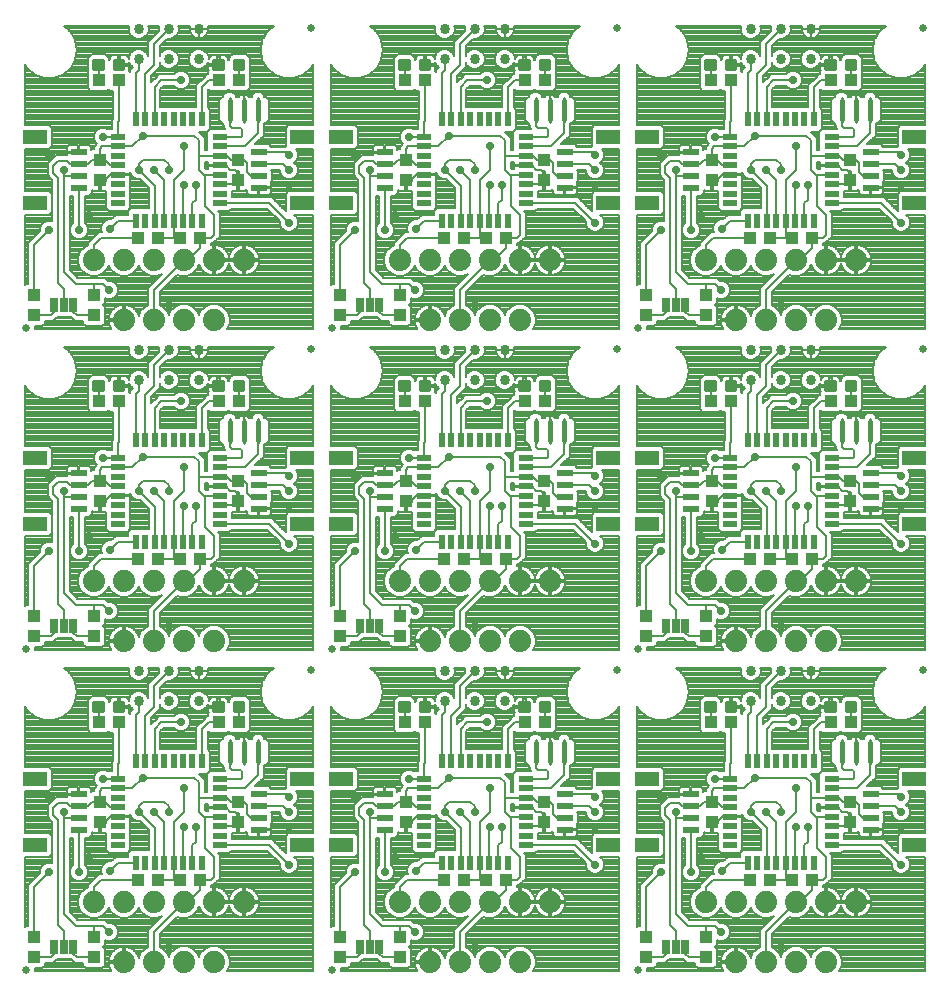
<source format=gtl>
G75*
%MOIN*%
%OFA0B0*%
%FSLAX25Y25*%
%IPPOS*%
%LPD*%
%AMOC8*
5,1,8,0,0,1.08239X$1,22.5*
%
%ADD10R,0.04331X0.03937*%
%ADD11R,0.03937X0.04331*%
%ADD12C,0.01181*%
%ADD13C,0.01772*%
%ADD14C,0.01000*%
%ADD15C,0.02500*%
%ADD16C,0.07400*%
%ADD17R,0.07874X0.04724*%
%ADD18R,0.05315X0.02362*%
%ADD19R,0.02500X0.05000*%
%ADD20C,0.03400*%
%ADD21R,0.05000X0.02200*%
%ADD22R,0.02200X0.05000*%
%ADD23C,0.00800*%
%ADD24C,0.02900*%
%ADD25C,0.00600*%
D10*
X0066154Y0059000D03*
X0072846Y0059000D03*
X0080154Y0059000D03*
X0086846Y0059000D03*
X0093154Y0111500D03*
X0099846Y0111500D03*
X0059846Y0111500D03*
X0053154Y0111500D03*
X0066154Y0166000D03*
X0072846Y0166000D03*
X0080154Y0166000D03*
X0086846Y0166000D03*
X0093154Y0218500D03*
X0099846Y0218500D03*
X0059846Y0218500D03*
X0053154Y0218500D03*
X0066154Y0273000D03*
X0072846Y0273000D03*
X0080154Y0273000D03*
X0086846Y0273000D03*
X0093154Y0325500D03*
X0099846Y0325500D03*
X0059846Y0325500D03*
X0053154Y0325500D03*
X0155154Y0325500D03*
X0161846Y0325500D03*
X0195154Y0325500D03*
X0201846Y0325500D03*
X0257154Y0325500D03*
X0263846Y0325500D03*
X0297154Y0325500D03*
X0303846Y0325500D03*
X0290846Y0273000D03*
X0284154Y0273000D03*
X0276846Y0273000D03*
X0270154Y0273000D03*
X0263846Y0218500D03*
X0257154Y0218500D03*
X0297154Y0218500D03*
X0303846Y0218500D03*
X0290846Y0166000D03*
X0284154Y0166000D03*
X0276846Y0166000D03*
X0270154Y0166000D03*
X0263846Y0111500D03*
X0257154Y0111500D03*
X0297154Y0111500D03*
X0303846Y0111500D03*
X0290846Y0059000D03*
X0284154Y0059000D03*
X0276846Y0059000D03*
X0270154Y0059000D03*
X0201846Y0111500D03*
X0195154Y0111500D03*
X0161846Y0111500D03*
X0155154Y0111500D03*
X0168154Y0059000D03*
X0174846Y0059000D03*
X0182154Y0059000D03*
X0188846Y0059000D03*
X0188846Y0166000D03*
X0182154Y0166000D03*
X0174846Y0166000D03*
X0168154Y0166000D03*
X0161846Y0218500D03*
X0155154Y0218500D03*
X0195154Y0218500D03*
X0201846Y0218500D03*
X0188846Y0273000D03*
X0182154Y0273000D03*
X0174846Y0273000D03*
X0168154Y0273000D03*
D11*
X0155500Y0292154D03*
X0155500Y0298846D03*
X0201500Y0298846D03*
X0201500Y0292154D03*
X0235500Y0253846D03*
X0235500Y0247154D03*
X0255500Y0247154D03*
X0255500Y0253846D03*
X0257500Y0292154D03*
X0257500Y0298846D03*
X0303500Y0298846D03*
X0303500Y0292154D03*
X0303500Y0191846D03*
X0303500Y0185154D03*
X0257500Y0185154D03*
X0257500Y0191846D03*
X0255500Y0146846D03*
X0255500Y0140154D03*
X0235500Y0140154D03*
X0235500Y0146846D03*
X0201500Y0185154D03*
X0201500Y0191846D03*
X0155500Y0191846D03*
X0155500Y0185154D03*
X0153500Y0146846D03*
X0153500Y0140154D03*
X0133500Y0140154D03*
X0133500Y0146846D03*
X0099500Y0185154D03*
X0099500Y0191846D03*
X0053500Y0191846D03*
X0053500Y0185154D03*
X0051500Y0146846D03*
X0051500Y0140154D03*
X0031500Y0140154D03*
X0031500Y0146846D03*
X0053500Y0084846D03*
X0053500Y0078154D03*
X0051500Y0039846D03*
X0051500Y0033154D03*
X0031500Y0033154D03*
X0031500Y0039846D03*
X0099500Y0078154D03*
X0099500Y0084846D03*
X0133500Y0039846D03*
X0133500Y0033154D03*
X0153500Y0033154D03*
X0153500Y0039846D03*
X0155500Y0078154D03*
X0155500Y0084846D03*
X0201500Y0084846D03*
X0201500Y0078154D03*
X0235500Y0039846D03*
X0235500Y0033154D03*
X0255500Y0033154D03*
X0255500Y0039846D03*
X0257500Y0078154D03*
X0257500Y0084846D03*
X0303500Y0084846D03*
X0303500Y0078154D03*
X0153500Y0247154D03*
X0153500Y0253846D03*
X0133500Y0253846D03*
X0133500Y0247154D03*
X0099500Y0292154D03*
X0099500Y0298846D03*
X0053500Y0298846D03*
X0053500Y0292154D03*
X0051500Y0253846D03*
X0051500Y0247154D03*
X0031500Y0247154D03*
X0031500Y0253846D03*
D12*
X0051669Y0224878D02*
X0051669Y0222122D01*
X0051669Y0224878D02*
X0054425Y0224878D01*
X0054425Y0222122D01*
X0051669Y0222122D01*
X0051669Y0223302D02*
X0054425Y0223302D01*
X0054425Y0224482D02*
X0051669Y0224482D01*
X0058575Y0224878D02*
X0058575Y0222122D01*
X0058575Y0224878D02*
X0061331Y0224878D01*
X0061331Y0222122D01*
X0058575Y0222122D01*
X0058575Y0223302D02*
X0061331Y0223302D01*
X0061331Y0224482D02*
X0058575Y0224482D01*
X0094425Y0224878D02*
X0094425Y0222122D01*
X0091669Y0222122D01*
X0091669Y0224878D01*
X0094425Y0224878D01*
X0094425Y0223302D02*
X0091669Y0223302D01*
X0091669Y0224482D02*
X0094425Y0224482D01*
X0101331Y0224878D02*
X0101331Y0222122D01*
X0098575Y0222122D01*
X0098575Y0224878D01*
X0101331Y0224878D01*
X0101331Y0223302D02*
X0098575Y0223302D01*
X0098575Y0224482D02*
X0101331Y0224482D01*
X0153669Y0224878D02*
X0153669Y0222122D01*
X0153669Y0224878D02*
X0156425Y0224878D01*
X0156425Y0222122D01*
X0153669Y0222122D01*
X0153669Y0223302D02*
X0156425Y0223302D01*
X0156425Y0224482D02*
X0153669Y0224482D01*
X0160575Y0224878D02*
X0160575Y0222122D01*
X0160575Y0224878D02*
X0163331Y0224878D01*
X0163331Y0222122D01*
X0160575Y0222122D01*
X0160575Y0223302D02*
X0163331Y0223302D01*
X0163331Y0224482D02*
X0160575Y0224482D01*
X0196425Y0224878D02*
X0196425Y0222122D01*
X0193669Y0222122D01*
X0193669Y0224878D01*
X0196425Y0224878D01*
X0196425Y0223302D02*
X0193669Y0223302D01*
X0193669Y0224482D02*
X0196425Y0224482D01*
X0203331Y0224878D02*
X0203331Y0222122D01*
X0200575Y0222122D01*
X0200575Y0224878D01*
X0203331Y0224878D01*
X0203331Y0223302D02*
X0200575Y0223302D01*
X0200575Y0224482D02*
X0203331Y0224482D01*
X0255669Y0224878D02*
X0255669Y0222122D01*
X0255669Y0224878D02*
X0258425Y0224878D01*
X0258425Y0222122D01*
X0255669Y0222122D01*
X0255669Y0223302D02*
X0258425Y0223302D01*
X0258425Y0224482D02*
X0255669Y0224482D01*
X0262575Y0224878D02*
X0262575Y0222122D01*
X0262575Y0224878D02*
X0265331Y0224878D01*
X0265331Y0222122D01*
X0262575Y0222122D01*
X0262575Y0223302D02*
X0265331Y0223302D01*
X0265331Y0224482D02*
X0262575Y0224482D01*
X0298425Y0224878D02*
X0298425Y0222122D01*
X0295669Y0222122D01*
X0295669Y0224878D01*
X0298425Y0224878D01*
X0298425Y0223302D02*
X0295669Y0223302D01*
X0295669Y0224482D02*
X0298425Y0224482D01*
X0305331Y0224878D02*
X0305331Y0222122D01*
X0302575Y0222122D01*
X0302575Y0224878D01*
X0305331Y0224878D01*
X0305331Y0223302D02*
X0302575Y0223302D01*
X0302575Y0224482D02*
X0305331Y0224482D01*
X0305331Y0329122D02*
X0305331Y0331878D01*
X0305331Y0329122D02*
X0302575Y0329122D01*
X0302575Y0331878D01*
X0305331Y0331878D01*
X0305331Y0330302D02*
X0302575Y0330302D01*
X0302575Y0331482D02*
X0305331Y0331482D01*
X0298425Y0331878D02*
X0298425Y0329122D01*
X0295669Y0329122D01*
X0295669Y0331878D01*
X0298425Y0331878D01*
X0298425Y0330302D02*
X0295669Y0330302D01*
X0295669Y0331482D02*
X0298425Y0331482D01*
X0262575Y0331878D02*
X0262575Y0329122D01*
X0262575Y0331878D02*
X0265331Y0331878D01*
X0265331Y0329122D01*
X0262575Y0329122D01*
X0262575Y0330302D02*
X0265331Y0330302D01*
X0265331Y0331482D02*
X0262575Y0331482D01*
X0255669Y0331878D02*
X0255669Y0329122D01*
X0255669Y0331878D02*
X0258425Y0331878D01*
X0258425Y0329122D01*
X0255669Y0329122D01*
X0255669Y0330302D02*
X0258425Y0330302D01*
X0258425Y0331482D02*
X0255669Y0331482D01*
X0203331Y0331878D02*
X0203331Y0329122D01*
X0200575Y0329122D01*
X0200575Y0331878D01*
X0203331Y0331878D01*
X0203331Y0330302D02*
X0200575Y0330302D01*
X0200575Y0331482D02*
X0203331Y0331482D01*
X0196425Y0331878D02*
X0196425Y0329122D01*
X0193669Y0329122D01*
X0193669Y0331878D01*
X0196425Y0331878D01*
X0196425Y0330302D02*
X0193669Y0330302D01*
X0193669Y0331482D02*
X0196425Y0331482D01*
X0160575Y0331878D02*
X0160575Y0329122D01*
X0160575Y0331878D02*
X0163331Y0331878D01*
X0163331Y0329122D01*
X0160575Y0329122D01*
X0160575Y0330302D02*
X0163331Y0330302D01*
X0163331Y0331482D02*
X0160575Y0331482D01*
X0153669Y0331878D02*
X0153669Y0329122D01*
X0153669Y0331878D02*
X0156425Y0331878D01*
X0156425Y0329122D01*
X0153669Y0329122D01*
X0153669Y0330302D02*
X0156425Y0330302D01*
X0156425Y0331482D02*
X0153669Y0331482D01*
X0101331Y0331878D02*
X0101331Y0329122D01*
X0098575Y0329122D01*
X0098575Y0331878D01*
X0101331Y0331878D01*
X0101331Y0330302D02*
X0098575Y0330302D01*
X0098575Y0331482D02*
X0101331Y0331482D01*
X0094425Y0331878D02*
X0094425Y0329122D01*
X0091669Y0329122D01*
X0091669Y0331878D01*
X0094425Y0331878D01*
X0094425Y0330302D02*
X0091669Y0330302D01*
X0091669Y0331482D02*
X0094425Y0331482D01*
X0058575Y0331878D02*
X0058575Y0329122D01*
X0058575Y0331878D02*
X0061331Y0331878D01*
X0061331Y0329122D01*
X0058575Y0329122D01*
X0058575Y0330302D02*
X0061331Y0330302D01*
X0061331Y0331482D02*
X0058575Y0331482D01*
X0051669Y0331878D02*
X0051669Y0329122D01*
X0051669Y0331878D02*
X0054425Y0331878D01*
X0054425Y0329122D01*
X0051669Y0329122D01*
X0051669Y0330302D02*
X0054425Y0330302D01*
X0054425Y0331482D02*
X0051669Y0331482D01*
X0051669Y0117878D02*
X0051669Y0115122D01*
X0051669Y0117878D02*
X0054425Y0117878D01*
X0054425Y0115122D01*
X0051669Y0115122D01*
X0051669Y0116302D02*
X0054425Y0116302D01*
X0054425Y0117482D02*
X0051669Y0117482D01*
X0058575Y0117878D02*
X0058575Y0115122D01*
X0058575Y0117878D02*
X0061331Y0117878D01*
X0061331Y0115122D01*
X0058575Y0115122D01*
X0058575Y0116302D02*
X0061331Y0116302D01*
X0061331Y0117482D02*
X0058575Y0117482D01*
X0094425Y0117878D02*
X0094425Y0115122D01*
X0091669Y0115122D01*
X0091669Y0117878D01*
X0094425Y0117878D01*
X0094425Y0116302D02*
X0091669Y0116302D01*
X0091669Y0117482D02*
X0094425Y0117482D01*
X0101331Y0117878D02*
X0101331Y0115122D01*
X0098575Y0115122D01*
X0098575Y0117878D01*
X0101331Y0117878D01*
X0101331Y0116302D02*
X0098575Y0116302D01*
X0098575Y0117482D02*
X0101331Y0117482D01*
X0153669Y0117878D02*
X0153669Y0115122D01*
X0153669Y0117878D02*
X0156425Y0117878D01*
X0156425Y0115122D01*
X0153669Y0115122D01*
X0153669Y0116302D02*
X0156425Y0116302D01*
X0156425Y0117482D02*
X0153669Y0117482D01*
X0160575Y0117878D02*
X0160575Y0115122D01*
X0160575Y0117878D02*
X0163331Y0117878D01*
X0163331Y0115122D01*
X0160575Y0115122D01*
X0160575Y0116302D02*
X0163331Y0116302D01*
X0163331Y0117482D02*
X0160575Y0117482D01*
X0196425Y0117878D02*
X0196425Y0115122D01*
X0193669Y0115122D01*
X0193669Y0117878D01*
X0196425Y0117878D01*
X0196425Y0116302D02*
X0193669Y0116302D01*
X0193669Y0117482D02*
X0196425Y0117482D01*
X0203331Y0117878D02*
X0203331Y0115122D01*
X0200575Y0115122D01*
X0200575Y0117878D01*
X0203331Y0117878D01*
X0203331Y0116302D02*
X0200575Y0116302D01*
X0200575Y0117482D02*
X0203331Y0117482D01*
X0255669Y0117878D02*
X0255669Y0115122D01*
X0255669Y0117878D02*
X0258425Y0117878D01*
X0258425Y0115122D01*
X0255669Y0115122D01*
X0255669Y0116302D02*
X0258425Y0116302D01*
X0258425Y0117482D02*
X0255669Y0117482D01*
X0262575Y0117878D02*
X0262575Y0115122D01*
X0262575Y0117878D02*
X0265331Y0117878D01*
X0265331Y0115122D01*
X0262575Y0115122D01*
X0262575Y0116302D02*
X0265331Y0116302D01*
X0265331Y0117482D02*
X0262575Y0117482D01*
X0298425Y0117878D02*
X0298425Y0115122D01*
X0295669Y0115122D01*
X0295669Y0117878D01*
X0298425Y0117878D01*
X0298425Y0116302D02*
X0295669Y0116302D01*
X0295669Y0117482D02*
X0298425Y0117482D01*
X0305331Y0117878D02*
X0305331Y0115122D01*
X0302575Y0115122D01*
X0302575Y0117878D01*
X0305331Y0117878D01*
X0305331Y0116302D02*
X0302575Y0116302D01*
X0302575Y0117482D02*
X0305331Y0117482D01*
D13*
X0305500Y0104364D02*
X0305500Y0098636D01*
X0300776Y0098636D02*
X0300776Y0104364D01*
X0310224Y0104364D02*
X0310224Y0098636D01*
X0208224Y0098636D02*
X0208224Y0104364D01*
X0203500Y0104364D02*
X0203500Y0098636D01*
X0198776Y0098636D02*
X0198776Y0104364D01*
X0106224Y0104364D02*
X0106224Y0098636D01*
X0101500Y0098636D02*
X0101500Y0104364D01*
X0096776Y0104364D02*
X0096776Y0098636D01*
X0096776Y0205636D02*
X0096776Y0211364D01*
X0101500Y0211364D02*
X0101500Y0205636D01*
X0106224Y0205636D02*
X0106224Y0211364D01*
X0198776Y0211364D02*
X0198776Y0205636D01*
X0203500Y0205636D02*
X0203500Y0211364D01*
X0208224Y0211364D02*
X0208224Y0205636D01*
X0300776Y0205636D02*
X0300776Y0211364D01*
X0305500Y0211364D02*
X0305500Y0205636D01*
X0310224Y0205636D02*
X0310224Y0211364D01*
X0310224Y0312636D02*
X0310224Y0318364D01*
X0305500Y0318364D02*
X0305500Y0312636D01*
X0300776Y0312636D02*
X0300776Y0318364D01*
X0208224Y0318364D02*
X0208224Y0312636D01*
X0203500Y0312636D02*
X0203500Y0318364D01*
X0198776Y0318364D02*
X0198776Y0312636D01*
X0106224Y0312636D02*
X0106224Y0318364D01*
X0101500Y0318364D02*
X0101500Y0312636D01*
X0096776Y0312636D02*
X0096776Y0318364D01*
D14*
X0096776Y0319500D02*
X0096776Y0315500D01*
X0096776Y0311500D01*
X0101500Y0311500D02*
X0101500Y0315500D01*
X0101500Y0319500D01*
X0106224Y0319500D02*
X0106224Y0315500D01*
X0106224Y0311500D01*
X0198776Y0311500D02*
X0198776Y0315500D01*
X0198776Y0319500D01*
X0203500Y0319500D02*
X0203500Y0315500D01*
X0203500Y0311500D01*
X0208224Y0311500D02*
X0208224Y0315500D01*
X0208224Y0319500D01*
X0300776Y0319500D02*
X0300776Y0315500D01*
X0300776Y0311500D01*
X0305500Y0311500D02*
X0305500Y0315500D01*
X0305500Y0319500D01*
X0310224Y0319500D02*
X0310224Y0315500D01*
X0310224Y0311500D01*
X0310224Y0212500D02*
X0310224Y0208500D01*
X0310224Y0204500D01*
X0305500Y0204500D02*
X0305500Y0208500D01*
X0305500Y0212500D01*
X0300776Y0212500D02*
X0300776Y0208500D01*
X0300776Y0204500D01*
X0208224Y0204500D02*
X0208224Y0208500D01*
X0208224Y0212500D01*
X0203500Y0212500D02*
X0203500Y0208500D01*
X0203500Y0204500D01*
X0198776Y0204500D02*
X0198776Y0208500D01*
X0198776Y0212500D01*
X0106224Y0212500D02*
X0106224Y0208500D01*
X0106224Y0204500D01*
X0101500Y0204500D02*
X0101500Y0208500D01*
X0101500Y0212500D01*
X0096776Y0212500D02*
X0096776Y0208500D01*
X0096776Y0204500D01*
X0096776Y0105500D02*
X0096776Y0101500D01*
X0096776Y0097500D01*
X0101500Y0097500D02*
X0101500Y0101500D01*
X0101500Y0105500D01*
X0106224Y0105500D02*
X0106224Y0101500D01*
X0106224Y0097500D01*
X0198776Y0097500D02*
X0198776Y0101500D01*
X0198776Y0105500D01*
X0203500Y0105500D02*
X0203500Y0101500D01*
X0203500Y0097500D01*
X0208224Y0097500D02*
X0208224Y0101500D01*
X0208224Y0105500D01*
X0300776Y0105500D02*
X0300776Y0101500D01*
X0300776Y0097500D01*
X0305500Y0097500D02*
X0305500Y0101500D01*
X0305500Y0105500D01*
X0310224Y0105500D02*
X0310224Y0101500D01*
X0310224Y0097500D01*
D15*
X0029000Y0029000D03*
X0131000Y0029000D03*
X0233000Y0029000D03*
X0226000Y0129000D03*
X0233000Y0136000D03*
X0328000Y0129000D03*
X0328000Y0236000D03*
X0233000Y0243000D03*
X0226000Y0236000D03*
X0131000Y0243000D03*
X0124000Y0236000D03*
X0029000Y0243000D03*
X0124000Y0343000D03*
X0226000Y0343000D03*
X0328000Y0343000D03*
X0131000Y0136000D03*
X0124000Y0129000D03*
X0029000Y0136000D03*
D16*
X0051500Y0158500D03*
X0061500Y0158500D03*
X0071500Y0158500D03*
X0081500Y0158500D03*
X0091500Y0158500D03*
X0101500Y0158500D03*
X0091500Y0138500D03*
X0081500Y0138500D03*
X0071500Y0138500D03*
X0061500Y0138500D03*
X0061500Y0051500D03*
X0071500Y0051500D03*
X0081500Y0051500D03*
X0091500Y0051500D03*
X0101500Y0051500D03*
X0091500Y0031500D03*
X0081500Y0031500D03*
X0071500Y0031500D03*
X0061500Y0031500D03*
X0051500Y0051500D03*
X0153500Y0051500D03*
X0163500Y0051500D03*
X0173500Y0051500D03*
X0183500Y0051500D03*
X0193500Y0051500D03*
X0203500Y0051500D03*
X0193500Y0031500D03*
X0183500Y0031500D03*
X0173500Y0031500D03*
X0163500Y0031500D03*
X0255500Y0051500D03*
X0265500Y0051500D03*
X0275500Y0051500D03*
X0285500Y0051500D03*
X0295500Y0051500D03*
X0305500Y0051500D03*
X0295500Y0031500D03*
X0285500Y0031500D03*
X0275500Y0031500D03*
X0265500Y0031500D03*
X0265500Y0138500D03*
X0275500Y0138500D03*
X0285500Y0138500D03*
X0295500Y0138500D03*
X0295500Y0158500D03*
X0305500Y0158500D03*
X0285500Y0158500D03*
X0275500Y0158500D03*
X0265500Y0158500D03*
X0255500Y0158500D03*
X0203500Y0158500D03*
X0193500Y0158500D03*
X0183500Y0158500D03*
X0173500Y0158500D03*
X0163500Y0158500D03*
X0153500Y0158500D03*
X0163500Y0138500D03*
X0173500Y0138500D03*
X0183500Y0138500D03*
X0193500Y0138500D03*
X0193500Y0245500D03*
X0183500Y0245500D03*
X0173500Y0245500D03*
X0163500Y0245500D03*
X0163500Y0265500D03*
X0173500Y0265500D03*
X0183500Y0265500D03*
X0193500Y0265500D03*
X0203500Y0265500D03*
X0153500Y0265500D03*
X0101500Y0265500D03*
X0091500Y0265500D03*
X0081500Y0265500D03*
X0071500Y0265500D03*
X0061500Y0265500D03*
X0051500Y0265500D03*
X0061500Y0245500D03*
X0071500Y0245500D03*
X0081500Y0245500D03*
X0091500Y0245500D03*
X0255500Y0265500D03*
X0265500Y0265500D03*
X0275500Y0265500D03*
X0285500Y0265500D03*
X0295500Y0265500D03*
X0305500Y0265500D03*
X0295500Y0245500D03*
X0285500Y0245500D03*
X0275500Y0245500D03*
X0265500Y0245500D03*
D17*
X0236031Y0284476D03*
X0222969Y0284476D03*
X0222969Y0306524D03*
X0236031Y0306524D03*
X0324969Y0306524D03*
X0324969Y0284476D03*
X0324969Y0199524D03*
X0324969Y0177476D03*
X0324969Y0092524D03*
X0324969Y0070476D03*
X0236031Y0070476D03*
X0222969Y0070476D03*
X0222969Y0092524D03*
X0236031Y0092524D03*
X0236031Y0177476D03*
X0222969Y0177476D03*
X0222969Y0199524D03*
X0236031Y0199524D03*
X0134031Y0199524D03*
X0120969Y0199524D03*
X0120969Y0177476D03*
X0134031Y0177476D03*
X0134031Y0092524D03*
X0120969Y0092524D03*
X0120969Y0070476D03*
X0134031Y0070476D03*
X0032031Y0070476D03*
X0032031Y0092524D03*
X0032031Y0177476D03*
X0032031Y0199524D03*
X0032031Y0284476D03*
X0032031Y0306524D03*
X0120969Y0306524D03*
X0134031Y0306524D03*
X0134031Y0284476D03*
X0120969Y0284476D03*
D18*
X0106500Y0289594D03*
X0106500Y0293531D03*
X0106500Y0297469D03*
X0106500Y0301406D03*
X0148500Y0301406D03*
X0148500Y0297469D03*
X0148500Y0293531D03*
X0148500Y0289594D03*
X0208500Y0289594D03*
X0208500Y0293531D03*
X0208500Y0297469D03*
X0208500Y0301406D03*
X0250500Y0301406D03*
X0250500Y0297469D03*
X0250500Y0293531D03*
X0250500Y0289594D03*
X0310500Y0289594D03*
X0310500Y0293531D03*
X0310500Y0297469D03*
X0310500Y0301406D03*
X0310500Y0194406D03*
X0310500Y0190469D03*
X0310500Y0186531D03*
X0310500Y0182594D03*
X0250500Y0182594D03*
X0250500Y0186531D03*
X0250500Y0190469D03*
X0250500Y0194406D03*
X0208500Y0194406D03*
X0208500Y0190469D03*
X0208500Y0186531D03*
X0208500Y0182594D03*
X0148500Y0182594D03*
X0148500Y0186531D03*
X0148500Y0190469D03*
X0148500Y0194406D03*
X0106500Y0194406D03*
X0106500Y0190469D03*
X0106500Y0186531D03*
X0106500Y0182594D03*
X0046500Y0182594D03*
X0046500Y0186531D03*
X0046500Y0190469D03*
X0046500Y0194406D03*
X0046500Y0289594D03*
X0046500Y0293531D03*
X0046500Y0297469D03*
X0046500Y0301406D03*
X0046500Y0087406D03*
X0046500Y0083469D03*
X0046500Y0079531D03*
X0046500Y0075594D03*
X0106500Y0075594D03*
X0106500Y0079531D03*
X0106500Y0083469D03*
X0106500Y0087406D03*
X0148500Y0087406D03*
X0148500Y0083469D03*
X0148500Y0079531D03*
X0148500Y0075594D03*
X0208500Y0075594D03*
X0208500Y0079531D03*
X0208500Y0083469D03*
X0208500Y0087406D03*
X0250500Y0087406D03*
X0250500Y0083469D03*
X0250500Y0079531D03*
X0250500Y0075594D03*
X0310500Y0075594D03*
X0310500Y0079531D03*
X0310500Y0083469D03*
X0310500Y0087406D03*
D19*
X0248700Y0036500D03*
X0245500Y0036500D03*
X0242300Y0036500D03*
X0146700Y0036500D03*
X0143500Y0036500D03*
X0140300Y0036500D03*
X0044700Y0036500D03*
X0041500Y0036500D03*
X0038300Y0036500D03*
X0038300Y0143500D03*
X0041500Y0143500D03*
X0044700Y0143500D03*
X0140300Y0143500D03*
X0143500Y0143500D03*
X0146700Y0143500D03*
X0242300Y0143500D03*
X0245500Y0143500D03*
X0248700Y0143500D03*
X0248700Y0250500D03*
X0245500Y0250500D03*
X0242300Y0250500D03*
X0146700Y0250500D03*
X0143500Y0250500D03*
X0140300Y0250500D03*
X0044700Y0250500D03*
X0041500Y0250500D03*
X0038300Y0250500D03*
D20*
X0066500Y0235500D03*
X0066500Y0225500D03*
X0076500Y0225500D03*
X0076500Y0235500D03*
X0086500Y0235500D03*
X0086500Y0225500D03*
X0168500Y0225500D03*
X0168500Y0235500D03*
X0178500Y0235500D03*
X0178500Y0225500D03*
X0188500Y0225500D03*
X0188500Y0235500D03*
X0270500Y0235500D03*
X0270500Y0225500D03*
X0280500Y0225500D03*
X0280500Y0235500D03*
X0290500Y0235500D03*
X0290500Y0225500D03*
X0290500Y0128500D03*
X0290500Y0118500D03*
X0280500Y0118500D03*
X0270500Y0118500D03*
X0270500Y0128500D03*
X0280500Y0128500D03*
X0188500Y0128500D03*
X0188500Y0118500D03*
X0178500Y0118500D03*
X0168500Y0118500D03*
X0168500Y0128500D03*
X0178500Y0128500D03*
X0086500Y0128500D03*
X0086500Y0118500D03*
X0076500Y0118500D03*
X0066500Y0118500D03*
X0066500Y0128500D03*
X0076500Y0128500D03*
X0076500Y0332500D03*
X0076500Y0342500D03*
X0066500Y0342500D03*
X0066500Y0332500D03*
X0086500Y0332500D03*
X0086500Y0342500D03*
X0168500Y0342500D03*
X0168500Y0332500D03*
X0178500Y0332500D03*
X0178500Y0342500D03*
X0188500Y0342500D03*
X0188500Y0332500D03*
X0270500Y0332500D03*
X0270500Y0342500D03*
X0280500Y0342500D03*
X0280500Y0332500D03*
X0290500Y0332500D03*
X0290500Y0342500D03*
D21*
X0297400Y0306524D03*
X0297400Y0303374D03*
X0297400Y0300224D03*
X0297400Y0297075D03*
X0297400Y0293925D03*
X0297400Y0290776D03*
X0297400Y0287626D03*
X0297400Y0284476D03*
X0263600Y0284476D03*
X0263600Y0287626D03*
X0263600Y0290776D03*
X0263600Y0293925D03*
X0263600Y0297075D03*
X0263600Y0300224D03*
X0263600Y0303374D03*
X0263600Y0306524D03*
X0195400Y0306524D03*
X0195400Y0303374D03*
X0195400Y0300224D03*
X0195400Y0297075D03*
X0195400Y0293925D03*
X0195400Y0290776D03*
X0195400Y0287626D03*
X0195400Y0284476D03*
X0161600Y0284476D03*
X0161600Y0287626D03*
X0161600Y0290776D03*
X0161600Y0293925D03*
X0161600Y0297075D03*
X0161600Y0300224D03*
X0161600Y0303374D03*
X0161600Y0306524D03*
X0093400Y0306524D03*
X0093400Y0303374D03*
X0093400Y0300224D03*
X0093400Y0297075D03*
X0093400Y0293925D03*
X0093400Y0290776D03*
X0093400Y0287626D03*
X0093400Y0284476D03*
X0059600Y0284476D03*
X0059600Y0287626D03*
X0059600Y0290776D03*
X0059600Y0293925D03*
X0059600Y0297075D03*
X0059600Y0300224D03*
X0059600Y0303374D03*
X0059600Y0306524D03*
X0059600Y0199524D03*
X0059600Y0196374D03*
X0059600Y0193224D03*
X0059600Y0190075D03*
X0059600Y0186925D03*
X0059600Y0183776D03*
X0059600Y0180626D03*
X0059600Y0177476D03*
X0093400Y0177476D03*
X0093400Y0180626D03*
X0093400Y0183776D03*
X0093400Y0186925D03*
X0093400Y0190075D03*
X0093400Y0193224D03*
X0093400Y0196374D03*
X0093400Y0199524D03*
X0161600Y0199524D03*
X0161600Y0196374D03*
X0161600Y0193224D03*
X0161600Y0190075D03*
X0161600Y0186925D03*
X0161600Y0183776D03*
X0161600Y0180626D03*
X0161600Y0177476D03*
X0195400Y0177476D03*
X0195400Y0180626D03*
X0195400Y0183776D03*
X0195400Y0186925D03*
X0195400Y0190075D03*
X0195400Y0193224D03*
X0195400Y0196374D03*
X0195400Y0199524D03*
X0263600Y0199524D03*
X0263600Y0196374D03*
X0263600Y0193224D03*
X0263600Y0190075D03*
X0263600Y0186925D03*
X0263600Y0183776D03*
X0263600Y0180626D03*
X0263600Y0177476D03*
X0297400Y0177476D03*
X0297400Y0180626D03*
X0297400Y0183776D03*
X0297400Y0186925D03*
X0297400Y0190075D03*
X0297400Y0193224D03*
X0297400Y0196374D03*
X0297400Y0199524D03*
X0297400Y0092524D03*
X0297400Y0089374D03*
X0297400Y0086224D03*
X0297400Y0083075D03*
X0297400Y0079925D03*
X0297400Y0076776D03*
X0297400Y0073626D03*
X0297400Y0070476D03*
X0263600Y0070476D03*
X0263600Y0073626D03*
X0263600Y0076776D03*
X0263600Y0079925D03*
X0263600Y0083075D03*
X0263600Y0086224D03*
X0263600Y0089374D03*
X0263600Y0092524D03*
X0195400Y0092524D03*
X0195400Y0089374D03*
X0195400Y0086224D03*
X0195400Y0083075D03*
X0195400Y0079925D03*
X0195400Y0076776D03*
X0195400Y0073626D03*
X0195400Y0070476D03*
X0161600Y0070476D03*
X0161600Y0073626D03*
X0161600Y0076776D03*
X0161600Y0079925D03*
X0161600Y0083075D03*
X0161600Y0086224D03*
X0161600Y0089374D03*
X0161600Y0092524D03*
X0093400Y0092524D03*
X0093400Y0089374D03*
X0093400Y0086224D03*
X0093400Y0083075D03*
X0093400Y0079925D03*
X0093400Y0076776D03*
X0093400Y0073626D03*
X0093400Y0070476D03*
X0059600Y0070476D03*
X0059600Y0073626D03*
X0059600Y0076776D03*
X0059600Y0079925D03*
X0059600Y0083075D03*
X0059600Y0086224D03*
X0059600Y0089374D03*
X0059600Y0092524D03*
D22*
X0065476Y0098400D03*
X0068626Y0098400D03*
X0071776Y0098400D03*
X0074925Y0098400D03*
X0078075Y0098400D03*
X0081224Y0098400D03*
X0084374Y0098400D03*
X0087524Y0098400D03*
X0087524Y0064600D03*
X0084374Y0064600D03*
X0081224Y0064600D03*
X0078075Y0064600D03*
X0074925Y0064600D03*
X0071776Y0064600D03*
X0068626Y0064600D03*
X0065476Y0064600D03*
X0167476Y0064600D03*
X0170626Y0064600D03*
X0173776Y0064600D03*
X0176925Y0064600D03*
X0180075Y0064600D03*
X0183224Y0064600D03*
X0186374Y0064600D03*
X0189524Y0064600D03*
X0189524Y0098400D03*
X0186374Y0098400D03*
X0183224Y0098400D03*
X0180075Y0098400D03*
X0176925Y0098400D03*
X0173776Y0098400D03*
X0170626Y0098400D03*
X0167476Y0098400D03*
X0167476Y0171600D03*
X0170626Y0171600D03*
X0173776Y0171600D03*
X0176925Y0171600D03*
X0180075Y0171600D03*
X0183224Y0171600D03*
X0186374Y0171600D03*
X0189524Y0171600D03*
X0189524Y0205400D03*
X0186374Y0205400D03*
X0183224Y0205400D03*
X0180075Y0205400D03*
X0176925Y0205400D03*
X0173776Y0205400D03*
X0170626Y0205400D03*
X0167476Y0205400D03*
X0167476Y0278600D03*
X0170626Y0278600D03*
X0173776Y0278600D03*
X0176925Y0278600D03*
X0180075Y0278600D03*
X0183224Y0278600D03*
X0186374Y0278600D03*
X0189524Y0278600D03*
X0189524Y0312400D03*
X0186374Y0312400D03*
X0183224Y0312400D03*
X0180075Y0312400D03*
X0176925Y0312400D03*
X0173776Y0312400D03*
X0170626Y0312400D03*
X0167476Y0312400D03*
X0087524Y0312400D03*
X0084374Y0312400D03*
X0081224Y0312400D03*
X0078075Y0312400D03*
X0074925Y0312400D03*
X0071776Y0312400D03*
X0068626Y0312400D03*
X0065476Y0312400D03*
X0065476Y0278600D03*
X0068626Y0278600D03*
X0071776Y0278600D03*
X0074925Y0278600D03*
X0078075Y0278600D03*
X0081224Y0278600D03*
X0084374Y0278600D03*
X0087524Y0278600D03*
X0087524Y0205400D03*
X0084374Y0205400D03*
X0081224Y0205400D03*
X0078075Y0205400D03*
X0074925Y0205400D03*
X0071776Y0205400D03*
X0068626Y0205400D03*
X0065476Y0205400D03*
X0065476Y0171600D03*
X0068626Y0171600D03*
X0071776Y0171600D03*
X0074925Y0171600D03*
X0078075Y0171600D03*
X0081224Y0171600D03*
X0084374Y0171600D03*
X0087524Y0171600D03*
X0269476Y0171600D03*
X0272626Y0171600D03*
X0275776Y0171600D03*
X0278925Y0171600D03*
X0282075Y0171600D03*
X0285224Y0171600D03*
X0288374Y0171600D03*
X0291524Y0171600D03*
X0291524Y0205400D03*
X0288374Y0205400D03*
X0285224Y0205400D03*
X0282075Y0205400D03*
X0278925Y0205400D03*
X0275776Y0205400D03*
X0272626Y0205400D03*
X0269476Y0205400D03*
X0269476Y0278600D03*
X0272626Y0278600D03*
X0275776Y0278600D03*
X0278925Y0278600D03*
X0282075Y0278600D03*
X0285224Y0278600D03*
X0288374Y0278600D03*
X0291524Y0278600D03*
X0291524Y0312400D03*
X0288374Y0312400D03*
X0285224Y0312400D03*
X0282075Y0312400D03*
X0278925Y0312400D03*
X0275776Y0312400D03*
X0272626Y0312400D03*
X0269476Y0312400D03*
X0269476Y0098400D03*
X0272626Y0098400D03*
X0275776Y0098400D03*
X0278925Y0098400D03*
X0282075Y0098400D03*
X0285224Y0098400D03*
X0288374Y0098400D03*
X0291524Y0098400D03*
X0291524Y0064600D03*
X0288374Y0064600D03*
X0285224Y0064600D03*
X0282075Y0064600D03*
X0278925Y0064600D03*
X0275776Y0064600D03*
X0272626Y0064600D03*
X0269476Y0064600D03*
D23*
X0266776Y0066500D02*
X0262813Y0066500D01*
X0261363Y0065050D01*
X0260393Y0065050D01*
X0259272Y0064586D01*
X0258414Y0063728D01*
X0257950Y0062607D01*
X0257950Y0061393D01*
X0258154Y0060900D01*
X0257213Y0060900D01*
X0254713Y0058400D01*
X0253600Y0057287D01*
X0253600Y0056450D01*
X0252498Y0055993D01*
X0251007Y0054502D01*
X0250200Y0052554D01*
X0250200Y0050446D01*
X0251007Y0048498D01*
X0252498Y0047007D01*
X0254446Y0046200D01*
X0256554Y0046200D01*
X0258502Y0047007D01*
X0259993Y0048498D01*
X0260500Y0049722D01*
X0261007Y0048498D01*
X0262498Y0047007D01*
X0264446Y0046200D01*
X0266554Y0046200D01*
X0268502Y0047007D01*
X0269993Y0048498D01*
X0270500Y0049722D01*
X0271007Y0048498D01*
X0272498Y0047007D01*
X0274446Y0046200D01*
X0276554Y0046200D01*
X0278191Y0046878D01*
X0273600Y0042287D01*
X0273600Y0036450D01*
X0272498Y0035993D01*
X0271007Y0034502D01*
X0270379Y0032987D01*
X0270226Y0033458D01*
X0269862Y0034173D01*
X0269390Y0034822D01*
X0268822Y0035390D01*
X0268173Y0035862D01*
X0267458Y0036226D01*
X0266694Y0036474D01*
X0265901Y0036600D01*
X0265900Y0036600D01*
X0265900Y0031900D01*
X0265100Y0031900D01*
X0265100Y0036600D01*
X0265099Y0036600D01*
X0264306Y0036474D01*
X0263542Y0036226D01*
X0262827Y0035862D01*
X0262178Y0035390D01*
X0261610Y0034822D01*
X0261138Y0034173D01*
X0260774Y0033458D01*
X0260526Y0032694D01*
X0260400Y0031901D01*
X0260400Y0031900D01*
X0265100Y0031900D01*
X0265100Y0031100D01*
X0260400Y0031100D01*
X0260400Y0031099D01*
X0260526Y0030306D01*
X0260774Y0029542D01*
X0261138Y0028827D01*
X0261376Y0028500D01*
X0235850Y0028500D01*
X0235850Y0029388D01*
X0238131Y0029388D01*
X0239068Y0030325D01*
X0239068Y0031254D01*
X0241941Y0031254D01*
X0243054Y0032367D01*
X0243087Y0032400D01*
X0247913Y0032400D01*
X0249059Y0031254D01*
X0251931Y0031254D01*
X0251931Y0030325D01*
X0252869Y0029388D01*
X0258131Y0029388D01*
X0259068Y0030325D01*
X0259068Y0035982D01*
X0258550Y0036500D01*
X0259068Y0037018D01*
X0259068Y0038792D01*
X0259893Y0038450D01*
X0261107Y0038450D01*
X0262228Y0038914D01*
X0263086Y0039772D01*
X0263550Y0040893D01*
X0263550Y0042107D01*
X0263086Y0043228D01*
X0262228Y0044086D01*
X0261107Y0044550D01*
X0260137Y0044550D01*
X0259287Y0045400D01*
X0250287Y0045400D01*
X0247400Y0048287D01*
X0247400Y0072813D01*
X0248600Y0072813D01*
X0248600Y0063913D01*
X0247914Y0063228D01*
X0247450Y0062107D01*
X0247450Y0060893D01*
X0247914Y0059772D01*
X0248772Y0058914D01*
X0249893Y0058450D01*
X0251107Y0058450D01*
X0252228Y0058914D01*
X0253086Y0059772D01*
X0253550Y0060893D01*
X0253550Y0062107D01*
X0253086Y0063228D01*
X0252400Y0063913D01*
X0252400Y0072813D01*
X0253820Y0072813D01*
X0254757Y0073751D01*
X0254757Y0074819D01*
X0254991Y0074684D01*
X0255347Y0074588D01*
X0257100Y0074588D01*
X0257100Y0077753D01*
X0257900Y0077753D01*
X0257900Y0074588D01*
X0259500Y0074588D01*
X0259500Y0068714D01*
X0260437Y0067776D01*
X0266763Y0067776D01*
X0267700Y0068714D01*
X0267700Y0078538D01*
X0267500Y0078738D01*
X0267500Y0079775D01*
X0263750Y0079775D01*
X0263750Y0080075D01*
X0267500Y0080075D01*
X0267500Y0080773D01*
X0267914Y0079772D01*
X0268772Y0078914D01*
X0269893Y0078450D01*
X0270863Y0078450D01*
X0273876Y0075437D01*
X0273876Y0068700D01*
X0267714Y0068700D01*
X0266776Y0067763D01*
X0266776Y0066500D01*
X0266776Y0067224D02*
X0252400Y0067224D01*
X0252400Y0066426D02*
X0262739Y0066426D01*
X0261940Y0065627D02*
X0252400Y0065627D01*
X0252400Y0064829D02*
X0259859Y0064829D01*
X0258717Y0064030D02*
X0252400Y0064030D01*
X0253082Y0063232D02*
X0258209Y0063232D01*
X0257950Y0062433D02*
X0253415Y0062433D01*
X0253550Y0061634D02*
X0257950Y0061634D01*
X0257149Y0060836D02*
X0253526Y0060836D01*
X0253195Y0060037D02*
X0256350Y0060037D01*
X0255552Y0059239D02*
X0252552Y0059239D01*
X0253955Y0057642D02*
X0247400Y0057642D01*
X0247400Y0058440D02*
X0254753Y0058440D01*
X0253600Y0056843D02*
X0247400Y0056843D01*
X0247400Y0056045D02*
X0252623Y0056045D01*
X0251751Y0055246D02*
X0247400Y0055246D01*
X0247400Y0054448D02*
X0250984Y0054448D01*
X0250654Y0053649D02*
X0247400Y0053649D01*
X0247400Y0052851D02*
X0250323Y0052851D01*
X0250200Y0052052D02*
X0247400Y0052052D01*
X0247400Y0051254D02*
X0250200Y0051254D01*
X0250200Y0050455D02*
X0247400Y0050455D01*
X0247400Y0049657D02*
X0250527Y0049657D01*
X0250858Y0048858D02*
X0247400Y0048858D01*
X0247627Y0048060D02*
X0251445Y0048060D01*
X0252243Y0047261D02*
X0248426Y0047261D01*
X0249224Y0046463D02*
X0253811Y0046463D01*
X0257189Y0046463D02*
X0263811Y0046463D01*
X0262243Y0047261D02*
X0258757Y0047261D01*
X0259555Y0048060D02*
X0261445Y0048060D01*
X0260858Y0048858D02*
X0260142Y0048858D01*
X0260473Y0049657D02*
X0260527Y0049657D01*
X0259821Y0044866D02*
X0276179Y0044866D01*
X0276977Y0045664D02*
X0250023Y0045664D01*
X0259068Y0038478D02*
X0259827Y0038478D01*
X0259068Y0037679D02*
X0273600Y0037679D01*
X0273600Y0036881D02*
X0258931Y0036881D01*
X0258968Y0036082D02*
X0263259Y0036082D01*
X0262071Y0035284D02*
X0259068Y0035284D01*
X0259068Y0034485D02*
X0261365Y0034485D01*
X0260890Y0033687D02*
X0259068Y0033687D01*
X0259068Y0032888D02*
X0260589Y0032888D01*
X0260430Y0032090D02*
X0259068Y0032090D01*
X0259068Y0031291D02*
X0265100Y0031291D01*
X0265100Y0032090D02*
X0265900Y0032090D01*
X0265900Y0032888D02*
X0265100Y0032888D01*
X0265100Y0033687D02*
X0265900Y0033687D01*
X0265900Y0034485D02*
X0265100Y0034485D01*
X0265100Y0035284D02*
X0265900Y0035284D01*
X0265900Y0036082D02*
X0265100Y0036082D01*
X0267741Y0036082D02*
X0272713Y0036082D01*
X0271788Y0035284D02*
X0268929Y0035284D01*
X0269635Y0034485D02*
X0271000Y0034485D01*
X0270669Y0033687D02*
X0270110Y0033687D01*
X0273600Y0038478D02*
X0261173Y0038478D01*
X0262590Y0039276D02*
X0273600Y0039276D01*
X0273600Y0040075D02*
X0263211Y0040075D01*
X0263542Y0040873D02*
X0273600Y0040873D01*
X0273600Y0041672D02*
X0263550Y0041672D01*
X0263399Y0042470D02*
X0273783Y0042470D01*
X0274582Y0043269D02*
X0263045Y0043269D01*
X0262246Y0044067D02*
X0275380Y0044067D01*
X0273811Y0046463D02*
X0267189Y0046463D01*
X0268757Y0047261D02*
X0272243Y0047261D01*
X0271445Y0048060D02*
X0269555Y0048060D01*
X0270142Y0048858D02*
X0270858Y0048858D01*
X0270527Y0049657D02*
X0270473Y0049657D01*
X0277189Y0046463D02*
X0277776Y0046463D01*
X0280754Y0044067D02*
X0328500Y0044067D01*
X0328500Y0043269D02*
X0279956Y0043269D01*
X0279157Y0042470D02*
X0328500Y0042470D01*
X0328500Y0041672D02*
X0278359Y0041672D01*
X0277560Y0040873D02*
X0328500Y0040873D01*
X0328500Y0040075D02*
X0277400Y0040075D01*
X0277400Y0040713D02*
X0283344Y0046657D01*
X0284446Y0046200D01*
X0286554Y0046200D01*
X0288502Y0047007D01*
X0289993Y0048498D01*
X0290621Y0050013D01*
X0290774Y0049542D01*
X0291138Y0048827D01*
X0291610Y0048178D01*
X0292178Y0047610D01*
X0292827Y0047138D01*
X0293542Y0046774D01*
X0294306Y0046526D01*
X0295099Y0046400D01*
X0295100Y0046400D01*
X0295100Y0051100D01*
X0295900Y0051100D01*
X0295900Y0051900D01*
X0300600Y0051900D01*
X0305100Y0051900D01*
X0305100Y0056600D01*
X0305099Y0056600D01*
X0304306Y0056474D01*
X0303542Y0056226D01*
X0302827Y0055862D01*
X0302178Y0055390D01*
X0301610Y0054822D01*
X0301138Y0054173D01*
X0300774Y0053458D01*
X0300526Y0052694D01*
X0300500Y0052533D01*
X0300474Y0052694D01*
X0300226Y0053458D01*
X0299862Y0054173D01*
X0299390Y0054822D01*
X0298822Y0055390D01*
X0298173Y0055862D01*
X0297458Y0056226D01*
X0296694Y0056474D01*
X0295901Y0056600D01*
X0295900Y0056600D01*
X0295900Y0051900D01*
X0295100Y0051900D01*
X0295100Y0056600D01*
X0295099Y0056600D01*
X0294612Y0056523D01*
X0294612Y0057100D01*
X0295287Y0057100D01*
X0296287Y0058100D01*
X0297400Y0059213D01*
X0297400Y0067287D01*
X0296911Y0067776D01*
X0300563Y0067776D01*
X0301363Y0068576D01*
X0313237Y0068576D01*
X0317450Y0064363D01*
X0317450Y0063393D01*
X0317914Y0062272D01*
X0318772Y0061414D01*
X0319893Y0060950D01*
X0321107Y0060950D01*
X0322228Y0061414D01*
X0323086Y0062272D01*
X0323550Y0063393D01*
X0323550Y0064607D01*
X0323086Y0065728D01*
X0322299Y0066514D01*
X0328500Y0066514D01*
X0328500Y0028500D01*
X0299994Y0028500D01*
X0300800Y0030446D01*
X0300800Y0032554D01*
X0299993Y0034502D01*
X0298502Y0035993D01*
X0296554Y0036800D01*
X0294446Y0036800D01*
X0292498Y0035993D01*
X0291007Y0034502D01*
X0290500Y0033278D01*
X0289993Y0034502D01*
X0288502Y0035993D01*
X0286554Y0036800D01*
X0284446Y0036800D01*
X0282498Y0035993D01*
X0281007Y0034502D01*
X0280500Y0033278D01*
X0279993Y0034502D01*
X0278502Y0035993D01*
X0277400Y0036450D01*
X0277400Y0040713D01*
X0277400Y0039276D02*
X0328500Y0039276D01*
X0328500Y0038478D02*
X0277400Y0038478D01*
X0277400Y0037679D02*
X0328500Y0037679D01*
X0328500Y0036881D02*
X0277400Y0036881D01*
X0278287Y0036082D02*
X0282713Y0036082D01*
X0281788Y0035284D02*
X0279212Y0035284D01*
X0280000Y0034485D02*
X0281000Y0034485D01*
X0280669Y0033687D02*
X0280331Y0033687D01*
X0288287Y0036082D02*
X0292713Y0036082D01*
X0291788Y0035284D02*
X0289212Y0035284D01*
X0290000Y0034485D02*
X0291000Y0034485D01*
X0290669Y0033687D02*
X0290331Y0033687D01*
X0298287Y0036082D02*
X0328500Y0036082D01*
X0328500Y0035284D02*
X0299212Y0035284D01*
X0300000Y0034485D02*
X0328500Y0034485D01*
X0328500Y0033687D02*
X0300331Y0033687D01*
X0300662Y0032888D02*
X0328500Y0032888D01*
X0328500Y0032090D02*
X0300800Y0032090D01*
X0300800Y0031291D02*
X0328500Y0031291D01*
X0328500Y0030493D02*
X0300800Y0030493D01*
X0300489Y0029694D02*
X0328500Y0029694D01*
X0328500Y0028896D02*
X0300158Y0028896D01*
X0282351Y0045664D02*
X0328500Y0045664D01*
X0328500Y0044866D02*
X0281553Y0044866D01*
X0283150Y0046463D02*
X0283811Y0046463D01*
X0287189Y0046463D02*
X0294702Y0046463D01*
X0295100Y0046463D02*
X0295900Y0046463D01*
X0295900Y0046400D02*
X0295901Y0046400D01*
X0296694Y0046526D01*
X0297458Y0046774D01*
X0298173Y0047138D01*
X0298822Y0047610D01*
X0299390Y0048178D01*
X0299862Y0048827D01*
X0300226Y0049542D01*
X0300474Y0050306D01*
X0300500Y0050467D01*
X0300526Y0050306D01*
X0300774Y0049542D01*
X0301138Y0048827D01*
X0301610Y0048178D01*
X0302178Y0047610D01*
X0302827Y0047138D01*
X0303542Y0046774D01*
X0304306Y0046526D01*
X0305099Y0046400D01*
X0305100Y0046400D01*
X0305100Y0051100D01*
X0295900Y0051100D01*
X0295900Y0046400D01*
X0296298Y0046463D02*
X0304702Y0046463D01*
X0305100Y0046463D02*
X0305900Y0046463D01*
X0305900Y0046400D02*
X0305901Y0046400D01*
X0306694Y0046526D01*
X0307458Y0046774D01*
X0308173Y0047138D01*
X0308822Y0047610D01*
X0309390Y0048178D01*
X0309862Y0048827D01*
X0310226Y0049542D01*
X0310474Y0050306D01*
X0310600Y0051099D01*
X0310600Y0051100D01*
X0305900Y0051100D01*
X0305900Y0051900D01*
X0305100Y0051900D01*
X0305100Y0051100D01*
X0305900Y0051100D01*
X0305900Y0046400D01*
X0306298Y0046463D02*
X0328500Y0046463D01*
X0328500Y0047261D02*
X0308343Y0047261D01*
X0309272Y0048060D02*
X0328500Y0048060D01*
X0328500Y0048858D02*
X0309878Y0048858D01*
X0310264Y0049657D02*
X0328500Y0049657D01*
X0328500Y0050455D02*
X0310498Y0050455D01*
X0310600Y0051900D02*
X0310600Y0051901D01*
X0310474Y0052694D01*
X0310226Y0053458D01*
X0309862Y0054173D01*
X0309390Y0054822D01*
X0308822Y0055390D01*
X0308173Y0055862D01*
X0307458Y0056226D01*
X0306694Y0056474D01*
X0305901Y0056600D01*
X0305900Y0056600D01*
X0305900Y0051900D01*
X0310600Y0051900D01*
X0310576Y0052052D02*
X0328500Y0052052D01*
X0328500Y0051254D02*
X0305900Y0051254D01*
X0305900Y0052052D02*
X0305100Y0052052D01*
X0305100Y0051254D02*
X0295900Y0051254D01*
X0295900Y0052052D02*
X0295100Y0052052D01*
X0295100Y0052851D02*
X0295900Y0052851D01*
X0295900Y0053649D02*
X0295100Y0053649D01*
X0295100Y0054448D02*
X0295900Y0054448D01*
X0295900Y0055246D02*
X0295100Y0055246D01*
X0295100Y0056045D02*
X0295900Y0056045D01*
X0294612Y0056843D02*
X0328500Y0056843D01*
X0328500Y0056045D02*
X0307814Y0056045D01*
X0308966Y0055246D02*
X0328500Y0055246D01*
X0328500Y0054448D02*
X0309662Y0054448D01*
X0310129Y0053649D02*
X0328500Y0053649D01*
X0328500Y0052851D02*
X0310424Y0052851D01*
X0305900Y0052851D02*
X0305100Y0052851D01*
X0305100Y0053649D02*
X0305900Y0053649D01*
X0305900Y0054448D02*
X0305100Y0054448D01*
X0305100Y0055246D02*
X0305900Y0055246D01*
X0305900Y0056045D02*
X0305100Y0056045D01*
X0303186Y0056045D02*
X0297814Y0056045D01*
X0298966Y0055246D02*
X0302034Y0055246D01*
X0301338Y0054448D02*
X0299662Y0054448D01*
X0300129Y0053649D02*
X0300871Y0053649D01*
X0300576Y0052851D02*
X0300424Y0052851D01*
X0300498Y0050455D02*
X0300502Y0050455D01*
X0300736Y0049657D02*
X0300264Y0049657D01*
X0299878Y0048858D02*
X0301122Y0048858D01*
X0301728Y0048060D02*
X0299272Y0048060D01*
X0298343Y0047261D02*
X0302657Y0047261D01*
X0305100Y0047261D02*
X0305900Y0047261D01*
X0305900Y0048060D02*
X0305100Y0048060D01*
X0305100Y0048858D02*
X0305900Y0048858D01*
X0305900Y0049657D02*
X0305100Y0049657D01*
X0305100Y0050455D02*
X0305900Y0050455D01*
X0295900Y0050455D02*
X0295100Y0050455D01*
X0295100Y0049657D02*
X0295900Y0049657D01*
X0295900Y0048858D02*
X0295100Y0048858D01*
X0295100Y0048060D02*
X0295900Y0048060D01*
X0295900Y0047261D02*
X0295100Y0047261D01*
X0292657Y0047261D02*
X0288757Y0047261D01*
X0289555Y0048060D02*
X0291728Y0048060D01*
X0291122Y0048858D02*
X0290142Y0048858D01*
X0290473Y0049657D02*
X0290736Y0049657D01*
X0295829Y0057642D02*
X0328500Y0057642D01*
X0328500Y0058440D02*
X0296627Y0058440D01*
X0297400Y0059239D02*
X0328500Y0059239D01*
X0328500Y0060037D02*
X0297400Y0060037D01*
X0297400Y0060836D02*
X0328500Y0060836D01*
X0328500Y0061634D02*
X0322448Y0061634D01*
X0323152Y0062433D02*
X0328500Y0062433D01*
X0328500Y0063232D02*
X0323483Y0063232D01*
X0323550Y0064030D02*
X0328500Y0064030D01*
X0328500Y0064829D02*
X0323458Y0064829D01*
X0323127Y0065627D02*
X0328500Y0065627D01*
X0328500Y0066426D02*
X0322388Y0066426D01*
X0319431Y0067755D02*
X0314811Y0072376D01*
X0301500Y0072376D01*
X0301500Y0074588D01*
X0303100Y0074588D01*
X0303100Y0077753D01*
X0303900Y0077753D01*
X0303900Y0074588D01*
X0305653Y0074588D01*
X0306009Y0074684D01*
X0306328Y0074868D01*
X0306443Y0074982D01*
X0306443Y0074229D01*
X0306538Y0073873D01*
X0306722Y0073554D01*
X0306983Y0073293D01*
X0307302Y0073109D01*
X0307658Y0073013D01*
X0310309Y0073013D01*
X0310309Y0075404D01*
X0310691Y0075404D01*
X0310691Y0075785D01*
X0314557Y0075785D01*
X0314557Y0076960D01*
X0314462Y0077316D01*
X0314434Y0077364D01*
X0314757Y0077688D01*
X0314757Y0081375D01*
X0314633Y0081500D01*
X0314701Y0081569D01*
X0317450Y0081569D01*
X0317450Y0080893D01*
X0317914Y0079772D01*
X0318772Y0078914D01*
X0319893Y0078450D01*
X0321107Y0078450D01*
X0322228Y0078914D01*
X0323086Y0079772D01*
X0323550Y0080893D01*
X0323550Y0082107D01*
X0323086Y0083228D01*
X0322313Y0084000D01*
X0323086Y0084772D01*
X0323550Y0085893D01*
X0323550Y0087107D01*
X0323086Y0088228D01*
X0322752Y0088561D01*
X0328500Y0088561D01*
X0328500Y0074439D01*
X0320369Y0074439D01*
X0319431Y0073501D01*
X0319431Y0067755D01*
X0319431Y0068023D02*
X0319164Y0068023D01*
X0319431Y0068821D02*
X0318366Y0068821D01*
X0317567Y0069620D02*
X0319431Y0069620D01*
X0319431Y0070418D02*
X0316769Y0070418D01*
X0315970Y0071217D02*
X0319431Y0071217D01*
X0319431Y0072015D02*
X0315172Y0072015D01*
X0314017Y0073293D02*
X0314278Y0073554D01*
X0314462Y0073873D01*
X0314557Y0074229D01*
X0314557Y0075404D01*
X0310691Y0075404D01*
X0310691Y0073013D01*
X0313342Y0073013D01*
X0313698Y0073109D01*
X0314017Y0073293D01*
X0314311Y0073612D02*
X0319542Y0073612D01*
X0319431Y0072814D02*
X0301500Y0072814D01*
X0301500Y0073612D02*
X0306689Y0073612D01*
X0306443Y0074411D02*
X0301500Y0074411D01*
X0303100Y0075209D02*
X0303900Y0075209D01*
X0303900Y0076008D02*
X0303100Y0076008D01*
X0303100Y0076806D02*
X0303900Y0076806D01*
X0303900Y0077605D02*
X0303100Y0077605D01*
X0303100Y0078554D02*
X0303100Y0081081D01*
X0303900Y0081081D01*
X0303900Y0078554D01*
X0303100Y0078554D01*
X0303100Y0079202D02*
X0303900Y0079202D01*
X0303900Y0080000D02*
X0303100Y0080000D01*
X0303100Y0080799D02*
X0303900Y0080799D01*
X0299931Y0082925D02*
X0297550Y0082925D01*
X0297550Y0083225D01*
X0299931Y0083225D01*
X0299931Y0082925D01*
X0299931Y0083194D02*
X0297550Y0083194D01*
X0297250Y0083194D02*
X0292400Y0083194D01*
X0292400Y0082396D02*
X0293500Y0082396D01*
X0293500Y0081888D02*
X0293437Y0081825D01*
X0292862Y0081825D01*
X0292400Y0082287D01*
X0292400Y0084324D01*
X0293437Y0084324D01*
X0293500Y0084262D01*
X0293500Y0083225D01*
X0297250Y0083225D01*
X0297250Y0082925D01*
X0293500Y0082925D01*
X0293500Y0081888D01*
X0293500Y0083993D02*
X0292400Y0083993D01*
X0292400Y0088124D02*
X0292400Y0092287D01*
X0291287Y0093400D01*
X0290387Y0094300D01*
X0293286Y0094300D01*
X0294224Y0095237D01*
X0294224Y0101563D01*
X0293424Y0102363D01*
X0293424Y0108237D01*
X0293722Y0108535D01*
X0294325Y0107931D01*
X0299982Y0107931D01*
X0300500Y0108450D01*
X0301018Y0107931D01*
X0306675Y0107931D01*
X0307612Y0108869D01*
X0307612Y0114131D01*
X0307521Y0114222D01*
X0307521Y0118785D01*
X0306238Y0120068D01*
X0301667Y0120068D01*
X0300384Y0118785D01*
X0300384Y0118257D01*
X0300280Y0118646D01*
X0300018Y0119100D01*
X0299647Y0119471D01*
X0299194Y0119733D01*
X0298687Y0119868D01*
X0297447Y0119868D01*
X0297447Y0116900D01*
X0296647Y0116900D01*
X0296647Y0116100D01*
X0293679Y0116100D01*
X0293679Y0114860D01*
X0293771Y0114514D01*
X0293388Y0114131D01*
X0293388Y0113400D01*
X0293213Y0113400D01*
X0292100Y0112287D01*
X0289624Y0109811D01*
X0289624Y0102500D01*
X0277676Y0102500D01*
X0277676Y0108489D01*
X0278787Y0109600D01*
X0282087Y0109600D01*
X0282772Y0108914D01*
X0283893Y0108450D01*
X0285107Y0108450D01*
X0286228Y0108914D01*
X0287086Y0109772D01*
X0287550Y0110893D01*
X0287550Y0112107D01*
X0287086Y0113228D01*
X0286228Y0114086D01*
X0285107Y0114550D01*
X0283893Y0114550D01*
X0282772Y0114086D01*
X0282087Y0113400D01*
X0277213Y0113400D01*
X0276100Y0112287D01*
X0274526Y0110713D01*
X0274526Y0112839D01*
X0276287Y0114600D01*
X0277400Y0115713D01*
X0277400Y0117361D01*
X0277702Y0116631D01*
X0278631Y0115702D01*
X0279844Y0115200D01*
X0281156Y0115200D01*
X0282369Y0115702D01*
X0283298Y0116631D01*
X0283800Y0117844D01*
X0283800Y0119156D01*
X0283298Y0120369D01*
X0282369Y0121298D01*
X0281156Y0121800D01*
X0279844Y0121800D01*
X0278631Y0121298D01*
X0277702Y0120369D01*
X0277400Y0119639D01*
X0277400Y0122713D01*
X0279887Y0125200D01*
X0281156Y0125200D01*
X0282369Y0125702D01*
X0283298Y0126631D01*
X0283800Y0127844D01*
X0283800Y0129156D01*
X0283658Y0129500D01*
X0287559Y0129500D01*
X0287519Y0129404D01*
X0287400Y0128805D01*
X0287400Y0128600D01*
X0290400Y0128600D01*
X0290400Y0128400D01*
X0290600Y0128400D01*
X0290600Y0128600D01*
X0293600Y0128600D01*
X0293600Y0128805D01*
X0293481Y0129404D01*
X0293441Y0129500D01*
X0315566Y0129500D01*
X0313266Y0127570D01*
X0311626Y0124730D01*
X0311626Y0124730D01*
X0311057Y0121500D01*
X0311626Y0118270D01*
X0313266Y0115430D01*
X0313266Y0115430D01*
X0315778Y0113322D01*
X0318860Y0112200D01*
X0322140Y0112200D01*
X0325222Y0113322D01*
X0327734Y0115430D01*
X0328500Y0116756D01*
X0328500Y0096486D01*
X0320369Y0096486D01*
X0319431Y0095549D01*
X0319431Y0089499D01*
X0319530Y0089400D01*
X0319303Y0089305D01*
X0314701Y0089305D01*
X0313820Y0090187D01*
X0309374Y0090187D01*
X0311011Y0091824D01*
X0312124Y0092937D01*
X0312124Y0096430D01*
X0312324Y0096630D01*
X0312324Y0097100D01*
X0312863Y0097100D01*
X0313800Y0098037D01*
X0313800Y0104963D01*
X0312863Y0105900D01*
X0312324Y0105900D01*
X0312324Y0106370D01*
X0311094Y0107600D01*
X0309355Y0107600D01*
X0308124Y0106370D01*
X0308124Y0105900D01*
X0307197Y0105900D01*
X0306957Y0106140D01*
X0306583Y0106390D01*
X0306167Y0106562D01*
X0305725Y0106650D01*
X0305543Y0106650D01*
X0305543Y0101543D01*
X0305457Y0101543D01*
X0305457Y0106650D01*
X0305275Y0106650D01*
X0304833Y0106562D01*
X0304417Y0106390D01*
X0304043Y0106140D01*
X0303803Y0105900D01*
X0302876Y0105900D01*
X0302876Y0106370D01*
X0301645Y0107600D01*
X0299906Y0107600D01*
X0298676Y0106370D01*
X0298676Y0105900D01*
X0298137Y0105900D01*
X0297200Y0104963D01*
X0297200Y0098037D01*
X0298137Y0097100D01*
X0298676Y0097100D01*
X0298676Y0096630D01*
X0298876Y0096430D01*
X0298876Y0095437D01*
X0299089Y0095224D01*
X0294237Y0095224D01*
X0293300Y0094286D01*
X0293300Y0088124D01*
X0292400Y0088124D01*
X0292400Y0088784D02*
X0293300Y0088784D01*
X0293300Y0089582D02*
X0292400Y0089582D01*
X0292400Y0090381D02*
X0293300Y0090381D01*
X0293300Y0091179D02*
X0292400Y0091179D01*
X0292400Y0091978D02*
X0293300Y0091978D01*
X0293300Y0092776D02*
X0291911Y0092776D01*
X0291112Y0093575D02*
X0293300Y0093575D01*
X0293360Y0094373D02*
X0293387Y0094373D01*
X0294158Y0095172D02*
X0294186Y0095172D01*
X0294224Y0095970D02*
X0298876Y0095970D01*
X0298676Y0096769D02*
X0294224Y0096769D01*
X0294224Y0097568D02*
X0297670Y0097568D01*
X0297200Y0098366D02*
X0294224Y0098366D01*
X0294224Y0099165D02*
X0297200Y0099165D01*
X0297200Y0099963D02*
X0294224Y0099963D01*
X0294224Y0100762D02*
X0297200Y0100762D01*
X0297200Y0101560D02*
X0294224Y0101560D01*
X0293428Y0102359D02*
X0297200Y0102359D01*
X0297200Y0103157D02*
X0293424Y0103157D01*
X0293424Y0103956D02*
X0297200Y0103956D01*
X0297200Y0104754D02*
X0293424Y0104754D01*
X0293424Y0105553D02*
X0297790Y0105553D01*
X0298676Y0106351D02*
X0293424Y0106351D01*
X0293424Y0107150D02*
X0299455Y0107150D01*
X0299998Y0107948D02*
X0301002Y0107948D01*
X0302096Y0107150D02*
X0308904Y0107150D01*
X0308124Y0106351D02*
X0306641Y0106351D01*
X0305543Y0106351D02*
X0305457Y0106351D01*
X0305457Y0105553D02*
X0305543Y0105553D01*
X0305543Y0104754D02*
X0305457Y0104754D01*
X0305457Y0103956D02*
X0305543Y0103956D01*
X0305543Y0103157D02*
X0305457Y0103157D01*
X0305457Y0102359D02*
X0305543Y0102359D01*
X0305543Y0101560D02*
X0305457Y0101560D01*
X0304359Y0106351D02*
X0302876Y0106351D01*
X0306691Y0107948D02*
X0328500Y0107948D01*
X0328500Y0107150D02*
X0311545Y0107150D01*
X0312324Y0106351D02*
X0328500Y0106351D01*
X0328500Y0105553D02*
X0313210Y0105553D01*
X0313800Y0104754D02*
X0328500Y0104754D01*
X0328500Y0103956D02*
X0313800Y0103956D01*
X0313800Y0103157D02*
X0328500Y0103157D01*
X0328500Y0102359D02*
X0313800Y0102359D01*
X0313800Y0101560D02*
X0328500Y0101560D01*
X0328500Y0100762D02*
X0313800Y0100762D01*
X0313800Y0099963D02*
X0328500Y0099963D01*
X0328500Y0099165D02*
X0313800Y0099165D01*
X0313800Y0098366D02*
X0328500Y0098366D01*
X0328500Y0097568D02*
X0313330Y0097568D01*
X0312324Y0096769D02*
X0328500Y0096769D01*
X0319853Y0095970D02*
X0312124Y0095970D01*
X0312124Y0095172D02*
X0319431Y0095172D01*
X0319431Y0094373D02*
X0312124Y0094373D01*
X0312124Y0093575D02*
X0319431Y0093575D01*
X0319431Y0092776D02*
X0311963Y0092776D01*
X0311165Y0091978D02*
X0319431Y0091978D01*
X0319431Y0091179D02*
X0310366Y0091179D01*
X0309568Y0090381D02*
X0319431Y0090381D01*
X0319431Y0089582D02*
X0314424Y0089582D01*
X0322321Y0083993D02*
X0328500Y0083993D01*
X0328500Y0084791D02*
X0323094Y0084791D01*
X0323424Y0085590D02*
X0328500Y0085590D01*
X0328500Y0086388D02*
X0323550Y0086388D01*
X0323517Y0087187D02*
X0328500Y0087187D01*
X0328500Y0087985D02*
X0323186Y0087985D01*
X0323099Y0083194D02*
X0328500Y0083194D01*
X0328500Y0082396D02*
X0323430Y0082396D01*
X0323550Y0081597D02*
X0328500Y0081597D01*
X0328500Y0080799D02*
X0323511Y0080799D01*
X0323180Y0080000D02*
X0328500Y0080000D01*
X0328500Y0079202D02*
X0322515Y0079202D01*
X0318485Y0079202D02*
X0314757Y0079202D01*
X0314757Y0080000D02*
X0317820Y0080000D01*
X0317489Y0080799D02*
X0314757Y0080799D01*
X0314757Y0078403D02*
X0328500Y0078403D01*
X0328500Y0077605D02*
X0314675Y0077605D01*
X0314557Y0076806D02*
X0328500Y0076806D01*
X0328500Y0076008D02*
X0314557Y0076008D01*
X0314557Y0075209D02*
X0328500Y0075209D01*
X0320341Y0074411D02*
X0314557Y0074411D01*
X0310691Y0074411D02*
X0310309Y0074411D01*
X0310309Y0075209D02*
X0310691Y0075209D01*
X0310691Y0073612D02*
X0310309Y0073612D01*
X0313790Y0068023D02*
X0300809Y0068023D01*
X0297400Y0067224D02*
X0314589Y0067224D01*
X0315387Y0066426D02*
X0297400Y0066426D01*
X0297400Y0065627D02*
X0316186Y0065627D01*
X0316984Y0064829D02*
X0297400Y0064829D01*
X0297400Y0064030D02*
X0317450Y0064030D01*
X0317517Y0063232D02*
X0297400Y0063232D01*
X0297400Y0062433D02*
X0317848Y0062433D01*
X0318552Y0061634D02*
X0297400Y0061634D01*
X0273876Y0068821D02*
X0267700Y0068821D01*
X0267700Y0069620D02*
X0273876Y0069620D01*
X0273876Y0070418D02*
X0267700Y0070418D01*
X0267700Y0071217D02*
X0273876Y0071217D01*
X0273876Y0072015D02*
X0267700Y0072015D01*
X0267700Y0072814D02*
X0273876Y0072814D01*
X0273876Y0073612D02*
X0267700Y0073612D01*
X0267700Y0074411D02*
X0273876Y0074411D01*
X0273876Y0075209D02*
X0267700Y0075209D01*
X0267700Y0076008D02*
X0273305Y0076008D01*
X0272507Y0076806D02*
X0267700Y0076806D01*
X0267700Y0077605D02*
X0271708Y0077605D01*
X0270910Y0078403D02*
X0267700Y0078403D01*
X0267500Y0079202D02*
X0268485Y0079202D01*
X0267820Y0080000D02*
X0263750Y0080000D01*
X0263450Y0080000D02*
X0260868Y0080000D01*
X0260868Y0080075D02*
X0263450Y0080075D01*
X0263450Y0079775D01*
X0260868Y0079775D01*
X0260868Y0080075D01*
X0259515Y0078554D02*
X0259500Y0078538D01*
X0259500Y0077754D01*
X0257900Y0077754D01*
X0257900Y0078554D01*
X0259515Y0078554D01*
X0259500Y0078403D02*
X0257900Y0078403D01*
X0257900Y0077605D02*
X0257100Y0077605D01*
X0257100Y0076806D02*
X0257900Y0076806D01*
X0257900Y0076008D02*
X0257100Y0076008D01*
X0257100Y0075209D02*
X0257900Y0075209D01*
X0259500Y0074411D02*
X0254757Y0074411D01*
X0254619Y0073612D02*
X0259500Y0073612D01*
X0259500Y0072814D02*
X0253820Y0072814D01*
X0252400Y0072015D02*
X0259500Y0072015D01*
X0259500Y0071217D02*
X0252400Y0071217D01*
X0252400Y0070418D02*
X0259500Y0070418D01*
X0259500Y0069620D02*
X0252400Y0069620D01*
X0252400Y0068821D02*
X0259500Y0068821D01*
X0260191Y0068023D02*
X0252400Y0068023D01*
X0248600Y0068023D02*
X0247400Y0068023D01*
X0247400Y0068821D02*
X0248600Y0068821D01*
X0248600Y0069620D02*
X0247400Y0069620D01*
X0247400Y0070418D02*
X0248600Y0070418D01*
X0248600Y0071217D02*
X0247400Y0071217D01*
X0247400Y0072015D02*
X0248600Y0072015D01*
X0248600Y0067224D02*
X0247400Y0067224D01*
X0247400Y0066426D02*
X0248600Y0066426D01*
X0248600Y0065627D02*
X0247400Y0065627D01*
X0247400Y0064829D02*
X0248600Y0064829D01*
X0248600Y0064030D02*
X0247400Y0064030D01*
X0247400Y0063232D02*
X0247918Y0063232D01*
X0247585Y0062433D02*
X0247400Y0062433D01*
X0247400Y0061634D02*
X0247450Y0061634D01*
X0247474Y0060836D02*
X0247400Y0060836D01*
X0247400Y0060037D02*
X0247804Y0060037D01*
X0247400Y0059239D02*
X0248448Y0059239D01*
X0241600Y0064346D02*
X0241107Y0064550D01*
X0239893Y0064550D01*
X0238772Y0064086D01*
X0237914Y0063228D01*
X0237450Y0062107D01*
X0237450Y0061137D01*
X0233600Y0057287D01*
X0233600Y0055713D01*
X0233600Y0043612D01*
X0232869Y0043612D01*
X0232500Y0043243D01*
X0232500Y0066514D01*
X0240631Y0066514D01*
X0241568Y0067451D01*
X0241568Y0073501D01*
X0240631Y0074439D01*
X0232500Y0074439D01*
X0232500Y0088561D01*
X0240631Y0088561D01*
X0241568Y0089499D01*
X0241568Y0095549D01*
X0240631Y0096486D01*
X0232500Y0096486D01*
X0232500Y0116756D01*
X0233266Y0115430D01*
X0233266Y0115430D01*
X0235778Y0113322D01*
X0238860Y0112200D01*
X0242140Y0112200D01*
X0245222Y0113322D01*
X0247734Y0115430D01*
X0249374Y0118270D01*
X0249374Y0118270D01*
X0249943Y0121500D01*
X0249374Y0124730D01*
X0247734Y0127570D01*
X0247734Y0127570D01*
X0245434Y0129500D01*
X0267342Y0129500D01*
X0267200Y0129156D01*
X0267200Y0127844D01*
X0267702Y0126631D01*
X0268631Y0125702D01*
X0269844Y0125200D01*
X0271156Y0125200D01*
X0272369Y0125702D01*
X0273298Y0126631D01*
X0273800Y0127844D01*
X0273800Y0129156D01*
X0273658Y0129500D01*
X0277342Y0129500D01*
X0277200Y0129156D01*
X0277200Y0127887D01*
X0273600Y0124287D01*
X0273600Y0119639D01*
X0273298Y0120369D01*
X0272369Y0121298D01*
X0271156Y0121800D01*
X0269844Y0121800D01*
X0268631Y0121298D01*
X0267702Y0120369D01*
X0267200Y0119156D01*
X0267200Y0118592D01*
X0267186Y0118646D01*
X0266924Y0119100D01*
X0266553Y0119471D01*
X0266099Y0119733D01*
X0265593Y0119868D01*
X0264353Y0119868D01*
X0264353Y0116900D01*
X0267321Y0116900D01*
X0267321Y0117551D01*
X0267702Y0116631D01*
X0268573Y0115760D01*
X0267576Y0114763D01*
X0267576Y0114167D01*
X0267229Y0114514D01*
X0267321Y0114860D01*
X0267321Y0116100D01*
X0264353Y0116100D01*
X0264353Y0116900D01*
X0263553Y0116900D01*
X0263553Y0119868D01*
X0262313Y0119868D01*
X0261806Y0119733D01*
X0261353Y0119471D01*
X0260982Y0119100D01*
X0260720Y0118646D01*
X0260616Y0118257D01*
X0260616Y0118785D01*
X0259333Y0120068D01*
X0254762Y0120068D01*
X0253479Y0118785D01*
X0253479Y0114222D01*
X0253388Y0114131D01*
X0253388Y0108869D01*
X0254325Y0107931D01*
X0259982Y0107931D01*
X0260500Y0108450D01*
X0261018Y0107931D01*
X0261946Y0107931D01*
X0261946Y0098633D01*
X0261700Y0098387D01*
X0261700Y0095224D01*
X0260437Y0095224D01*
X0260263Y0095050D01*
X0260228Y0095086D01*
X0259107Y0095550D01*
X0257893Y0095550D01*
X0256772Y0095086D01*
X0255914Y0094228D01*
X0255450Y0093107D01*
X0255450Y0091893D01*
X0255914Y0090772D01*
X0256500Y0090187D01*
X0255600Y0089287D01*
X0255600Y0088612D01*
X0254869Y0088612D01*
X0254557Y0088301D01*
X0254557Y0088771D01*
X0254462Y0089127D01*
X0254278Y0089446D01*
X0254017Y0089707D01*
X0253698Y0089891D01*
X0253342Y0089987D01*
X0250691Y0089987D01*
X0250691Y0087596D01*
X0250309Y0087596D01*
X0250309Y0087215D01*
X0246443Y0087215D01*
X0246443Y0086400D01*
X0242713Y0086400D01*
X0241600Y0085287D01*
X0240100Y0083787D01*
X0240100Y0079713D01*
X0241213Y0078600D01*
X0241600Y0078213D01*
X0241600Y0064346D01*
X0241600Y0064829D02*
X0232500Y0064829D01*
X0232500Y0065627D02*
X0241600Y0065627D01*
X0241600Y0066426D02*
X0232500Y0066426D01*
X0232500Y0064030D02*
X0238717Y0064030D01*
X0237918Y0063232D02*
X0232500Y0063232D01*
X0232500Y0062433D02*
X0237585Y0062433D01*
X0237450Y0061634D02*
X0232500Y0061634D01*
X0232500Y0060836D02*
X0237149Y0060836D01*
X0236350Y0060037D02*
X0232500Y0060037D01*
X0232500Y0059239D02*
X0235552Y0059239D01*
X0234753Y0058440D02*
X0232500Y0058440D01*
X0232500Y0057642D02*
X0233955Y0057642D01*
X0233600Y0056843D02*
X0232500Y0056843D01*
X0232500Y0056045D02*
X0233600Y0056045D01*
X0233600Y0055246D02*
X0232500Y0055246D01*
X0232500Y0054448D02*
X0233600Y0054448D01*
X0233600Y0053649D02*
X0232500Y0053649D01*
X0232500Y0052851D02*
X0233600Y0052851D01*
X0233600Y0052052D02*
X0232500Y0052052D01*
X0232500Y0051254D02*
X0233600Y0051254D01*
X0233600Y0050455D02*
X0232500Y0050455D01*
X0232500Y0049657D02*
X0233600Y0049657D01*
X0233600Y0048858D02*
X0232500Y0048858D01*
X0232500Y0048060D02*
X0233600Y0048060D01*
X0233600Y0047261D02*
X0232500Y0047261D01*
X0232500Y0046463D02*
X0233600Y0046463D01*
X0233600Y0045664D02*
X0232500Y0045664D01*
X0232500Y0044866D02*
X0233600Y0044866D01*
X0233600Y0044067D02*
X0232500Y0044067D01*
X0232500Y0043269D02*
X0232526Y0043269D01*
X0226500Y0043269D02*
X0177956Y0043269D01*
X0178754Y0044067D02*
X0226500Y0044067D01*
X0226500Y0044866D02*
X0179553Y0044866D01*
X0180351Y0045664D02*
X0226500Y0045664D01*
X0226500Y0046463D02*
X0204298Y0046463D01*
X0203900Y0046463D02*
X0203100Y0046463D01*
X0203100Y0046400D02*
X0203100Y0051100D01*
X0203900Y0051100D01*
X0203900Y0051900D01*
X0203100Y0051900D01*
X0203100Y0056600D01*
X0203099Y0056600D01*
X0202306Y0056474D01*
X0201542Y0056226D01*
X0200827Y0055862D01*
X0200178Y0055390D01*
X0199610Y0054822D01*
X0199138Y0054173D01*
X0198774Y0053458D01*
X0198526Y0052694D01*
X0198500Y0052533D01*
X0198474Y0052694D01*
X0198226Y0053458D01*
X0197862Y0054173D01*
X0197390Y0054822D01*
X0196822Y0055390D01*
X0196173Y0055862D01*
X0195458Y0056226D01*
X0194694Y0056474D01*
X0193901Y0056600D01*
X0193900Y0056600D01*
X0193900Y0051900D01*
X0193100Y0051900D01*
X0193100Y0056600D01*
X0193099Y0056600D01*
X0192612Y0056523D01*
X0192612Y0057100D01*
X0193287Y0057100D01*
X0194287Y0058100D01*
X0195400Y0059213D01*
X0195400Y0067287D01*
X0194911Y0067776D01*
X0198563Y0067776D01*
X0199363Y0068576D01*
X0211237Y0068576D01*
X0215450Y0064363D01*
X0215450Y0063393D01*
X0215914Y0062272D01*
X0216772Y0061414D01*
X0217893Y0060950D01*
X0219107Y0060950D01*
X0220228Y0061414D01*
X0221086Y0062272D01*
X0221550Y0063393D01*
X0221550Y0064607D01*
X0221086Y0065728D01*
X0220299Y0066514D01*
X0226500Y0066514D01*
X0226500Y0028500D01*
X0197994Y0028500D01*
X0198800Y0030446D01*
X0198800Y0032554D01*
X0197993Y0034502D01*
X0196502Y0035993D01*
X0194554Y0036800D01*
X0192446Y0036800D01*
X0190498Y0035993D01*
X0189007Y0034502D01*
X0188500Y0033278D01*
X0187993Y0034502D01*
X0186502Y0035993D01*
X0184554Y0036800D01*
X0182446Y0036800D01*
X0180498Y0035993D01*
X0179007Y0034502D01*
X0178500Y0033278D01*
X0177993Y0034502D01*
X0176502Y0035993D01*
X0175400Y0036450D01*
X0175400Y0040713D01*
X0181344Y0046657D01*
X0182446Y0046200D01*
X0184554Y0046200D01*
X0186502Y0047007D01*
X0187993Y0048498D01*
X0188621Y0050013D01*
X0188774Y0049542D01*
X0189138Y0048827D01*
X0189610Y0048178D01*
X0190178Y0047610D01*
X0190827Y0047138D01*
X0191542Y0046774D01*
X0192306Y0046526D01*
X0193099Y0046400D01*
X0193100Y0046400D01*
X0193100Y0051100D01*
X0193900Y0051100D01*
X0193900Y0051900D01*
X0198600Y0051900D01*
X0203100Y0051900D01*
X0203100Y0051100D01*
X0193900Y0051100D01*
X0193900Y0046400D01*
X0193901Y0046400D01*
X0194694Y0046526D01*
X0195458Y0046774D01*
X0196173Y0047138D01*
X0196822Y0047610D01*
X0197390Y0048178D01*
X0197862Y0048827D01*
X0198226Y0049542D01*
X0198474Y0050306D01*
X0198500Y0050467D01*
X0198526Y0050306D01*
X0198774Y0049542D01*
X0199138Y0048827D01*
X0199610Y0048178D01*
X0200178Y0047610D01*
X0200827Y0047138D01*
X0201542Y0046774D01*
X0202306Y0046526D01*
X0203099Y0046400D01*
X0203100Y0046400D01*
X0202702Y0046463D02*
X0194298Y0046463D01*
X0193900Y0046463D02*
X0193100Y0046463D01*
X0192702Y0046463D02*
X0185189Y0046463D01*
X0186757Y0047261D02*
X0190657Y0047261D01*
X0189728Y0048060D02*
X0187555Y0048060D01*
X0188142Y0048858D02*
X0189122Y0048858D01*
X0188736Y0049657D02*
X0188473Y0049657D01*
X0193100Y0049657D02*
X0193900Y0049657D01*
X0193900Y0050455D02*
X0193100Y0050455D01*
X0193900Y0051254D02*
X0203100Y0051254D01*
X0203100Y0052052D02*
X0203900Y0052052D01*
X0203900Y0051900D02*
X0203900Y0056600D01*
X0203901Y0056600D01*
X0204694Y0056474D01*
X0205458Y0056226D01*
X0206173Y0055862D01*
X0206822Y0055390D01*
X0207390Y0054822D01*
X0207862Y0054173D01*
X0208226Y0053458D01*
X0208474Y0052694D01*
X0208600Y0051901D01*
X0208600Y0051900D01*
X0203900Y0051900D01*
X0203900Y0051254D02*
X0226500Y0051254D01*
X0226500Y0052052D02*
X0208576Y0052052D01*
X0208424Y0052851D02*
X0226500Y0052851D01*
X0226500Y0053649D02*
X0208129Y0053649D01*
X0207662Y0054448D02*
X0226500Y0054448D01*
X0226500Y0055246D02*
X0206966Y0055246D01*
X0205814Y0056045D02*
X0226500Y0056045D01*
X0226500Y0056843D02*
X0192612Y0056843D01*
X0193100Y0056045D02*
X0193900Y0056045D01*
X0193900Y0055246D02*
X0193100Y0055246D01*
X0193100Y0054448D02*
X0193900Y0054448D01*
X0193900Y0053649D02*
X0193100Y0053649D01*
X0193100Y0052851D02*
X0193900Y0052851D01*
X0193900Y0052052D02*
X0193100Y0052052D01*
X0193100Y0048858D02*
X0193900Y0048858D01*
X0193900Y0048060D02*
X0193100Y0048060D01*
X0193100Y0047261D02*
X0193900Y0047261D01*
X0196343Y0047261D02*
X0200657Y0047261D01*
X0199728Y0048060D02*
X0197272Y0048060D01*
X0197878Y0048858D02*
X0199122Y0048858D01*
X0198736Y0049657D02*
X0198264Y0049657D01*
X0198498Y0050455D02*
X0198502Y0050455D01*
X0198424Y0052851D02*
X0198576Y0052851D01*
X0198871Y0053649D02*
X0198129Y0053649D01*
X0197662Y0054448D02*
X0199338Y0054448D01*
X0200034Y0055246D02*
X0196966Y0055246D01*
X0195814Y0056045D02*
X0201186Y0056045D01*
X0203100Y0056045D02*
X0203900Y0056045D01*
X0203900Y0055246D02*
X0203100Y0055246D01*
X0203100Y0054448D02*
X0203900Y0054448D01*
X0203900Y0053649D02*
X0203100Y0053649D01*
X0203100Y0052851D02*
X0203900Y0052851D01*
X0203900Y0051100D02*
X0208600Y0051100D01*
X0208600Y0051099D01*
X0208474Y0050306D01*
X0208226Y0049542D01*
X0207862Y0048827D01*
X0207390Y0048178D01*
X0206822Y0047610D01*
X0206173Y0047138D01*
X0205458Y0046774D01*
X0204694Y0046526D01*
X0203901Y0046400D01*
X0203900Y0046400D01*
X0203900Y0051100D01*
X0203900Y0050455D02*
X0203100Y0050455D01*
X0203100Y0049657D02*
X0203900Y0049657D01*
X0203900Y0048858D02*
X0203100Y0048858D01*
X0203100Y0048060D02*
X0203900Y0048060D01*
X0203900Y0047261D02*
X0203100Y0047261D01*
X0206343Y0047261D02*
X0226500Y0047261D01*
X0226500Y0048060D02*
X0207272Y0048060D01*
X0207878Y0048858D02*
X0226500Y0048858D01*
X0226500Y0049657D02*
X0208264Y0049657D01*
X0208498Y0050455D02*
X0226500Y0050455D01*
X0226500Y0057642D02*
X0193829Y0057642D01*
X0194627Y0058440D02*
X0226500Y0058440D01*
X0226500Y0059239D02*
X0195400Y0059239D01*
X0195400Y0060037D02*
X0226500Y0060037D01*
X0226500Y0060836D02*
X0195400Y0060836D01*
X0195400Y0061634D02*
X0216552Y0061634D01*
X0215848Y0062433D02*
X0195400Y0062433D01*
X0195400Y0063232D02*
X0215517Y0063232D01*
X0215450Y0064030D02*
X0195400Y0064030D01*
X0195400Y0064829D02*
X0214984Y0064829D01*
X0214186Y0065627D02*
X0195400Y0065627D01*
X0195400Y0066426D02*
X0213387Y0066426D01*
X0212589Y0067224D02*
X0195400Y0067224D01*
X0198809Y0068023D02*
X0211790Y0068023D01*
X0214769Y0070418D02*
X0217431Y0070418D01*
X0217431Y0069620D02*
X0215567Y0069620D01*
X0216366Y0068821D02*
X0217431Y0068821D01*
X0217431Y0068023D02*
X0217164Y0068023D01*
X0217431Y0067755D02*
X0212811Y0072376D01*
X0199500Y0072376D01*
X0199500Y0074588D01*
X0201100Y0074588D01*
X0201100Y0077753D01*
X0201900Y0077753D01*
X0201900Y0074588D01*
X0203653Y0074588D01*
X0204009Y0074684D01*
X0204328Y0074868D01*
X0204443Y0074982D01*
X0204443Y0074229D01*
X0204538Y0073873D01*
X0204722Y0073554D01*
X0204983Y0073293D01*
X0205302Y0073109D01*
X0205658Y0073013D01*
X0208309Y0073013D01*
X0208309Y0075404D01*
X0208691Y0075404D01*
X0208691Y0075785D01*
X0212557Y0075785D01*
X0212557Y0076960D01*
X0212462Y0077316D01*
X0212434Y0077364D01*
X0212757Y0077688D01*
X0212757Y0081375D01*
X0212633Y0081500D01*
X0212701Y0081569D01*
X0215450Y0081569D01*
X0215450Y0080893D01*
X0215914Y0079772D01*
X0216772Y0078914D01*
X0217893Y0078450D01*
X0219107Y0078450D01*
X0220228Y0078914D01*
X0221086Y0079772D01*
X0221550Y0080893D01*
X0221550Y0082107D01*
X0221086Y0083228D01*
X0220313Y0084000D01*
X0221086Y0084772D01*
X0221550Y0085893D01*
X0221550Y0087107D01*
X0221086Y0088228D01*
X0220752Y0088561D01*
X0226500Y0088561D01*
X0226500Y0074439D01*
X0218369Y0074439D01*
X0217431Y0073501D01*
X0217431Y0067755D01*
X0220388Y0066426D02*
X0226500Y0066426D01*
X0226500Y0065627D02*
X0221127Y0065627D01*
X0221458Y0064829D02*
X0226500Y0064829D01*
X0226500Y0064030D02*
X0221550Y0064030D01*
X0221483Y0063232D02*
X0226500Y0063232D01*
X0226500Y0062433D02*
X0221152Y0062433D01*
X0220448Y0061634D02*
X0226500Y0061634D01*
X0217431Y0071217D02*
X0213970Y0071217D01*
X0213172Y0072015D02*
X0217431Y0072015D01*
X0217431Y0072814D02*
X0199500Y0072814D01*
X0199500Y0073612D02*
X0204689Y0073612D01*
X0204443Y0074411D02*
X0199500Y0074411D01*
X0201100Y0075209D02*
X0201900Y0075209D01*
X0201900Y0076008D02*
X0201100Y0076008D01*
X0201100Y0076806D02*
X0201900Y0076806D01*
X0201900Y0077605D02*
X0201100Y0077605D01*
X0201100Y0078554D02*
X0201100Y0081081D01*
X0201900Y0081081D01*
X0201900Y0078554D01*
X0201100Y0078554D01*
X0201100Y0079202D02*
X0201900Y0079202D01*
X0201900Y0080000D02*
X0201100Y0080000D01*
X0201100Y0080799D02*
X0201900Y0080799D01*
X0197931Y0082925D02*
X0195550Y0082925D01*
X0195550Y0083225D01*
X0197931Y0083225D01*
X0197931Y0082925D01*
X0197931Y0083194D02*
X0195550Y0083194D01*
X0195250Y0083194D02*
X0190400Y0083194D01*
X0190400Y0082396D02*
X0191500Y0082396D01*
X0191500Y0081888D02*
X0191437Y0081825D01*
X0190862Y0081825D01*
X0190400Y0082287D01*
X0190400Y0084324D01*
X0191437Y0084324D01*
X0191500Y0084262D01*
X0191500Y0083225D01*
X0195250Y0083225D01*
X0195250Y0082925D01*
X0191500Y0082925D01*
X0191500Y0081888D01*
X0191500Y0083993D02*
X0190400Y0083993D01*
X0190400Y0088124D02*
X0190400Y0092287D01*
X0189287Y0093400D01*
X0188387Y0094300D01*
X0191286Y0094300D01*
X0192224Y0095237D01*
X0192224Y0101563D01*
X0191424Y0102363D01*
X0191424Y0108237D01*
X0191722Y0108535D01*
X0192325Y0107931D01*
X0197982Y0107931D01*
X0198500Y0108450D01*
X0199018Y0107931D01*
X0204675Y0107931D01*
X0205612Y0108869D01*
X0205612Y0114131D01*
X0205521Y0114222D01*
X0205521Y0118785D01*
X0204238Y0120068D01*
X0199667Y0120068D01*
X0198384Y0118785D01*
X0198384Y0118257D01*
X0198280Y0118646D01*
X0198018Y0119100D01*
X0197647Y0119471D01*
X0197194Y0119733D01*
X0196687Y0119868D01*
X0195447Y0119868D01*
X0195447Y0116900D01*
X0194647Y0116900D01*
X0194647Y0116100D01*
X0191679Y0116100D01*
X0191679Y0114860D01*
X0191771Y0114514D01*
X0191388Y0114131D01*
X0191388Y0113400D01*
X0191213Y0113400D01*
X0190100Y0112287D01*
X0187624Y0109811D01*
X0187624Y0102500D01*
X0175676Y0102500D01*
X0175676Y0108489D01*
X0176787Y0109600D01*
X0180087Y0109600D01*
X0180772Y0108914D01*
X0181893Y0108450D01*
X0183107Y0108450D01*
X0184228Y0108914D01*
X0185086Y0109772D01*
X0185550Y0110893D01*
X0185550Y0112107D01*
X0185086Y0113228D01*
X0184228Y0114086D01*
X0183107Y0114550D01*
X0181893Y0114550D01*
X0180772Y0114086D01*
X0180087Y0113400D01*
X0175213Y0113400D01*
X0174100Y0112287D01*
X0174100Y0112287D01*
X0172526Y0110713D01*
X0172526Y0112839D01*
X0174287Y0114600D01*
X0175400Y0115713D01*
X0175400Y0117361D01*
X0175702Y0116631D01*
X0176631Y0115702D01*
X0177844Y0115200D01*
X0179156Y0115200D01*
X0180369Y0115702D01*
X0181298Y0116631D01*
X0181800Y0117844D01*
X0181800Y0119156D01*
X0181298Y0120369D01*
X0180369Y0121298D01*
X0179156Y0121800D01*
X0177844Y0121800D01*
X0176631Y0121298D01*
X0175702Y0120369D01*
X0175400Y0119639D01*
X0175400Y0122713D01*
X0177887Y0125200D01*
X0179156Y0125200D01*
X0180369Y0125702D01*
X0181298Y0126631D01*
X0181800Y0127844D01*
X0181800Y0129156D01*
X0181658Y0129500D01*
X0185559Y0129500D01*
X0185519Y0129404D01*
X0185400Y0128805D01*
X0185400Y0128600D01*
X0188400Y0128600D01*
X0188400Y0128400D01*
X0188600Y0128400D01*
X0188600Y0128600D01*
X0191600Y0128600D01*
X0191600Y0128805D01*
X0191481Y0129404D01*
X0191441Y0129500D01*
X0213566Y0129500D01*
X0211266Y0127570D01*
X0209626Y0124730D01*
X0209626Y0124730D01*
X0209057Y0121500D01*
X0209626Y0118270D01*
X0211266Y0115430D01*
X0211266Y0115430D01*
X0213778Y0113322D01*
X0216860Y0112200D01*
X0220140Y0112200D01*
X0223222Y0113322D01*
X0225734Y0115430D01*
X0226500Y0116756D01*
X0226500Y0096486D01*
X0218369Y0096486D01*
X0217431Y0095549D01*
X0217431Y0089499D01*
X0217530Y0089400D01*
X0217303Y0089305D01*
X0212701Y0089305D01*
X0211820Y0090187D01*
X0207374Y0090187D01*
X0209011Y0091824D01*
X0210124Y0092937D01*
X0210124Y0096430D01*
X0210324Y0096630D01*
X0210324Y0097100D01*
X0210863Y0097100D01*
X0211800Y0098037D01*
X0211800Y0104963D01*
X0210863Y0105900D01*
X0210324Y0105900D01*
X0210324Y0106370D01*
X0209094Y0107600D01*
X0207355Y0107600D01*
X0206124Y0106370D01*
X0206124Y0105900D01*
X0205197Y0105900D01*
X0204957Y0106140D01*
X0204583Y0106390D01*
X0204167Y0106562D01*
X0203725Y0106650D01*
X0203543Y0106650D01*
X0203543Y0101543D01*
X0203457Y0101543D01*
X0203457Y0106650D01*
X0203275Y0106650D01*
X0202833Y0106562D01*
X0202417Y0106390D01*
X0202043Y0106140D01*
X0201803Y0105900D01*
X0200876Y0105900D01*
X0200876Y0106370D01*
X0199645Y0107600D01*
X0197906Y0107600D01*
X0196676Y0106370D01*
X0196676Y0105900D01*
X0196137Y0105900D01*
X0195200Y0104963D01*
X0195200Y0098037D01*
X0196137Y0097100D01*
X0196676Y0097100D01*
X0196676Y0096630D01*
X0196876Y0096430D01*
X0196876Y0095437D01*
X0197089Y0095224D01*
X0192237Y0095224D01*
X0191300Y0094286D01*
X0191300Y0088124D01*
X0190400Y0088124D01*
X0190400Y0088784D02*
X0191300Y0088784D01*
X0191300Y0089582D02*
X0190400Y0089582D01*
X0190400Y0090381D02*
X0191300Y0090381D01*
X0191300Y0091179D02*
X0190400Y0091179D01*
X0190400Y0091978D02*
X0191300Y0091978D01*
X0191300Y0092776D02*
X0189911Y0092776D01*
X0189112Y0093575D02*
X0191300Y0093575D01*
X0191360Y0094373D02*
X0191387Y0094373D01*
X0192158Y0095172D02*
X0192186Y0095172D01*
X0192224Y0095970D02*
X0196876Y0095970D01*
X0196676Y0096769D02*
X0192224Y0096769D01*
X0192224Y0097568D02*
X0195670Y0097568D01*
X0195200Y0098366D02*
X0192224Y0098366D01*
X0192224Y0099165D02*
X0195200Y0099165D01*
X0195200Y0099963D02*
X0192224Y0099963D01*
X0192224Y0100762D02*
X0195200Y0100762D01*
X0195200Y0101560D02*
X0192224Y0101560D01*
X0191428Y0102359D02*
X0195200Y0102359D01*
X0195200Y0103157D02*
X0191424Y0103157D01*
X0191424Y0103956D02*
X0195200Y0103956D01*
X0195200Y0104754D02*
X0191424Y0104754D01*
X0191424Y0105553D02*
X0195790Y0105553D01*
X0196676Y0106351D02*
X0191424Y0106351D01*
X0191424Y0107150D02*
X0197455Y0107150D01*
X0197998Y0107948D02*
X0199002Y0107948D01*
X0200096Y0107150D02*
X0206904Y0107150D01*
X0206124Y0106351D02*
X0204641Y0106351D01*
X0203543Y0106351D02*
X0203457Y0106351D01*
X0203457Y0105553D02*
X0203543Y0105553D01*
X0203543Y0104754D02*
X0203457Y0104754D01*
X0203457Y0103956D02*
X0203543Y0103956D01*
X0203543Y0103157D02*
X0203457Y0103157D01*
X0203457Y0102359D02*
X0203543Y0102359D01*
X0203543Y0101560D02*
X0203457Y0101560D01*
X0202359Y0106351D02*
X0200876Y0106351D01*
X0204691Y0107948D02*
X0226500Y0107948D01*
X0226500Y0107150D02*
X0209545Y0107150D01*
X0210324Y0106351D02*
X0226500Y0106351D01*
X0226500Y0105553D02*
X0211210Y0105553D01*
X0211800Y0104754D02*
X0226500Y0104754D01*
X0226500Y0103956D02*
X0211800Y0103956D01*
X0211800Y0103157D02*
X0226500Y0103157D01*
X0226500Y0102359D02*
X0211800Y0102359D01*
X0211800Y0101560D02*
X0226500Y0101560D01*
X0226500Y0100762D02*
X0211800Y0100762D01*
X0211800Y0099963D02*
X0226500Y0099963D01*
X0226500Y0099165D02*
X0211800Y0099165D01*
X0211800Y0098366D02*
X0226500Y0098366D01*
X0226500Y0097568D02*
X0211330Y0097568D01*
X0210324Y0096769D02*
X0226500Y0096769D01*
X0232500Y0096769D02*
X0261700Y0096769D01*
X0261700Y0097568D02*
X0232500Y0097568D01*
X0232500Y0098366D02*
X0261700Y0098366D01*
X0261946Y0099165D02*
X0232500Y0099165D01*
X0232500Y0099963D02*
X0261946Y0099963D01*
X0261946Y0100762D02*
X0232500Y0100762D01*
X0232500Y0101560D02*
X0261946Y0101560D01*
X0261946Y0102359D02*
X0232500Y0102359D01*
X0232500Y0103157D02*
X0261946Y0103157D01*
X0261946Y0103956D02*
X0232500Y0103956D01*
X0232500Y0104754D02*
X0261946Y0104754D01*
X0261946Y0105553D02*
X0232500Y0105553D01*
X0232500Y0106351D02*
X0261946Y0106351D01*
X0261946Y0107150D02*
X0232500Y0107150D01*
X0232500Y0107948D02*
X0254309Y0107948D01*
X0253510Y0108747D02*
X0232500Y0108747D01*
X0232500Y0109545D02*
X0253388Y0109545D01*
X0253388Y0110344D02*
X0232500Y0110344D01*
X0232500Y0111142D02*
X0253388Y0111142D01*
X0253388Y0111941D02*
X0232500Y0111941D01*
X0232500Y0112739D02*
X0237379Y0112739D01*
X0235778Y0113322D02*
X0235778Y0113322D01*
X0235521Y0113538D02*
X0232500Y0113538D01*
X0232500Y0114336D02*
X0234569Y0114336D01*
X0233618Y0115135D02*
X0232500Y0115135D01*
X0232500Y0115933D02*
X0232975Y0115933D01*
X0232514Y0116732D02*
X0232500Y0116732D01*
X0226500Y0116732D02*
X0226486Y0116732D01*
X0226500Y0115933D02*
X0226025Y0115933D01*
X0225734Y0115430D02*
X0225734Y0115430D01*
X0225734Y0115430D01*
X0225382Y0115135D02*
X0226500Y0115135D01*
X0226500Y0114336D02*
X0224431Y0114336D01*
X0223479Y0113538D02*
X0226500Y0113538D01*
X0226500Y0112739D02*
X0221621Y0112739D01*
X0223222Y0113322D02*
X0223222Y0113322D01*
X0226500Y0111941D02*
X0205612Y0111941D01*
X0205612Y0112739D02*
X0215379Y0112739D01*
X0213778Y0113322D02*
X0213778Y0113322D01*
X0213521Y0113538D02*
X0205612Y0113538D01*
X0205521Y0114336D02*
X0212569Y0114336D01*
X0211618Y0115135D02*
X0205521Y0115135D01*
X0205521Y0115933D02*
X0210975Y0115933D01*
X0210514Y0116732D02*
X0205521Y0116732D01*
X0205521Y0117530D02*
X0210053Y0117530D01*
X0209626Y0118270D02*
X0209626Y0118270D01*
X0209616Y0118329D02*
X0205521Y0118329D01*
X0205179Y0119127D02*
X0209475Y0119127D01*
X0209334Y0119926D02*
X0204381Y0119926D01*
X0209193Y0120724D02*
X0190943Y0120724D01*
X0191298Y0120369D02*
X0190369Y0121298D01*
X0189156Y0121800D01*
X0187844Y0121800D01*
X0186631Y0121298D01*
X0185702Y0120369D01*
X0185200Y0119156D01*
X0185200Y0117844D01*
X0185702Y0116631D01*
X0186631Y0115702D01*
X0187844Y0115200D01*
X0189156Y0115200D01*
X0190369Y0115702D01*
X0191298Y0116631D01*
X0191679Y0117551D01*
X0191679Y0116900D01*
X0194647Y0116900D01*
X0194647Y0119868D01*
X0193407Y0119868D01*
X0192901Y0119733D01*
X0192447Y0119471D01*
X0192076Y0119100D01*
X0191814Y0118646D01*
X0191800Y0118592D01*
X0191800Y0119156D01*
X0191298Y0120369D01*
X0191481Y0119926D02*
X0199525Y0119926D01*
X0198726Y0119127D02*
X0197991Y0119127D01*
X0198365Y0118329D02*
X0198384Y0118329D01*
X0195447Y0118329D02*
X0194647Y0118329D01*
X0194647Y0119127D02*
X0195447Y0119127D01*
X0195447Y0117530D02*
X0194647Y0117530D01*
X0194647Y0116732D02*
X0191339Y0116732D01*
X0191670Y0117530D02*
X0191679Y0117530D01*
X0191679Y0115933D02*
X0190600Y0115933D01*
X0191679Y0115135D02*
X0174822Y0115135D01*
X0174287Y0114600D02*
X0174287Y0114600D01*
X0174023Y0114336D02*
X0181377Y0114336D01*
X0180224Y0113538D02*
X0173225Y0113538D01*
X0172526Y0112739D02*
X0174552Y0112739D01*
X0173754Y0111941D02*
X0172526Y0111941D01*
X0172526Y0111142D02*
X0172955Y0111142D01*
X0175934Y0108747D02*
X0181177Y0108747D01*
X0180141Y0109545D02*
X0176732Y0109545D01*
X0175676Y0107948D02*
X0187624Y0107948D01*
X0187624Y0107150D02*
X0175676Y0107150D01*
X0175676Y0106351D02*
X0187624Y0106351D01*
X0187624Y0105553D02*
X0175676Y0105553D01*
X0175676Y0104754D02*
X0187624Y0104754D01*
X0187624Y0103956D02*
X0175676Y0103956D01*
X0175676Y0103157D02*
X0187624Y0103157D01*
X0191424Y0107948D02*
X0192309Y0107948D01*
X0188955Y0111142D02*
X0185550Y0111142D01*
X0185550Y0111941D02*
X0189754Y0111941D01*
X0190552Y0112739D02*
X0185288Y0112739D01*
X0184776Y0113538D02*
X0191388Y0113538D01*
X0191593Y0114336D02*
X0183623Y0114336D01*
X0185661Y0116732D02*
X0181339Y0116732D01*
X0181670Y0117530D02*
X0185330Y0117530D01*
X0185200Y0118329D02*
X0181800Y0118329D01*
X0181800Y0119127D02*
X0185200Y0119127D01*
X0185519Y0119926D02*
X0181481Y0119926D01*
X0180943Y0120724D02*
X0186057Y0120724D01*
X0187175Y0121523D02*
X0179825Y0121523D01*
X0177175Y0121523D02*
X0175400Y0121523D01*
X0175400Y0122321D02*
X0209201Y0122321D01*
X0209061Y0121523D02*
X0189825Y0121523D01*
X0191800Y0119127D02*
X0192104Y0119127D01*
X0186400Y0115933D02*
X0180600Y0115933D01*
X0176400Y0115933D02*
X0175400Y0115933D01*
X0175400Y0116732D02*
X0175661Y0116732D01*
X0175519Y0119926D02*
X0175400Y0119926D01*
X0175400Y0120724D02*
X0176057Y0120724D01*
X0175807Y0123120D02*
X0209342Y0123120D01*
X0209483Y0123918D02*
X0176605Y0123918D01*
X0177404Y0124717D02*
X0209624Y0124717D01*
X0210080Y0125515D02*
X0189385Y0125515D01*
X0189404Y0125519D02*
X0189968Y0125753D01*
X0190476Y0126092D01*
X0190908Y0126524D01*
X0191247Y0127032D01*
X0191481Y0127596D01*
X0191600Y0128195D01*
X0191600Y0128400D01*
X0188600Y0128400D01*
X0188600Y0125400D01*
X0188805Y0125400D01*
X0189404Y0125519D01*
X0188600Y0125515D02*
X0188400Y0125515D01*
X0188400Y0125400D02*
X0188400Y0128400D01*
X0185400Y0128400D01*
X0185400Y0128195D01*
X0185519Y0127596D01*
X0185753Y0127032D01*
X0186092Y0126524D01*
X0186524Y0126092D01*
X0187032Y0125753D01*
X0187596Y0125519D01*
X0188195Y0125400D01*
X0188400Y0125400D01*
X0187614Y0125515D02*
X0179918Y0125515D01*
X0180981Y0126314D02*
X0186302Y0126314D01*
X0185719Y0127112D02*
X0181497Y0127112D01*
X0181800Y0127911D02*
X0185456Y0127911D01*
X0185400Y0128709D02*
X0181800Y0128709D01*
X0175342Y0129500D02*
X0175200Y0129156D01*
X0175200Y0127887D01*
X0171600Y0124287D01*
X0171600Y0119639D01*
X0171298Y0120369D01*
X0170369Y0121298D01*
X0169156Y0121800D01*
X0167844Y0121800D01*
X0166631Y0121298D01*
X0165702Y0120369D01*
X0165200Y0119156D01*
X0165200Y0118592D01*
X0165186Y0118646D01*
X0164924Y0119100D01*
X0164553Y0119471D01*
X0164099Y0119733D01*
X0163593Y0119868D01*
X0162353Y0119868D01*
X0162353Y0116900D01*
X0165321Y0116900D01*
X0165321Y0117551D01*
X0165702Y0116631D01*
X0166573Y0115760D01*
X0165576Y0114763D01*
X0165576Y0114167D01*
X0165229Y0114514D01*
X0165321Y0114860D01*
X0165321Y0116100D01*
X0162353Y0116100D01*
X0162353Y0116900D01*
X0161553Y0116900D01*
X0161553Y0119868D01*
X0160313Y0119868D01*
X0159806Y0119733D01*
X0159353Y0119471D01*
X0158982Y0119100D01*
X0158720Y0118646D01*
X0158616Y0118257D01*
X0158616Y0118785D01*
X0157333Y0120068D01*
X0152762Y0120068D01*
X0151479Y0118785D01*
X0151479Y0114222D01*
X0151388Y0114131D01*
X0151388Y0108869D01*
X0152325Y0107931D01*
X0157982Y0107931D01*
X0158500Y0108450D01*
X0159018Y0107931D01*
X0159946Y0107931D01*
X0159946Y0098633D01*
X0159700Y0098387D01*
X0159700Y0095224D01*
X0158437Y0095224D01*
X0158263Y0095050D01*
X0158228Y0095086D01*
X0157107Y0095550D01*
X0155893Y0095550D01*
X0154772Y0095086D01*
X0153914Y0094228D01*
X0153450Y0093107D01*
X0153450Y0091893D01*
X0153914Y0090772D01*
X0154500Y0090187D01*
X0153600Y0089287D01*
X0153600Y0088612D01*
X0152869Y0088612D01*
X0152557Y0088301D01*
X0152557Y0088771D01*
X0152462Y0089127D01*
X0152278Y0089446D01*
X0152017Y0089707D01*
X0151698Y0089891D01*
X0151342Y0089987D01*
X0148691Y0089987D01*
X0148691Y0087596D01*
X0148309Y0087596D01*
X0148309Y0087215D01*
X0144443Y0087215D01*
X0144443Y0086400D01*
X0140713Y0086400D01*
X0139600Y0085287D01*
X0138100Y0083787D01*
X0138100Y0079713D01*
X0139213Y0078600D01*
X0139600Y0078213D01*
X0139600Y0064346D01*
X0139107Y0064550D01*
X0137893Y0064550D01*
X0136772Y0064086D01*
X0135914Y0063228D01*
X0135450Y0062107D01*
X0135450Y0061137D01*
X0131600Y0057287D01*
X0131600Y0055713D01*
X0131600Y0043612D01*
X0130869Y0043612D01*
X0130500Y0043243D01*
X0130500Y0066514D01*
X0138631Y0066514D01*
X0139568Y0067451D01*
X0139568Y0073501D01*
X0138631Y0074439D01*
X0130500Y0074439D01*
X0130500Y0088561D01*
X0138631Y0088561D01*
X0139568Y0089499D01*
X0139568Y0095549D01*
X0138631Y0096486D01*
X0130500Y0096486D01*
X0130500Y0116756D01*
X0131266Y0115430D01*
X0131266Y0115430D01*
X0133778Y0113322D01*
X0136860Y0112200D01*
X0140140Y0112200D01*
X0143222Y0113322D01*
X0145734Y0115430D01*
X0147374Y0118270D01*
X0147374Y0118270D01*
X0147943Y0121500D01*
X0147374Y0124730D01*
X0145734Y0127570D01*
X0145734Y0127570D01*
X0143434Y0129500D01*
X0165342Y0129500D01*
X0165200Y0129156D01*
X0165200Y0127844D01*
X0165702Y0126631D01*
X0166631Y0125702D01*
X0167844Y0125200D01*
X0169156Y0125200D01*
X0170369Y0125702D01*
X0171298Y0126631D01*
X0171800Y0127844D01*
X0171800Y0129156D01*
X0171658Y0129500D01*
X0175342Y0129500D01*
X0175200Y0128709D02*
X0171800Y0128709D01*
X0171800Y0127911D02*
X0175200Y0127911D01*
X0174425Y0127112D02*
X0171497Y0127112D01*
X0170981Y0126314D02*
X0173627Y0126314D01*
X0172828Y0125515D02*
X0169918Y0125515D01*
X0172030Y0124717D02*
X0147376Y0124717D01*
X0147374Y0124730D02*
X0147374Y0124730D01*
X0147517Y0123918D02*
X0171600Y0123918D01*
X0171600Y0123120D02*
X0147658Y0123120D01*
X0147799Y0122321D02*
X0171600Y0122321D01*
X0171600Y0121523D02*
X0169825Y0121523D01*
X0170943Y0120724D02*
X0171600Y0120724D01*
X0171600Y0119926D02*
X0171481Y0119926D01*
X0167175Y0121523D02*
X0147939Y0121523D01*
X0147943Y0121500D02*
X0147943Y0121500D01*
X0147807Y0120724D02*
X0166057Y0120724D01*
X0165519Y0119926D02*
X0157475Y0119926D01*
X0158274Y0119127D02*
X0159009Y0119127D01*
X0158635Y0118329D02*
X0158616Y0118329D01*
X0161553Y0118329D02*
X0162353Y0118329D01*
X0162353Y0119127D02*
X0161553Y0119127D01*
X0161553Y0117530D02*
X0162353Y0117530D01*
X0162353Y0116732D02*
X0165661Y0116732D01*
X0165330Y0117530D02*
X0165321Y0117530D01*
X0165321Y0115933D02*
X0166400Y0115933D01*
X0165948Y0115135D02*
X0165321Y0115135D01*
X0165407Y0114336D02*
X0165576Y0114336D01*
X0165200Y0119127D02*
X0164896Y0119127D01*
X0167082Y0125515D02*
X0146920Y0125515D01*
X0146459Y0126314D02*
X0166019Y0126314D01*
X0165503Y0127112D02*
X0145998Y0127112D01*
X0145328Y0127911D02*
X0165200Y0127911D01*
X0165200Y0128709D02*
X0144376Y0128709D01*
X0147666Y0119926D02*
X0152619Y0119926D01*
X0151821Y0119127D02*
X0147525Y0119127D01*
X0147384Y0118329D02*
X0151479Y0118329D01*
X0151479Y0117530D02*
X0146947Y0117530D01*
X0146486Y0116732D02*
X0151479Y0116732D01*
X0151479Y0115933D02*
X0146025Y0115933D01*
X0145734Y0115430D02*
X0145734Y0115430D01*
X0145734Y0115430D01*
X0145382Y0115135D02*
X0151479Y0115135D01*
X0151479Y0114336D02*
X0144431Y0114336D01*
X0143479Y0113538D02*
X0151388Y0113538D01*
X0151388Y0112739D02*
X0141621Y0112739D01*
X0143222Y0113322D02*
X0143222Y0113322D01*
X0135379Y0112739D02*
X0130500Y0112739D01*
X0130500Y0111941D02*
X0151388Y0111941D01*
X0151388Y0111142D02*
X0130500Y0111142D01*
X0130500Y0110344D02*
X0151388Y0110344D01*
X0151388Y0109545D02*
X0130500Y0109545D01*
X0130500Y0108747D02*
X0151510Y0108747D01*
X0152309Y0107948D02*
X0130500Y0107948D01*
X0130500Y0107150D02*
X0159946Y0107150D01*
X0159946Y0106351D02*
X0130500Y0106351D01*
X0130500Y0105553D02*
X0159946Y0105553D01*
X0159946Y0104754D02*
X0130500Y0104754D01*
X0130500Y0103956D02*
X0159946Y0103956D01*
X0159946Y0103157D02*
X0130500Y0103157D01*
X0130500Y0102359D02*
X0159946Y0102359D01*
X0159946Y0101560D02*
X0130500Y0101560D01*
X0130500Y0100762D02*
X0159946Y0100762D01*
X0159946Y0099963D02*
X0130500Y0099963D01*
X0130500Y0099165D02*
X0159946Y0099165D01*
X0159700Y0098366D02*
X0130500Y0098366D01*
X0130500Y0097568D02*
X0159700Y0097568D01*
X0159700Y0096769D02*
X0130500Y0096769D01*
X0124500Y0096769D02*
X0108324Y0096769D01*
X0108324Y0096630D02*
X0108324Y0097100D01*
X0108863Y0097100D01*
X0109800Y0098037D01*
X0109800Y0104963D01*
X0108863Y0105900D01*
X0108324Y0105900D01*
X0108324Y0106370D01*
X0107094Y0107600D01*
X0105355Y0107600D01*
X0104124Y0106370D01*
X0104124Y0105900D01*
X0103197Y0105900D01*
X0102957Y0106140D01*
X0102583Y0106390D01*
X0102167Y0106562D01*
X0101725Y0106650D01*
X0101543Y0106650D01*
X0101543Y0101543D01*
X0101457Y0101543D01*
X0101457Y0106650D01*
X0101275Y0106650D01*
X0100833Y0106562D01*
X0100417Y0106390D01*
X0100043Y0106140D01*
X0099803Y0105900D01*
X0098876Y0105900D01*
X0098876Y0106370D01*
X0097645Y0107600D01*
X0095906Y0107600D01*
X0094676Y0106370D01*
X0094676Y0105900D01*
X0094137Y0105900D01*
X0093200Y0104963D01*
X0093200Y0098037D01*
X0094137Y0097100D01*
X0094676Y0097100D01*
X0094676Y0096630D01*
X0094876Y0096430D01*
X0094876Y0095437D01*
X0095089Y0095224D01*
X0090237Y0095224D01*
X0089300Y0094286D01*
X0089300Y0088124D01*
X0088400Y0088124D01*
X0088400Y0092287D01*
X0087287Y0093400D01*
X0086387Y0094300D01*
X0089286Y0094300D01*
X0090224Y0095237D01*
X0090224Y0101563D01*
X0089424Y0102363D01*
X0089424Y0108237D01*
X0089722Y0108535D01*
X0090325Y0107931D01*
X0095982Y0107931D01*
X0096500Y0108450D01*
X0097018Y0107931D01*
X0102675Y0107931D01*
X0103612Y0108869D01*
X0103612Y0114131D01*
X0103521Y0114222D01*
X0103521Y0118785D01*
X0102238Y0120068D01*
X0097667Y0120068D01*
X0096384Y0118785D01*
X0096384Y0118257D01*
X0096280Y0118646D01*
X0096018Y0119100D01*
X0095647Y0119471D01*
X0095194Y0119733D01*
X0094687Y0119868D01*
X0093447Y0119868D01*
X0093447Y0116900D01*
X0092647Y0116900D01*
X0092647Y0116100D01*
X0089679Y0116100D01*
X0089679Y0114860D01*
X0089771Y0114514D01*
X0089388Y0114131D01*
X0089388Y0113400D01*
X0089213Y0113400D01*
X0088100Y0112287D01*
X0085624Y0109811D01*
X0085624Y0102500D01*
X0073676Y0102500D01*
X0073676Y0108489D01*
X0074787Y0109600D01*
X0078087Y0109600D01*
X0078772Y0108914D01*
X0079893Y0108450D01*
X0081107Y0108450D01*
X0082228Y0108914D01*
X0083086Y0109772D01*
X0083550Y0110893D01*
X0083550Y0112107D01*
X0083086Y0113228D01*
X0082228Y0114086D01*
X0081107Y0114550D01*
X0079893Y0114550D01*
X0078772Y0114086D01*
X0078087Y0113400D01*
X0073213Y0113400D01*
X0072100Y0112287D01*
X0070526Y0110713D01*
X0070526Y0112839D01*
X0072287Y0114600D01*
X0073400Y0115713D01*
X0073400Y0117361D01*
X0073702Y0116631D01*
X0074631Y0115702D01*
X0075844Y0115200D01*
X0077156Y0115200D01*
X0078369Y0115702D01*
X0079298Y0116631D01*
X0079800Y0117844D01*
X0079800Y0119156D01*
X0079298Y0120369D01*
X0078369Y0121298D01*
X0077156Y0121800D01*
X0075844Y0121800D01*
X0074631Y0121298D01*
X0073702Y0120369D01*
X0073400Y0119639D01*
X0073400Y0122713D01*
X0075887Y0125200D01*
X0077156Y0125200D01*
X0078369Y0125702D01*
X0079298Y0126631D01*
X0079800Y0127844D01*
X0079800Y0129156D01*
X0079658Y0129500D01*
X0083559Y0129500D01*
X0083519Y0129404D01*
X0083400Y0128805D01*
X0083400Y0128600D01*
X0086400Y0128600D01*
X0086400Y0128400D01*
X0086600Y0128400D01*
X0086600Y0128600D01*
X0089600Y0128600D01*
X0089600Y0128805D01*
X0089481Y0129404D01*
X0089441Y0129500D01*
X0111566Y0129500D01*
X0109266Y0127570D01*
X0107626Y0124730D01*
X0107626Y0124730D01*
X0107057Y0121500D01*
X0107626Y0118270D01*
X0109266Y0115430D01*
X0109266Y0115430D01*
X0111778Y0113322D01*
X0114860Y0112200D01*
X0118140Y0112200D01*
X0121222Y0113322D01*
X0123734Y0115430D01*
X0124500Y0116756D01*
X0124500Y0096486D01*
X0116369Y0096486D01*
X0115431Y0095549D01*
X0115431Y0089499D01*
X0115530Y0089400D01*
X0115303Y0089305D01*
X0110701Y0089305D01*
X0109820Y0090187D01*
X0105374Y0090187D01*
X0107011Y0091824D01*
X0108124Y0092937D01*
X0108124Y0096430D01*
X0108324Y0096630D01*
X0108124Y0095970D02*
X0115853Y0095970D01*
X0115431Y0095172D02*
X0108124Y0095172D01*
X0108124Y0094373D02*
X0115431Y0094373D01*
X0115431Y0093575D02*
X0108124Y0093575D01*
X0107963Y0092776D02*
X0115431Y0092776D01*
X0115431Y0091978D02*
X0107165Y0091978D01*
X0106366Y0091179D02*
X0115431Y0091179D01*
X0115431Y0090381D02*
X0105568Y0090381D01*
X0110424Y0089582D02*
X0115431Y0089582D01*
X0118752Y0088561D02*
X0124500Y0088561D01*
X0124500Y0074439D01*
X0116369Y0074439D01*
X0115431Y0073501D01*
X0115431Y0067755D01*
X0110811Y0072376D01*
X0097500Y0072376D01*
X0097500Y0074588D01*
X0099100Y0074588D01*
X0099100Y0077753D01*
X0099900Y0077753D01*
X0099900Y0074588D01*
X0101653Y0074588D01*
X0102009Y0074684D01*
X0102328Y0074868D01*
X0102443Y0074982D01*
X0102443Y0074229D01*
X0102538Y0073873D01*
X0102722Y0073554D01*
X0102983Y0073293D01*
X0103302Y0073109D01*
X0103658Y0073013D01*
X0106309Y0073013D01*
X0106309Y0075404D01*
X0106691Y0075404D01*
X0106691Y0075785D01*
X0110557Y0075785D01*
X0110557Y0076960D01*
X0110462Y0077316D01*
X0110434Y0077364D01*
X0110757Y0077688D01*
X0110757Y0081375D01*
X0110633Y0081500D01*
X0110701Y0081569D01*
X0113450Y0081569D01*
X0113450Y0080893D01*
X0113914Y0079772D01*
X0114772Y0078914D01*
X0115893Y0078450D01*
X0117107Y0078450D01*
X0118228Y0078914D01*
X0119086Y0079772D01*
X0119550Y0080893D01*
X0119550Y0082107D01*
X0119086Y0083228D01*
X0118313Y0084000D01*
X0119086Y0084772D01*
X0119550Y0085893D01*
X0119550Y0087107D01*
X0119086Y0088228D01*
X0118752Y0088561D01*
X0119186Y0087985D02*
X0124500Y0087985D01*
X0124500Y0087187D02*
X0119517Y0087187D01*
X0119550Y0086388D02*
X0124500Y0086388D01*
X0124500Y0085590D02*
X0119424Y0085590D01*
X0119094Y0084791D02*
X0124500Y0084791D01*
X0124500Y0083993D02*
X0118321Y0083993D01*
X0119099Y0083194D02*
X0124500Y0083194D01*
X0124500Y0082396D02*
X0119430Y0082396D01*
X0119550Y0081597D02*
X0124500Y0081597D01*
X0124500Y0080799D02*
X0119511Y0080799D01*
X0119180Y0080000D02*
X0124500Y0080000D01*
X0124500Y0079202D02*
X0118515Y0079202D01*
X0114485Y0079202D02*
X0110757Y0079202D01*
X0110757Y0080000D02*
X0113820Y0080000D01*
X0113489Y0080799D02*
X0110757Y0080799D01*
X0110757Y0078403D02*
X0124500Y0078403D01*
X0124500Y0077605D02*
X0110675Y0077605D01*
X0110557Y0076806D02*
X0124500Y0076806D01*
X0124500Y0076008D02*
X0110557Y0076008D01*
X0110557Y0075404D02*
X0106691Y0075404D01*
X0106691Y0073013D01*
X0109342Y0073013D01*
X0109698Y0073109D01*
X0110017Y0073293D01*
X0110278Y0073554D01*
X0110462Y0073873D01*
X0110557Y0074229D01*
X0110557Y0075404D01*
X0110557Y0075209D02*
X0124500Y0075209D01*
X0130500Y0075209D02*
X0139600Y0075209D01*
X0139600Y0074411D02*
X0138659Y0074411D01*
X0139458Y0073612D02*
X0139600Y0073612D01*
X0139568Y0072814D02*
X0139600Y0072814D01*
X0139568Y0072015D02*
X0139600Y0072015D01*
X0139568Y0071217D02*
X0139600Y0071217D01*
X0139568Y0070418D02*
X0139600Y0070418D01*
X0139568Y0069620D02*
X0139600Y0069620D01*
X0139568Y0068821D02*
X0139600Y0068821D01*
X0139568Y0068023D02*
X0139600Y0068023D01*
X0139600Y0067224D02*
X0139341Y0067224D01*
X0139600Y0066426D02*
X0130500Y0066426D01*
X0130500Y0065627D02*
X0139600Y0065627D01*
X0139600Y0064829D02*
X0130500Y0064829D01*
X0130500Y0064030D02*
X0136717Y0064030D01*
X0135918Y0063232D02*
X0130500Y0063232D01*
X0130500Y0062433D02*
X0135585Y0062433D01*
X0135450Y0061634D02*
X0130500Y0061634D01*
X0130500Y0060836D02*
X0135149Y0060836D01*
X0134350Y0060037D02*
X0130500Y0060037D01*
X0130500Y0059239D02*
X0133552Y0059239D01*
X0132753Y0058440D02*
X0130500Y0058440D01*
X0130500Y0057642D02*
X0131955Y0057642D01*
X0131600Y0056843D02*
X0130500Y0056843D01*
X0130500Y0056045D02*
X0131600Y0056045D01*
X0131600Y0055246D02*
X0130500Y0055246D01*
X0130500Y0054448D02*
X0131600Y0054448D01*
X0131600Y0053649D02*
X0130500Y0053649D01*
X0130500Y0052851D02*
X0131600Y0052851D01*
X0131600Y0052052D02*
X0130500Y0052052D01*
X0130500Y0051254D02*
X0131600Y0051254D01*
X0131600Y0050455D02*
X0130500Y0050455D01*
X0130500Y0049657D02*
X0131600Y0049657D01*
X0131600Y0048858D02*
X0130500Y0048858D01*
X0130500Y0048060D02*
X0131600Y0048060D01*
X0131600Y0047261D02*
X0130500Y0047261D01*
X0130500Y0046463D02*
X0131600Y0046463D01*
X0131600Y0045664D02*
X0130500Y0045664D01*
X0130500Y0044866D02*
X0131600Y0044866D01*
X0131600Y0044067D02*
X0130500Y0044067D01*
X0130500Y0043269D02*
X0130526Y0043269D01*
X0124500Y0043269D02*
X0075956Y0043269D01*
X0076754Y0044067D02*
X0124500Y0044067D01*
X0124500Y0044866D02*
X0077553Y0044866D01*
X0078351Y0045664D02*
X0124500Y0045664D01*
X0124500Y0046463D02*
X0102298Y0046463D01*
X0101900Y0046463D02*
X0101100Y0046463D01*
X0101100Y0046400D02*
X0101100Y0051100D01*
X0091900Y0051100D01*
X0091900Y0051900D01*
X0096600Y0051900D01*
X0101100Y0051900D01*
X0101100Y0056600D01*
X0101099Y0056600D01*
X0100306Y0056474D01*
X0099542Y0056226D01*
X0098827Y0055862D01*
X0098178Y0055390D01*
X0097610Y0054822D01*
X0097138Y0054173D01*
X0096774Y0053458D01*
X0096526Y0052694D01*
X0096500Y0052533D01*
X0096474Y0052694D01*
X0096226Y0053458D01*
X0095862Y0054173D01*
X0095390Y0054822D01*
X0094822Y0055390D01*
X0094173Y0055862D01*
X0093458Y0056226D01*
X0092694Y0056474D01*
X0091901Y0056600D01*
X0091900Y0056600D01*
X0091900Y0051900D01*
X0091100Y0051900D01*
X0091100Y0056600D01*
X0091099Y0056600D01*
X0090612Y0056523D01*
X0090612Y0057100D01*
X0091287Y0057100D01*
X0092287Y0058100D01*
X0093400Y0059213D01*
X0093400Y0067287D01*
X0092911Y0067776D01*
X0096563Y0067776D01*
X0097363Y0068576D01*
X0109237Y0068576D01*
X0113450Y0064363D01*
X0113450Y0063393D01*
X0113914Y0062272D01*
X0114772Y0061414D01*
X0115893Y0060950D01*
X0117107Y0060950D01*
X0118228Y0061414D01*
X0119086Y0062272D01*
X0119550Y0063393D01*
X0119550Y0064607D01*
X0119086Y0065728D01*
X0118299Y0066514D01*
X0124500Y0066514D01*
X0124500Y0028500D01*
X0095994Y0028500D01*
X0096800Y0030446D01*
X0096800Y0032554D01*
X0095993Y0034502D01*
X0094502Y0035993D01*
X0092554Y0036800D01*
X0090446Y0036800D01*
X0088498Y0035993D01*
X0087007Y0034502D01*
X0086500Y0033278D01*
X0085993Y0034502D01*
X0084502Y0035993D01*
X0082554Y0036800D01*
X0080446Y0036800D01*
X0078498Y0035993D01*
X0077007Y0034502D01*
X0076500Y0033278D01*
X0075993Y0034502D01*
X0074502Y0035993D01*
X0073400Y0036450D01*
X0073400Y0040713D01*
X0079344Y0046657D01*
X0080446Y0046200D01*
X0082554Y0046200D01*
X0084502Y0047007D01*
X0085993Y0048498D01*
X0086621Y0050013D01*
X0086774Y0049542D01*
X0087138Y0048827D01*
X0087610Y0048178D01*
X0088178Y0047610D01*
X0088827Y0047138D01*
X0089542Y0046774D01*
X0090306Y0046526D01*
X0091099Y0046400D01*
X0091100Y0046400D01*
X0091100Y0051100D01*
X0091900Y0051100D01*
X0091900Y0046400D01*
X0091901Y0046400D01*
X0092694Y0046526D01*
X0093458Y0046774D01*
X0094173Y0047138D01*
X0094822Y0047610D01*
X0095390Y0048178D01*
X0095862Y0048827D01*
X0096226Y0049542D01*
X0096474Y0050306D01*
X0096500Y0050467D01*
X0096526Y0050306D01*
X0096774Y0049542D01*
X0097138Y0048827D01*
X0097610Y0048178D01*
X0098178Y0047610D01*
X0098827Y0047138D01*
X0099542Y0046774D01*
X0100306Y0046526D01*
X0101099Y0046400D01*
X0101100Y0046400D01*
X0100702Y0046463D02*
X0092298Y0046463D01*
X0091900Y0046463D02*
X0091100Y0046463D01*
X0090702Y0046463D02*
X0083189Y0046463D01*
X0084757Y0047261D02*
X0088657Y0047261D01*
X0087728Y0048060D02*
X0085555Y0048060D01*
X0086142Y0048858D02*
X0087122Y0048858D01*
X0086736Y0049657D02*
X0086473Y0049657D01*
X0091100Y0049657D02*
X0091900Y0049657D01*
X0091900Y0050455D02*
X0091100Y0050455D01*
X0091900Y0051254D02*
X0101100Y0051254D01*
X0101100Y0051100D02*
X0101100Y0051900D01*
X0101900Y0051900D01*
X0101900Y0056600D01*
X0101901Y0056600D01*
X0102694Y0056474D01*
X0103458Y0056226D01*
X0104173Y0055862D01*
X0104822Y0055390D01*
X0105390Y0054822D01*
X0105862Y0054173D01*
X0106226Y0053458D01*
X0106474Y0052694D01*
X0106600Y0051901D01*
X0106600Y0051900D01*
X0101900Y0051900D01*
X0101900Y0051100D01*
X0106600Y0051100D01*
X0106600Y0051099D01*
X0106474Y0050306D01*
X0106226Y0049542D01*
X0105862Y0048827D01*
X0105390Y0048178D01*
X0104822Y0047610D01*
X0104173Y0047138D01*
X0103458Y0046774D01*
X0102694Y0046526D01*
X0101901Y0046400D01*
X0101900Y0046400D01*
X0101900Y0051100D01*
X0101100Y0051100D01*
X0101100Y0050455D02*
X0101900Y0050455D01*
X0101900Y0049657D02*
X0101100Y0049657D01*
X0101100Y0048858D02*
X0101900Y0048858D01*
X0101900Y0048060D02*
X0101100Y0048060D01*
X0101100Y0047261D02*
X0101900Y0047261D01*
X0104343Y0047261D02*
X0124500Y0047261D01*
X0124500Y0048060D02*
X0105272Y0048060D01*
X0105878Y0048858D02*
X0124500Y0048858D01*
X0124500Y0049657D02*
X0106264Y0049657D01*
X0106498Y0050455D02*
X0124500Y0050455D01*
X0124500Y0051254D02*
X0101900Y0051254D01*
X0101900Y0052052D02*
X0101100Y0052052D01*
X0101100Y0052851D02*
X0101900Y0052851D01*
X0101900Y0053649D02*
X0101100Y0053649D01*
X0101100Y0054448D02*
X0101900Y0054448D01*
X0101900Y0055246D02*
X0101100Y0055246D01*
X0101100Y0056045D02*
X0101900Y0056045D01*
X0103814Y0056045D02*
X0124500Y0056045D01*
X0124500Y0056843D02*
X0090612Y0056843D01*
X0091100Y0056045D02*
X0091900Y0056045D01*
X0091900Y0055246D02*
X0091100Y0055246D01*
X0091100Y0054448D02*
X0091900Y0054448D01*
X0091900Y0053649D02*
X0091100Y0053649D01*
X0091100Y0052851D02*
X0091900Y0052851D01*
X0091900Y0052052D02*
X0091100Y0052052D01*
X0091100Y0048858D02*
X0091900Y0048858D01*
X0091900Y0048060D02*
X0091100Y0048060D01*
X0091100Y0047261D02*
X0091900Y0047261D01*
X0094343Y0047261D02*
X0098657Y0047261D01*
X0097728Y0048060D02*
X0095272Y0048060D01*
X0095878Y0048858D02*
X0097122Y0048858D01*
X0096736Y0049657D02*
X0096264Y0049657D01*
X0096498Y0050455D02*
X0096502Y0050455D01*
X0096424Y0052851D02*
X0096576Y0052851D01*
X0096871Y0053649D02*
X0096129Y0053649D01*
X0095662Y0054448D02*
X0097338Y0054448D01*
X0098034Y0055246D02*
X0094966Y0055246D01*
X0093814Y0056045D02*
X0099186Y0056045D01*
X0104966Y0055246D02*
X0124500Y0055246D01*
X0124500Y0054448D02*
X0105662Y0054448D01*
X0106129Y0053649D02*
X0124500Y0053649D01*
X0124500Y0052851D02*
X0106424Y0052851D01*
X0106576Y0052052D02*
X0124500Y0052052D01*
X0124500Y0057642D02*
X0091829Y0057642D01*
X0092627Y0058440D02*
X0124500Y0058440D01*
X0124500Y0059239D02*
X0093400Y0059239D01*
X0093400Y0060037D02*
X0124500Y0060037D01*
X0124500Y0060836D02*
X0093400Y0060836D01*
X0093400Y0061634D02*
X0114552Y0061634D01*
X0113848Y0062433D02*
X0093400Y0062433D01*
X0093400Y0063232D02*
X0113517Y0063232D01*
X0113450Y0064030D02*
X0093400Y0064030D01*
X0093400Y0064829D02*
X0112984Y0064829D01*
X0112186Y0065627D02*
X0093400Y0065627D01*
X0093400Y0066426D02*
X0111387Y0066426D01*
X0110589Y0067224D02*
X0093400Y0067224D01*
X0096809Y0068023D02*
X0109790Y0068023D01*
X0112769Y0070418D02*
X0115431Y0070418D01*
X0115431Y0069620D02*
X0113567Y0069620D01*
X0114366Y0068821D02*
X0115431Y0068821D01*
X0115431Y0068023D02*
X0115164Y0068023D01*
X0115431Y0071217D02*
X0111970Y0071217D01*
X0111172Y0072015D02*
X0115431Y0072015D01*
X0115431Y0072814D02*
X0097500Y0072814D01*
X0097500Y0073612D02*
X0102689Y0073612D01*
X0102443Y0074411D02*
X0097500Y0074411D01*
X0099100Y0075209D02*
X0099900Y0075209D01*
X0099900Y0076008D02*
X0099100Y0076008D01*
X0099100Y0076806D02*
X0099900Y0076806D01*
X0099900Y0077605D02*
X0099100Y0077605D01*
X0099100Y0078554D02*
X0099100Y0081081D01*
X0099900Y0081081D01*
X0099900Y0078554D01*
X0099100Y0078554D01*
X0099100Y0079202D02*
X0099900Y0079202D01*
X0099900Y0080000D02*
X0099100Y0080000D01*
X0099100Y0080799D02*
X0099900Y0080799D01*
X0095931Y0082925D02*
X0093550Y0082925D01*
X0093550Y0083225D01*
X0095931Y0083225D01*
X0095931Y0082925D01*
X0095931Y0083194D02*
X0093550Y0083194D01*
X0093250Y0083194D02*
X0088400Y0083194D01*
X0088400Y0082396D02*
X0089500Y0082396D01*
X0089500Y0081888D02*
X0089437Y0081825D01*
X0088862Y0081825D01*
X0088400Y0082287D01*
X0088400Y0084324D01*
X0089437Y0084324D01*
X0089500Y0084262D01*
X0089500Y0083225D01*
X0093250Y0083225D01*
X0093250Y0082925D01*
X0089500Y0082925D01*
X0089500Y0081888D01*
X0089500Y0083993D02*
X0088400Y0083993D01*
X0088400Y0088784D02*
X0089300Y0088784D01*
X0089300Y0089582D02*
X0088400Y0089582D01*
X0088400Y0090381D02*
X0089300Y0090381D01*
X0089300Y0091179D02*
X0088400Y0091179D01*
X0088400Y0091978D02*
X0089300Y0091978D01*
X0089300Y0092776D02*
X0087911Y0092776D01*
X0087112Y0093575D02*
X0089300Y0093575D01*
X0089360Y0094373D02*
X0089387Y0094373D01*
X0090158Y0095172D02*
X0090186Y0095172D01*
X0090224Y0095970D02*
X0094876Y0095970D01*
X0094676Y0096769D02*
X0090224Y0096769D01*
X0090224Y0097568D02*
X0093670Y0097568D01*
X0093200Y0098366D02*
X0090224Y0098366D01*
X0090224Y0099165D02*
X0093200Y0099165D01*
X0093200Y0099963D02*
X0090224Y0099963D01*
X0090224Y0100762D02*
X0093200Y0100762D01*
X0093200Y0101560D02*
X0090224Y0101560D01*
X0089428Y0102359D02*
X0093200Y0102359D01*
X0093200Y0103157D02*
X0089424Y0103157D01*
X0089424Y0103956D02*
X0093200Y0103956D01*
X0093200Y0104754D02*
X0089424Y0104754D01*
X0089424Y0105553D02*
X0093790Y0105553D01*
X0094676Y0106351D02*
X0089424Y0106351D01*
X0089424Y0107150D02*
X0095455Y0107150D01*
X0095998Y0107948D02*
X0097002Y0107948D01*
X0098096Y0107150D02*
X0104904Y0107150D01*
X0104124Y0106351D02*
X0102641Y0106351D01*
X0101543Y0106351D02*
X0101457Y0106351D01*
X0101457Y0105553D02*
X0101543Y0105553D01*
X0101543Y0104754D02*
X0101457Y0104754D01*
X0101457Y0103956D02*
X0101543Y0103956D01*
X0101543Y0103157D02*
X0101457Y0103157D01*
X0101457Y0102359D02*
X0101543Y0102359D01*
X0101543Y0101560D02*
X0101457Y0101560D01*
X0100359Y0106351D02*
X0098876Y0106351D01*
X0102691Y0107948D02*
X0124500Y0107948D01*
X0124500Y0107150D02*
X0107545Y0107150D01*
X0108324Y0106351D02*
X0124500Y0106351D01*
X0124500Y0105553D02*
X0109210Y0105553D01*
X0109800Y0104754D02*
X0124500Y0104754D01*
X0124500Y0103956D02*
X0109800Y0103956D01*
X0109800Y0103157D02*
X0124500Y0103157D01*
X0124500Y0102359D02*
X0109800Y0102359D01*
X0109800Y0101560D02*
X0124500Y0101560D01*
X0124500Y0100762D02*
X0109800Y0100762D01*
X0109800Y0099963D02*
X0124500Y0099963D01*
X0124500Y0099165D02*
X0109800Y0099165D01*
X0109800Y0098366D02*
X0124500Y0098366D01*
X0124500Y0097568D02*
X0109330Y0097568D01*
X0103490Y0108747D02*
X0124500Y0108747D01*
X0124500Y0109545D02*
X0103612Y0109545D01*
X0103612Y0110344D02*
X0124500Y0110344D01*
X0124500Y0111142D02*
X0103612Y0111142D01*
X0103612Y0111941D02*
X0124500Y0111941D01*
X0124500Y0112739D02*
X0119621Y0112739D01*
X0121222Y0113322D02*
X0121222Y0113322D01*
X0121479Y0113538D02*
X0124500Y0113538D01*
X0124500Y0114336D02*
X0122431Y0114336D01*
X0123382Y0115135D02*
X0124500Y0115135D01*
X0124500Y0115933D02*
X0124025Y0115933D01*
X0123734Y0115430D02*
X0123734Y0115430D01*
X0123734Y0115430D01*
X0124486Y0116732D02*
X0124500Y0116732D01*
X0130500Y0116732D02*
X0130514Y0116732D01*
X0130500Y0115933D02*
X0130975Y0115933D01*
X0130500Y0115135D02*
X0131618Y0115135D01*
X0132569Y0114336D02*
X0130500Y0114336D01*
X0130500Y0113538D02*
X0133521Y0113538D01*
X0133778Y0113322D02*
X0133778Y0113322D01*
X0139147Y0095970D02*
X0159700Y0095970D01*
X0158386Y0095172D02*
X0158019Y0095172D01*
X0154981Y0095172D02*
X0139568Y0095172D01*
X0139568Y0094373D02*
X0154060Y0094373D01*
X0153644Y0093575D02*
X0139568Y0093575D01*
X0139568Y0092776D02*
X0153450Y0092776D01*
X0153450Y0091978D02*
X0139568Y0091978D01*
X0139568Y0091179D02*
X0153746Y0091179D01*
X0154306Y0090381D02*
X0139568Y0090381D01*
X0139568Y0089582D02*
X0144858Y0089582D01*
X0144983Y0089707D02*
X0144722Y0089446D01*
X0144538Y0089127D01*
X0144443Y0088771D01*
X0144443Y0087596D01*
X0148309Y0087596D01*
X0148309Y0089987D01*
X0145658Y0089987D01*
X0145302Y0089891D01*
X0144983Y0089707D01*
X0144446Y0088784D02*
X0138854Y0088784D01*
X0140701Y0086388D02*
X0130500Y0086388D01*
X0130500Y0085590D02*
X0139903Y0085590D01*
X0139104Y0084791D02*
X0130500Y0084791D01*
X0130500Y0083993D02*
X0138306Y0083993D01*
X0138100Y0083194D02*
X0130500Y0083194D01*
X0130500Y0082396D02*
X0138100Y0082396D01*
X0138100Y0081597D02*
X0130500Y0081597D01*
X0130500Y0080799D02*
X0138100Y0080799D01*
X0138100Y0080000D02*
X0130500Y0080000D01*
X0130500Y0079202D02*
X0138611Y0079202D01*
X0139410Y0078403D02*
X0130500Y0078403D01*
X0130500Y0077605D02*
X0139600Y0077605D01*
X0139600Y0076806D02*
X0130500Y0076806D01*
X0130500Y0076008D02*
X0139600Y0076008D01*
X0145400Y0072813D02*
X0146600Y0072813D01*
X0146600Y0063913D01*
X0145914Y0063228D01*
X0145450Y0062107D01*
X0145450Y0060893D01*
X0145914Y0059772D01*
X0146772Y0058914D01*
X0147893Y0058450D01*
X0149107Y0058450D01*
X0150228Y0058914D01*
X0151086Y0059772D01*
X0151550Y0060893D01*
X0151550Y0062107D01*
X0151086Y0063228D01*
X0150400Y0063913D01*
X0150400Y0072813D01*
X0151820Y0072813D01*
X0152757Y0073751D01*
X0152757Y0074819D01*
X0152991Y0074684D01*
X0153347Y0074588D01*
X0155100Y0074588D01*
X0155100Y0077753D01*
X0155900Y0077753D01*
X0155900Y0074588D01*
X0157500Y0074588D01*
X0157500Y0068714D01*
X0158437Y0067776D01*
X0164763Y0067776D01*
X0165700Y0068714D01*
X0165700Y0078538D01*
X0165500Y0078738D01*
X0165500Y0079775D01*
X0161750Y0079775D01*
X0161750Y0080075D01*
X0165500Y0080075D01*
X0165500Y0080773D01*
X0165914Y0079772D01*
X0166772Y0078914D01*
X0167893Y0078450D01*
X0168863Y0078450D01*
X0171876Y0075437D01*
X0171876Y0068700D01*
X0165714Y0068700D01*
X0164776Y0067763D01*
X0164776Y0066500D01*
X0160813Y0066500D01*
X0159363Y0065050D01*
X0158393Y0065050D01*
X0157272Y0064586D01*
X0156414Y0063728D01*
X0155950Y0062607D01*
X0155950Y0061393D01*
X0156154Y0060900D01*
X0155213Y0060900D01*
X0152713Y0058400D01*
X0151600Y0057287D01*
X0151600Y0056450D01*
X0150498Y0055993D01*
X0149007Y0054502D01*
X0148200Y0052554D01*
X0148200Y0050446D01*
X0149007Y0048498D01*
X0150498Y0047007D01*
X0152446Y0046200D01*
X0154554Y0046200D01*
X0156502Y0047007D01*
X0157993Y0048498D01*
X0158500Y0049722D01*
X0159007Y0048498D01*
X0160498Y0047007D01*
X0162446Y0046200D01*
X0164554Y0046200D01*
X0166502Y0047007D01*
X0167993Y0048498D01*
X0168500Y0049722D01*
X0169007Y0048498D01*
X0170498Y0047007D01*
X0172446Y0046200D01*
X0174554Y0046200D01*
X0176191Y0046878D01*
X0171600Y0042287D01*
X0171600Y0036450D01*
X0170498Y0035993D01*
X0169007Y0034502D01*
X0168379Y0032987D01*
X0168226Y0033458D01*
X0167862Y0034173D01*
X0167390Y0034822D01*
X0166822Y0035390D01*
X0166173Y0035862D01*
X0165458Y0036226D01*
X0164694Y0036474D01*
X0163901Y0036600D01*
X0163900Y0036600D01*
X0163900Y0031900D01*
X0163100Y0031900D01*
X0163100Y0036600D01*
X0163099Y0036600D01*
X0162306Y0036474D01*
X0161542Y0036226D01*
X0160827Y0035862D01*
X0160178Y0035390D01*
X0159610Y0034822D01*
X0159138Y0034173D01*
X0158774Y0033458D01*
X0158526Y0032694D01*
X0158400Y0031901D01*
X0158400Y0031900D01*
X0163100Y0031900D01*
X0163100Y0031100D01*
X0158400Y0031100D01*
X0158400Y0031099D01*
X0158526Y0030306D01*
X0158774Y0029542D01*
X0159138Y0028827D01*
X0159376Y0028500D01*
X0133850Y0028500D01*
X0133850Y0029388D01*
X0136131Y0029388D01*
X0137068Y0030325D01*
X0137068Y0031254D01*
X0139941Y0031254D01*
X0141054Y0032367D01*
X0141087Y0032400D01*
X0145913Y0032400D01*
X0145946Y0032367D01*
X0147059Y0031254D01*
X0149931Y0031254D01*
X0149931Y0030325D01*
X0150869Y0029388D01*
X0156131Y0029388D01*
X0157068Y0030325D01*
X0157068Y0035982D01*
X0156550Y0036500D01*
X0157068Y0037018D01*
X0157068Y0038792D01*
X0157893Y0038450D01*
X0159107Y0038450D01*
X0160228Y0038914D01*
X0161086Y0039772D01*
X0161550Y0040893D01*
X0161550Y0042107D01*
X0161086Y0043228D01*
X0160228Y0044086D01*
X0159107Y0044550D01*
X0158137Y0044550D01*
X0157287Y0045400D01*
X0148287Y0045400D01*
X0145400Y0048287D01*
X0145400Y0072813D01*
X0145400Y0072015D02*
X0146600Y0072015D01*
X0146600Y0071217D02*
X0145400Y0071217D01*
X0145400Y0070418D02*
X0146600Y0070418D01*
X0146600Y0069620D02*
X0145400Y0069620D01*
X0145400Y0068821D02*
X0146600Y0068821D01*
X0146600Y0068023D02*
X0145400Y0068023D01*
X0145400Y0067224D02*
X0146600Y0067224D01*
X0146600Y0066426D02*
X0145400Y0066426D01*
X0145400Y0065627D02*
X0146600Y0065627D01*
X0146600Y0064829D02*
X0145400Y0064829D01*
X0145400Y0064030D02*
X0146600Y0064030D01*
X0145918Y0063232D02*
X0145400Y0063232D01*
X0145400Y0062433D02*
X0145585Y0062433D01*
X0145450Y0061634D02*
X0145400Y0061634D01*
X0145400Y0060836D02*
X0145474Y0060836D01*
X0145400Y0060037D02*
X0145804Y0060037D01*
X0145400Y0059239D02*
X0146448Y0059239D01*
X0145400Y0058440D02*
X0152753Y0058440D01*
X0151955Y0057642D02*
X0145400Y0057642D01*
X0145400Y0056843D02*
X0151600Y0056843D01*
X0150623Y0056045D02*
X0145400Y0056045D01*
X0145400Y0055246D02*
X0149751Y0055246D01*
X0148984Y0054448D02*
X0145400Y0054448D01*
X0145400Y0053649D02*
X0148654Y0053649D01*
X0148323Y0052851D02*
X0145400Y0052851D01*
X0145400Y0052052D02*
X0148200Y0052052D01*
X0148200Y0051254D02*
X0145400Y0051254D01*
X0145400Y0050455D02*
X0148200Y0050455D01*
X0148527Y0049657D02*
X0145400Y0049657D01*
X0145400Y0048858D02*
X0148858Y0048858D01*
X0149445Y0048060D02*
X0145627Y0048060D01*
X0146426Y0047261D02*
X0150243Y0047261D01*
X0151811Y0046463D02*
X0147224Y0046463D01*
X0148023Y0045664D02*
X0174977Y0045664D01*
X0175189Y0046463D02*
X0175776Y0046463D01*
X0174179Y0044866D02*
X0157821Y0044866D01*
X0160246Y0044067D02*
X0173380Y0044067D01*
X0172582Y0043269D02*
X0161045Y0043269D01*
X0161399Y0042470D02*
X0171783Y0042470D01*
X0171600Y0041672D02*
X0161550Y0041672D01*
X0161542Y0040873D02*
X0171600Y0040873D01*
X0171600Y0040075D02*
X0161211Y0040075D01*
X0160590Y0039276D02*
X0171600Y0039276D01*
X0171600Y0038478D02*
X0159173Y0038478D01*
X0157827Y0038478D02*
X0157068Y0038478D01*
X0157068Y0037679D02*
X0171600Y0037679D01*
X0171600Y0036881D02*
X0156931Y0036881D01*
X0156968Y0036082D02*
X0161259Y0036082D01*
X0160071Y0035284D02*
X0157068Y0035284D01*
X0157068Y0034485D02*
X0159365Y0034485D01*
X0158890Y0033687D02*
X0157068Y0033687D01*
X0157068Y0032888D02*
X0158589Y0032888D01*
X0158430Y0032090D02*
X0157068Y0032090D01*
X0157068Y0031291D02*
X0163100Y0031291D01*
X0163100Y0032090D02*
X0163900Y0032090D01*
X0163900Y0032888D02*
X0163100Y0032888D01*
X0163100Y0033687D02*
X0163900Y0033687D01*
X0163900Y0034485D02*
X0163100Y0034485D01*
X0163100Y0035284D02*
X0163900Y0035284D01*
X0163900Y0036082D02*
X0163100Y0036082D01*
X0165741Y0036082D02*
X0170713Y0036082D01*
X0169788Y0035284D02*
X0166929Y0035284D01*
X0167635Y0034485D02*
X0169000Y0034485D01*
X0168669Y0033687D02*
X0168110Y0033687D01*
X0175400Y0036881D02*
X0226500Y0036881D01*
X0226500Y0037679D02*
X0175400Y0037679D01*
X0175400Y0038478D02*
X0226500Y0038478D01*
X0226500Y0039276D02*
X0175400Y0039276D01*
X0175400Y0040075D02*
X0226500Y0040075D01*
X0226500Y0040873D02*
X0175560Y0040873D01*
X0176359Y0041672D02*
X0226500Y0041672D01*
X0226500Y0042470D02*
X0177157Y0042470D01*
X0176287Y0036082D02*
X0180713Y0036082D01*
X0179788Y0035284D02*
X0177212Y0035284D01*
X0178000Y0034485D02*
X0179000Y0034485D01*
X0178669Y0033687D02*
X0178331Y0033687D01*
X0186287Y0036082D02*
X0190713Y0036082D01*
X0189788Y0035284D02*
X0187212Y0035284D01*
X0188000Y0034485D02*
X0189000Y0034485D01*
X0188669Y0033687D02*
X0188331Y0033687D01*
X0196287Y0036082D02*
X0226500Y0036082D01*
X0226500Y0035284D02*
X0197212Y0035284D01*
X0198000Y0034485D02*
X0226500Y0034485D01*
X0226500Y0033687D02*
X0198331Y0033687D01*
X0198662Y0032888D02*
X0226500Y0032888D01*
X0226500Y0032090D02*
X0198800Y0032090D01*
X0198800Y0031291D02*
X0226500Y0031291D01*
X0226500Y0030493D02*
X0198800Y0030493D01*
X0198489Y0029694D02*
X0226500Y0029694D01*
X0226500Y0028896D02*
X0198158Y0028896D01*
X0181811Y0046463D02*
X0181150Y0046463D01*
X0171811Y0046463D02*
X0165189Y0046463D01*
X0166757Y0047261D02*
X0170243Y0047261D01*
X0169445Y0048060D02*
X0167555Y0048060D01*
X0168142Y0048858D02*
X0168858Y0048858D01*
X0168527Y0049657D02*
X0168473Y0049657D01*
X0161811Y0046463D02*
X0155189Y0046463D01*
X0156757Y0047261D02*
X0160243Y0047261D01*
X0159445Y0048060D02*
X0157555Y0048060D01*
X0158142Y0048858D02*
X0158858Y0048858D01*
X0158527Y0049657D02*
X0158473Y0049657D01*
X0153552Y0059239D02*
X0150552Y0059239D01*
X0151195Y0060037D02*
X0154350Y0060037D01*
X0155149Y0060836D02*
X0151526Y0060836D01*
X0151550Y0061634D02*
X0155950Y0061634D01*
X0155950Y0062433D02*
X0151415Y0062433D01*
X0151082Y0063232D02*
X0156209Y0063232D01*
X0156717Y0064030D02*
X0150400Y0064030D01*
X0150400Y0064829D02*
X0157859Y0064829D01*
X0159940Y0065627D02*
X0150400Y0065627D01*
X0150400Y0066426D02*
X0160739Y0066426D01*
X0158191Y0068023D02*
X0150400Y0068023D01*
X0150400Y0068821D02*
X0157500Y0068821D01*
X0157500Y0069620D02*
X0150400Y0069620D01*
X0150400Y0070418D02*
X0157500Y0070418D01*
X0157500Y0071217D02*
X0150400Y0071217D01*
X0150400Y0072015D02*
X0157500Y0072015D01*
X0157500Y0072814D02*
X0151820Y0072814D01*
X0152619Y0073612D02*
X0157500Y0073612D01*
X0157500Y0074411D02*
X0152757Y0074411D01*
X0155100Y0075209D02*
X0155900Y0075209D01*
X0155900Y0076008D02*
X0155100Y0076008D01*
X0155100Y0076806D02*
X0155900Y0076806D01*
X0155900Y0077605D02*
X0155100Y0077605D01*
X0155900Y0077754D02*
X0157500Y0077754D01*
X0157500Y0078538D01*
X0157515Y0078554D01*
X0155900Y0078554D01*
X0155900Y0077754D01*
X0155900Y0078403D02*
X0157500Y0078403D01*
X0158868Y0079775D02*
X0161450Y0079775D01*
X0161450Y0080075D01*
X0158868Y0080075D01*
X0158868Y0079775D01*
X0158868Y0080000D02*
X0161450Y0080000D01*
X0161750Y0080000D02*
X0165820Y0080000D01*
X0165500Y0079202D02*
X0166485Y0079202D01*
X0165700Y0078403D02*
X0168910Y0078403D01*
X0169708Y0077605D02*
X0165700Y0077605D01*
X0165700Y0076806D02*
X0170507Y0076806D01*
X0171305Y0076008D02*
X0165700Y0076008D01*
X0165700Y0075209D02*
X0171876Y0075209D01*
X0171876Y0074411D02*
X0165700Y0074411D01*
X0165700Y0073612D02*
X0171876Y0073612D01*
X0171876Y0072814D02*
X0165700Y0072814D01*
X0165700Y0072015D02*
X0171876Y0072015D01*
X0171876Y0071217D02*
X0165700Y0071217D01*
X0165700Y0070418D02*
X0171876Y0070418D01*
X0171876Y0069620D02*
X0165700Y0069620D01*
X0165700Y0068821D02*
X0171876Y0068821D01*
X0165036Y0068023D02*
X0165009Y0068023D01*
X0164776Y0067224D02*
X0150400Y0067224D01*
X0148691Y0087985D02*
X0148309Y0087985D01*
X0148309Y0088784D02*
X0148691Y0088784D01*
X0148691Y0089582D02*
X0148309Y0089582D01*
X0152142Y0089582D02*
X0153895Y0089582D01*
X0153600Y0088784D02*
X0152554Y0088784D01*
X0144443Y0087985D02*
X0130500Y0087985D01*
X0130500Y0087187D02*
X0144443Y0087187D01*
X0157998Y0107948D02*
X0159002Y0107948D01*
X0183823Y0108747D02*
X0187624Y0108747D01*
X0187624Y0109545D02*
X0184859Y0109545D01*
X0185322Y0110344D02*
X0188157Y0110344D01*
X0188400Y0126314D02*
X0188600Y0126314D01*
X0188600Y0127112D02*
X0188400Y0127112D01*
X0188400Y0127911D02*
X0188600Y0127911D01*
X0190698Y0126314D02*
X0210541Y0126314D01*
X0211002Y0127112D02*
X0191281Y0127112D01*
X0191544Y0127911D02*
X0211672Y0127911D01*
X0211266Y0127570D02*
X0211266Y0127570D01*
X0211266Y0127570D01*
X0212624Y0128709D02*
X0191600Y0128709D01*
X0197994Y0135500D02*
X0198800Y0137446D01*
X0198800Y0139554D01*
X0197993Y0141502D01*
X0196502Y0142993D01*
X0194554Y0143800D01*
X0192446Y0143800D01*
X0190498Y0142993D01*
X0189007Y0141502D01*
X0188500Y0140278D01*
X0187993Y0141502D01*
X0186502Y0142993D01*
X0184554Y0143800D01*
X0182446Y0143800D01*
X0180498Y0142993D01*
X0179007Y0141502D01*
X0178500Y0140278D01*
X0177993Y0141502D01*
X0176502Y0142993D01*
X0175400Y0143450D01*
X0175400Y0147713D01*
X0181344Y0153657D01*
X0182446Y0153200D01*
X0184554Y0153200D01*
X0186502Y0154007D01*
X0187993Y0155498D01*
X0188621Y0157013D01*
X0188774Y0156542D01*
X0189138Y0155827D01*
X0189610Y0155178D01*
X0190178Y0154610D01*
X0190827Y0154138D01*
X0191542Y0153774D01*
X0192306Y0153526D01*
X0193099Y0153400D01*
X0193100Y0153400D01*
X0193100Y0158100D01*
X0193900Y0158100D01*
X0193900Y0158900D01*
X0198600Y0158900D01*
X0203100Y0158900D01*
X0203100Y0163600D01*
X0203099Y0163600D01*
X0202306Y0163474D01*
X0201542Y0163226D01*
X0200827Y0162862D01*
X0200178Y0162390D01*
X0199610Y0161822D01*
X0199138Y0161173D01*
X0198774Y0160458D01*
X0198526Y0159694D01*
X0198500Y0159533D01*
X0198474Y0159694D01*
X0198226Y0160458D01*
X0197862Y0161173D01*
X0197390Y0161822D01*
X0196822Y0162390D01*
X0196173Y0162862D01*
X0195458Y0163226D01*
X0194694Y0163474D01*
X0193901Y0163600D01*
X0193900Y0163600D01*
X0193900Y0158900D01*
X0193100Y0158900D01*
X0193100Y0163600D01*
X0193099Y0163600D01*
X0192612Y0163523D01*
X0192612Y0164100D01*
X0193287Y0164100D01*
X0194287Y0165100D01*
X0195400Y0166213D01*
X0195400Y0174287D01*
X0194911Y0174776D01*
X0198563Y0174776D01*
X0199363Y0175576D01*
X0211237Y0175576D01*
X0215450Y0171363D01*
X0215450Y0170393D01*
X0215914Y0169272D01*
X0216772Y0168414D01*
X0217893Y0167950D01*
X0219107Y0167950D01*
X0220228Y0168414D01*
X0221086Y0169272D01*
X0221550Y0170393D01*
X0221550Y0171607D01*
X0221086Y0172728D01*
X0220299Y0173514D01*
X0226500Y0173514D01*
X0226500Y0135500D01*
X0197994Y0135500D01*
X0198158Y0135896D02*
X0226500Y0135896D01*
X0226500Y0136695D02*
X0198489Y0136695D01*
X0198800Y0137493D02*
X0226500Y0137493D01*
X0226500Y0138292D02*
X0198800Y0138292D01*
X0198800Y0139090D02*
X0226500Y0139090D01*
X0226500Y0139889D02*
X0198661Y0139889D01*
X0198331Y0140687D02*
X0226500Y0140687D01*
X0226500Y0141486D02*
X0198000Y0141486D01*
X0197211Y0142284D02*
X0226500Y0142284D01*
X0226500Y0143083D02*
X0196286Y0143083D01*
X0190714Y0143083D02*
X0186286Y0143083D01*
X0187211Y0142284D02*
X0189789Y0142284D01*
X0189000Y0141486D02*
X0188000Y0141486D01*
X0188331Y0140687D02*
X0188669Y0140687D01*
X0180714Y0143083D02*
X0176286Y0143083D01*
X0175400Y0143881D02*
X0226500Y0143881D01*
X0226500Y0144680D02*
X0175400Y0144680D01*
X0175400Y0145478D02*
X0226500Y0145478D01*
X0226500Y0146277D02*
X0175400Y0146277D01*
X0175400Y0147075D02*
X0226500Y0147075D01*
X0226500Y0147874D02*
X0175561Y0147874D01*
X0176359Y0148672D02*
X0226500Y0148672D01*
X0226500Y0149471D02*
X0177158Y0149471D01*
X0177956Y0150269D02*
X0226500Y0150269D01*
X0226500Y0151068D02*
X0178755Y0151068D01*
X0179553Y0151866D02*
X0226500Y0151866D01*
X0226500Y0152665D02*
X0180352Y0152665D01*
X0181150Y0153463D02*
X0181810Y0153463D01*
X0185190Y0153463D02*
X0192699Y0153463D01*
X0193100Y0153463D02*
X0193900Y0153463D01*
X0193900Y0153400D02*
X0193901Y0153400D01*
X0194694Y0153526D01*
X0195458Y0153774D01*
X0196173Y0154138D01*
X0196822Y0154610D01*
X0197390Y0155178D01*
X0197862Y0155827D01*
X0198226Y0156542D01*
X0198474Y0157306D01*
X0198500Y0157467D01*
X0198526Y0157306D01*
X0198774Y0156542D01*
X0199138Y0155827D01*
X0199610Y0155178D01*
X0200178Y0154610D01*
X0200827Y0154138D01*
X0201542Y0153774D01*
X0202306Y0153526D01*
X0203099Y0153400D01*
X0203100Y0153400D01*
X0203100Y0158100D01*
X0193900Y0158100D01*
X0193900Y0153400D01*
X0194301Y0153463D02*
X0202699Y0153463D01*
X0203100Y0153463D02*
X0203900Y0153463D01*
X0203900Y0153400D02*
X0203901Y0153400D01*
X0204694Y0153526D01*
X0205458Y0153774D01*
X0206173Y0154138D01*
X0206822Y0154610D01*
X0207390Y0155178D01*
X0207862Y0155827D01*
X0208226Y0156542D01*
X0208474Y0157306D01*
X0208600Y0158099D01*
X0208600Y0158100D01*
X0203900Y0158100D01*
X0203900Y0158900D01*
X0203100Y0158900D01*
X0203100Y0158100D01*
X0203900Y0158100D01*
X0203900Y0153400D01*
X0204301Y0153463D02*
X0226500Y0153463D01*
X0226500Y0154262D02*
X0206343Y0154262D01*
X0207273Y0155060D02*
X0226500Y0155060D01*
X0226500Y0155859D02*
X0207878Y0155859D01*
X0208264Y0156657D02*
X0226500Y0156657D01*
X0226500Y0157456D02*
X0208498Y0157456D01*
X0208600Y0158900D02*
X0208600Y0158901D01*
X0208474Y0159694D01*
X0208226Y0160458D01*
X0207862Y0161173D01*
X0207390Y0161822D01*
X0206822Y0162390D01*
X0206173Y0162862D01*
X0205458Y0163226D01*
X0204694Y0163474D01*
X0203901Y0163600D01*
X0203900Y0163600D01*
X0203900Y0158900D01*
X0208600Y0158900D01*
X0208576Y0159053D02*
X0226500Y0159053D01*
X0226500Y0159851D02*
X0208423Y0159851D01*
X0208128Y0160650D02*
X0226500Y0160650D01*
X0226500Y0161448D02*
X0207662Y0161448D01*
X0206966Y0162247D02*
X0226500Y0162247D01*
X0226500Y0163045D02*
X0205813Y0163045D01*
X0203900Y0163045D02*
X0203100Y0163045D01*
X0203100Y0162247D02*
X0203900Y0162247D01*
X0203900Y0161448D02*
X0203100Y0161448D01*
X0203100Y0160650D02*
X0203900Y0160650D01*
X0203900Y0159851D02*
X0203100Y0159851D01*
X0203100Y0159053D02*
X0203900Y0159053D01*
X0203900Y0158254D02*
X0226500Y0158254D01*
X0232500Y0158254D02*
X0233600Y0158254D01*
X0233600Y0157456D02*
X0232500Y0157456D01*
X0232500Y0156657D02*
X0233600Y0156657D01*
X0233600Y0155859D02*
X0232500Y0155859D01*
X0232500Y0155060D02*
X0233600Y0155060D01*
X0233600Y0154262D02*
X0232500Y0154262D01*
X0232500Y0153463D02*
X0233600Y0153463D01*
X0233600Y0152665D02*
X0232500Y0152665D01*
X0232500Y0151866D02*
X0233600Y0151866D01*
X0233600Y0151068D02*
X0232500Y0151068D01*
X0232869Y0150612D02*
X0232500Y0150243D01*
X0232500Y0173514D01*
X0240631Y0173514D01*
X0241568Y0174451D01*
X0241568Y0180501D01*
X0240631Y0181439D01*
X0232500Y0181439D01*
X0232500Y0195561D01*
X0240631Y0195561D01*
X0241568Y0196499D01*
X0241568Y0202549D01*
X0240631Y0203486D01*
X0232500Y0203486D01*
X0232500Y0223756D01*
X0233266Y0222430D01*
X0233266Y0222430D01*
X0235778Y0220322D01*
X0238860Y0219200D01*
X0242140Y0219200D01*
X0245222Y0220322D01*
X0247734Y0222430D01*
X0249374Y0225270D01*
X0249374Y0225270D01*
X0249943Y0228500D01*
X0249374Y0231730D01*
X0247734Y0234570D01*
X0247734Y0234570D01*
X0245434Y0236500D01*
X0267342Y0236500D01*
X0267200Y0236156D01*
X0267200Y0234844D01*
X0267702Y0233631D01*
X0268631Y0232702D01*
X0269844Y0232200D01*
X0271156Y0232200D01*
X0272369Y0232702D01*
X0273298Y0233631D01*
X0273800Y0234844D01*
X0273800Y0236156D01*
X0273658Y0236500D01*
X0277342Y0236500D01*
X0277200Y0236156D01*
X0277200Y0234887D01*
X0273600Y0231287D01*
X0273600Y0226639D01*
X0273298Y0227369D01*
X0272369Y0228298D01*
X0271156Y0228800D01*
X0269844Y0228800D01*
X0268631Y0228298D01*
X0267702Y0227369D01*
X0267200Y0226156D01*
X0267200Y0225592D01*
X0267186Y0225646D01*
X0266924Y0226100D01*
X0266553Y0226471D01*
X0266099Y0226733D01*
X0265593Y0226868D01*
X0264353Y0226868D01*
X0264353Y0223900D01*
X0267321Y0223900D01*
X0267321Y0224551D01*
X0267702Y0223631D01*
X0268573Y0222760D01*
X0267576Y0221763D01*
X0267576Y0221167D01*
X0267229Y0221514D01*
X0267321Y0221860D01*
X0267321Y0223100D01*
X0264353Y0223100D01*
X0264353Y0223900D01*
X0263553Y0223900D01*
X0263553Y0226868D01*
X0262313Y0226868D01*
X0261806Y0226733D01*
X0261353Y0226471D01*
X0260982Y0226100D01*
X0260720Y0225646D01*
X0260616Y0225257D01*
X0260616Y0225785D01*
X0259333Y0227068D01*
X0254762Y0227068D01*
X0253479Y0225785D01*
X0253479Y0221222D01*
X0253388Y0221131D01*
X0253388Y0215869D01*
X0254325Y0214931D01*
X0259982Y0214931D01*
X0260500Y0215450D01*
X0261018Y0214931D01*
X0261946Y0214931D01*
X0261946Y0205633D01*
X0261700Y0205387D01*
X0261700Y0202224D01*
X0260437Y0202224D01*
X0260263Y0202050D01*
X0260228Y0202086D01*
X0259107Y0202550D01*
X0257893Y0202550D01*
X0256772Y0202086D01*
X0255914Y0201228D01*
X0255450Y0200107D01*
X0255450Y0198893D01*
X0255914Y0197772D01*
X0256500Y0197187D01*
X0255600Y0196287D01*
X0255600Y0195612D01*
X0254869Y0195612D01*
X0254557Y0195301D01*
X0254557Y0195771D01*
X0254462Y0196127D01*
X0254278Y0196446D01*
X0254017Y0196707D01*
X0253698Y0196891D01*
X0253342Y0196987D01*
X0250691Y0196987D01*
X0250691Y0194596D01*
X0250309Y0194596D01*
X0250309Y0194215D01*
X0246443Y0194215D01*
X0246443Y0193400D01*
X0242713Y0193400D01*
X0241600Y0192287D01*
X0240100Y0190787D01*
X0240100Y0186713D01*
X0241213Y0185600D01*
X0241600Y0185213D01*
X0241600Y0171346D01*
X0241107Y0171550D01*
X0239893Y0171550D01*
X0238772Y0171086D01*
X0237914Y0170228D01*
X0237450Y0169107D01*
X0237450Y0168137D01*
X0233600Y0164287D01*
X0233600Y0162713D01*
X0233600Y0150612D01*
X0232869Y0150612D01*
X0232526Y0150269D02*
X0232500Y0150269D01*
X0232500Y0159053D02*
X0233600Y0159053D01*
X0233600Y0159851D02*
X0232500Y0159851D01*
X0232500Y0160650D02*
X0233600Y0160650D01*
X0233600Y0161448D02*
X0232500Y0161448D01*
X0232500Y0162247D02*
X0233600Y0162247D01*
X0233600Y0163045D02*
X0232500Y0163045D01*
X0232500Y0163844D02*
X0233600Y0163844D01*
X0233955Y0164642D02*
X0232500Y0164642D01*
X0232500Y0165441D02*
X0234754Y0165441D01*
X0235552Y0166239D02*
X0232500Y0166239D01*
X0232500Y0167038D02*
X0236351Y0167038D01*
X0237150Y0167837D02*
X0232500Y0167837D01*
X0232500Y0168635D02*
X0237450Y0168635D01*
X0237585Y0169434D02*
X0232500Y0169434D01*
X0232500Y0170232D02*
X0237919Y0170232D01*
X0238717Y0171031D02*
X0232500Y0171031D01*
X0232500Y0171829D02*
X0241600Y0171829D01*
X0241600Y0172628D02*
X0232500Y0172628D01*
X0232500Y0173426D02*
X0241600Y0173426D01*
X0241600Y0174225D02*
X0241342Y0174225D01*
X0241568Y0175023D02*
X0241600Y0175023D01*
X0241568Y0175822D02*
X0241600Y0175822D01*
X0241568Y0176620D02*
X0241600Y0176620D01*
X0241568Y0177419D02*
X0241600Y0177419D01*
X0241568Y0178217D02*
X0241600Y0178217D01*
X0241568Y0179016D02*
X0241600Y0179016D01*
X0241568Y0179814D02*
X0241600Y0179814D01*
X0241600Y0180613D02*
X0241457Y0180613D01*
X0241600Y0181411D02*
X0240659Y0181411D01*
X0241600Y0182210D02*
X0232500Y0182210D01*
X0232500Y0183008D02*
X0241600Y0183008D01*
X0241600Y0183807D02*
X0232500Y0183807D01*
X0232500Y0184605D02*
X0241600Y0184605D01*
X0241409Y0185404D02*
X0232500Y0185404D01*
X0232500Y0186202D02*
X0240611Y0186202D01*
X0240100Y0187001D02*
X0232500Y0187001D01*
X0232500Y0187799D02*
X0240100Y0187799D01*
X0240100Y0188598D02*
X0232500Y0188598D01*
X0232500Y0189396D02*
X0240100Y0189396D01*
X0240100Y0190195D02*
X0232500Y0190195D01*
X0232500Y0190993D02*
X0240306Y0190993D01*
X0241105Y0191792D02*
X0232500Y0191792D01*
X0232500Y0192590D02*
X0241903Y0192590D01*
X0242702Y0193389D02*
X0232500Y0193389D01*
X0232500Y0194187D02*
X0246443Y0194187D01*
X0246443Y0194596D02*
X0250309Y0194596D01*
X0250309Y0196987D01*
X0247658Y0196987D01*
X0247302Y0196891D01*
X0246983Y0196707D01*
X0246722Y0196446D01*
X0246538Y0196127D01*
X0246443Y0195771D01*
X0246443Y0194596D01*
X0246443Y0194986D02*
X0232500Y0194986D01*
X0226500Y0194986D02*
X0221186Y0194986D01*
X0221086Y0195228D02*
X0220752Y0195561D01*
X0226500Y0195561D01*
X0226500Y0181439D01*
X0218369Y0181439D01*
X0217431Y0180501D01*
X0217431Y0174755D01*
X0212811Y0179376D01*
X0199500Y0179376D01*
X0199500Y0181588D01*
X0201100Y0181588D01*
X0201100Y0184753D01*
X0201900Y0184753D01*
X0201900Y0181588D01*
X0203653Y0181588D01*
X0204009Y0181684D01*
X0204328Y0181868D01*
X0204443Y0181982D01*
X0204443Y0181229D01*
X0204538Y0180873D01*
X0204722Y0180554D01*
X0204983Y0180293D01*
X0205302Y0180109D01*
X0205658Y0180013D01*
X0208309Y0180013D01*
X0208309Y0182404D01*
X0208691Y0182404D01*
X0208691Y0182785D01*
X0212557Y0182785D01*
X0212557Y0183960D01*
X0212462Y0184316D01*
X0212434Y0184364D01*
X0212757Y0184688D01*
X0212757Y0188375D01*
X0212633Y0188500D01*
X0212701Y0188569D01*
X0215450Y0188569D01*
X0215450Y0187893D01*
X0215914Y0186772D01*
X0216772Y0185914D01*
X0217893Y0185450D01*
X0219107Y0185450D01*
X0220228Y0185914D01*
X0221086Y0186772D01*
X0221550Y0187893D01*
X0221550Y0189107D01*
X0221086Y0190228D01*
X0220313Y0191000D01*
X0221086Y0191772D01*
X0221550Y0192893D01*
X0221550Y0194107D01*
X0221086Y0195228D01*
X0221517Y0194187D02*
X0226500Y0194187D01*
X0226500Y0193389D02*
X0221550Y0193389D01*
X0221424Y0192590D02*
X0226500Y0192590D01*
X0226500Y0191792D02*
X0221094Y0191792D01*
X0220320Y0190993D02*
X0226500Y0190993D01*
X0226500Y0190195D02*
X0221099Y0190195D01*
X0221430Y0189396D02*
X0226500Y0189396D01*
X0226500Y0188598D02*
X0221550Y0188598D01*
X0221511Y0187799D02*
X0226500Y0187799D01*
X0226500Y0187001D02*
X0221180Y0187001D01*
X0220516Y0186202D02*
X0226500Y0186202D01*
X0226500Y0185404D02*
X0212757Y0185404D01*
X0212757Y0186202D02*
X0216484Y0186202D01*
X0215820Y0187001D02*
X0212757Y0187001D01*
X0212757Y0187799D02*
X0215489Y0187799D01*
X0212675Y0184605D02*
X0226500Y0184605D01*
X0226500Y0183807D02*
X0212557Y0183807D01*
X0212557Y0183008D02*
X0226500Y0183008D01*
X0226500Y0182210D02*
X0212557Y0182210D01*
X0212557Y0182404D02*
X0208691Y0182404D01*
X0208691Y0180013D01*
X0211342Y0180013D01*
X0211698Y0180109D01*
X0212017Y0180293D01*
X0212278Y0180554D01*
X0212462Y0180873D01*
X0212557Y0181229D01*
X0212557Y0182404D01*
X0212557Y0181411D02*
X0218341Y0181411D01*
X0217543Y0180613D02*
X0212312Y0180613D01*
X0213171Y0179016D02*
X0217431Y0179016D01*
X0217431Y0179814D02*
X0199500Y0179814D01*
X0199500Y0180613D02*
X0204688Y0180613D01*
X0204443Y0181411D02*
X0199500Y0181411D01*
X0201100Y0182210D02*
X0201900Y0182210D01*
X0201900Y0183008D02*
X0201100Y0183008D01*
X0201100Y0183807D02*
X0201900Y0183807D01*
X0201900Y0184605D02*
X0201100Y0184605D01*
X0201100Y0185554D02*
X0201100Y0188081D01*
X0201900Y0188081D01*
X0201900Y0185554D01*
X0201100Y0185554D01*
X0201100Y0186202D02*
X0201900Y0186202D01*
X0201900Y0187001D02*
X0201100Y0187001D01*
X0201100Y0187799D02*
X0201900Y0187799D01*
X0197931Y0189925D02*
X0195550Y0189925D01*
X0195550Y0190225D01*
X0197931Y0190225D01*
X0197931Y0189925D01*
X0197931Y0190195D02*
X0195550Y0190195D01*
X0195250Y0190195D02*
X0190400Y0190195D01*
X0190400Y0190993D02*
X0191500Y0190993D01*
X0191500Y0191262D02*
X0191500Y0190225D01*
X0195250Y0190225D01*
X0195250Y0189925D01*
X0191500Y0189925D01*
X0191500Y0188888D01*
X0191437Y0188825D01*
X0190862Y0188825D01*
X0190400Y0189287D01*
X0190400Y0191324D01*
X0191437Y0191324D01*
X0191500Y0191262D01*
X0191500Y0189396D02*
X0190400Y0189396D01*
X0190400Y0195124D02*
X0190400Y0199287D01*
X0189287Y0200400D01*
X0188900Y0200787D01*
X0188387Y0201300D01*
X0191286Y0201300D01*
X0192224Y0202237D01*
X0192224Y0208563D01*
X0191424Y0209363D01*
X0191424Y0215237D01*
X0191722Y0215535D01*
X0192325Y0214931D01*
X0197982Y0214931D01*
X0198500Y0215450D01*
X0199018Y0214931D01*
X0204675Y0214931D01*
X0205612Y0215869D01*
X0205612Y0221131D01*
X0205521Y0221222D01*
X0205521Y0225785D01*
X0204238Y0227068D01*
X0199667Y0227068D01*
X0198384Y0225785D01*
X0198384Y0225257D01*
X0198280Y0225646D01*
X0198018Y0226100D01*
X0197647Y0226471D01*
X0197194Y0226733D01*
X0196687Y0226868D01*
X0195447Y0226868D01*
X0195447Y0223900D01*
X0194647Y0223900D01*
X0194647Y0223100D01*
X0191679Y0223100D01*
X0191679Y0221860D01*
X0191771Y0221514D01*
X0191388Y0221131D01*
X0191388Y0220400D01*
X0191213Y0220400D01*
X0190100Y0219287D01*
X0187624Y0216811D01*
X0187624Y0209500D01*
X0175676Y0209500D01*
X0175676Y0215489D01*
X0176787Y0216600D01*
X0180087Y0216600D01*
X0180772Y0215914D01*
X0181893Y0215450D01*
X0183107Y0215450D01*
X0184228Y0215914D01*
X0185086Y0216772D01*
X0185550Y0217893D01*
X0185550Y0219107D01*
X0185086Y0220228D01*
X0184228Y0221086D01*
X0183107Y0221550D01*
X0181893Y0221550D01*
X0180772Y0221086D01*
X0180087Y0220400D01*
X0175213Y0220400D01*
X0174100Y0219287D01*
X0172526Y0217713D01*
X0172526Y0219839D01*
X0174287Y0221600D01*
X0175400Y0222713D01*
X0175400Y0224361D01*
X0175702Y0223631D01*
X0176631Y0222702D01*
X0177844Y0222200D01*
X0179156Y0222200D01*
X0180369Y0222702D01*
X0181298Y0223631D01*
X0181800Y0224844D01*
X0181800Y0226156D01*
X0181298Y0227369D01*
X0180369Y0228298D01*
X0179156Y0228800D01*
X0177844Y0228800D01*
X0176631Y0228298D01*
X0175702Y0227369D01*
X0175400Y0226639D01*
X0175400Y0229713D01*
X0177887Y0232200D01*
X0179156Y0232200D01*
X0180369Y0232702D01*
X0181298Y0233631D01*
X0181800Y0234844D01*
X0181800Y0236156D01*
X0181658Y0236500D01*
X0185559Y0236500D01*
X0185519Y0236404D01*
X0185400Y0235805D01*
X0185400Y0235600D01*
X0188400Y0235600D01*
X0188400Y0235400D01*
X0188600Y0235400D01*
X0188600Y0235600D01*
X0191600Y0235600D01*
X0191600Y0235805D01*
X0191481Y0236404D01*
X0191441Y0236500D01*
X0213566Y0236500D01*
X0211266Y0234570D01*
X0209626Y0231730D01*
X0209626Y0231730D01*
X0209057Y0228500D01*
X0209626Y0225270D01*
X0211266Y0222430D01*
X0211266Y0222430D01*
X0213778Y0220322D01*
X0216860Y0219200D01*
X0220140Y0219200D01*
X0223222Y0220322D01*
X0225734Y0222430D01*
X0226500Y0223756D01*
X0226500Y0203486D01*
X0218369Y0203486D01*
X0217431Y0202549D01*
X0217431Y0196499D01*
X0217530Y0196400D01*
X0217303Y0196305D01*
X0212701Y0196305D01*
X0211820Y0197187D01*
X0207374Y0197187D01*
X0209011Y0198824D01*
X0210124Y0199937D01*
X0210124Y0203430D01*
X0210324Y0203630D01*
X0210324Y0204100D01*
X0210863Y0204100D01*
X0211800Y0205037D01*
X0211800Y0211963D01*
X0210863Y0212900D01*
X0210324Y0212900D01*
X0210324Y0213370D01*
X0209094Y0214600D01*
X0207355Y0214600D01*
X0206124Y0213370D01*
X0206124Y0212900D01*
X0205197Y0212900D01*
X0204957Y0213140D01*
X0204583Y0213390D01*
X0204167Y0213562D01*
X0203725Y0213650D01*
X0203543Y0213650D01*
X0203543Y0208543D01*
X0203457Y0208543D01*
X0203457Y0213650D01*
X0203275Y0213650D01*
X0202833Y0213562D01*
X0202417Y0213390D01*
X0202043Y0213140D01*
X0201803Y0212900D01*
X0200876Y0212900D01*
X0200876Y0213370D01*
X0199645Y0214600D01*
X0197906Y0214600D01*
X0196676Y0213370D01*
X0196676Y0212900D01*
X0196137Y0212900D01*
X0195200Y0211963D01*
X0195200Y0205037D01*
X0196137Y0204100D01*
X0196676Y0204100D01*
X0196676Y0203630D01*
X0196876Y0203430D01*
X0196876Y0202437D01*
X0197089Y0202224D01*
X0192237Y0202224D01*
X0191300Y0201286D01*
X0191300Y0195124D01*
X0190400Y0195124D01*
X0190400Y0195784D02*
X0191300Y0195784D01*
X0191300Y0196583D02*
X0190400Y0196583D01*
X0190400Y0197381D02*
X0191300Y0197381D01*
X0191300Y0198180D02*
X0190400Y0198180D01*
X0190400Y0198978D02*
X0191300Y0198978D01*
X0191300Y0199777D02*
X0189910Y0199777D01*
X0189287Y0200400D02*
X0189287Y0200400D01*
X0189112Y0200575D02*
X0191300Y0200575D01*
X0191360Y0201374D02*
X0191388Y0201374D01*
X0192159Y0202172D02*
X0192186Y0202172D01*
X0192224Y0202971D02*
X0196876Y0202971D01*
X0196676Y0203770D02*
X0192224Y0203770D01*
X0192224Y0204568D02*
X0195669Y0204568D01*
X0195200Y0205367D02*
X0192224Y0205367D01*
X0192224Y0206165D02*
X0195200Y0206165D01*
X0195200Y0206964D02*
X0192224Y0206964D01*
X0192224Y0207762D02*
X0195200Y0207762D01*
X0195200Y0208561D02*
X0192224Y0208561D01*
X0191427Y0209359D02*
X0195200Y0209359D01*
X0195200Y0210158D02*
X0191424Y0210158D01*
X0191424Y0210956D02*
X0195200Y0210956D01*
X0195200Y0211755D02*
X0191424Y0211755D01*
X0191424Y0212553D02*
X0195790Y0212553D01*
X0196676Y0213352D02*
X0191424Y0213352D01*
X0191424Y0214150D02*
X0197456Y0214150D01*
X0197999Y0214949D02*
X0199001Y0214949D01*
X0200095Y0214150D02*
X0206905Y0214150D01*
X0206124Y0213352D02*
X0204640Y0213352D01*
X0203543Y0213352D02*
X0203457Y0213352D01*
X0203457Y0212553D02*
X0203543Y0212553D01*
X0203543Y0211755D02*
X0203457Y0211755D01*
X0203457Y0210956D02*
X0203543Y0210956D01*
X0203543Y0210158D02*
X0203457Y0210158D01*
X0203457Y0209359D02*
X0203543Y0209359D01*
X0203543Y0208561D02*
X0203457Y0208561D01*
X0202360Y0213352D02*
X0200876Y0213352D01*
X0204692Y0214949D02*
X0226500Y0214949D01*
X0226500Y0215747D02*
X0205490Y0215747D01*
X0205612Y0216546D02*
X0226500Y0216546D01*
X0226500Y0217344D02*
X0205612Y0217344D01*
X0205612Y0218143D02*
X0226500Y0218143D01*
X0226500Y0218941D02*
X0205612Y0218941D01*
X0205612Y0219740D02*
X0215377Y0219740D01*
X0213778Y0220322D02*
X0213778Y0220322D01*
X0213520Y0220538D02*
X0205612Y0220538D01*
X0205521Y0221337D02*
X0212569Y0221337D01*
X0211617Y0222135D02*
X0205521Y0222135D01*
X0205521Y0222934D02*
X0210975Y0222934D01*
X0210514Y0223732D02*
X0205521Y0223732D01*
X0205521Y0224531D02*
X0210053Y0224531D01*
X0209626Y0225270D02*
X0209626Y0225270D01*
X0209616Y0225329D02*
X0205521Y0225329D01*
X0205179Y0226128D02*
X0209475Y0226128D01*
X0209334Y0226926D02*
X0204380Y0226926D01*
X0209193Y0227725D02*
X0190942Y0227725D01*
X0191298Y0227369D02*
X0190369Y0228298D01*
X0189156Y0228800D01*
X0187844Y0228800D01*
X0186631Y0228298D01*
X0185702Y0227369D01*
X0185200Y0226156D01*
X0185200Y0224844D01*
X0185702Y0223631D01*
X0186631Y0222702D01*
X0187844Y0222200D01*
X0189156Y0222200D01*
X0190369Y0222702D01*
X0191298Y0223631D01*
X0191679Y0224551D01*
X0191679Y0223900D01*
X0194647Y0223900D01*
X0194647Y0226868D01*
X0193407Y0226868D01*
X0192901Y0226733D01*
X0192447Y0226471D01*
X0192076Y0226100D01*
X0191814Y0225646D01*
X0191800Y0225592D01*
X0191800Y0226156D01*
X0191298Y0227369D01*
X0191481Y0226926D02*
X0199525Y0226926D01*
X0198727Y0226128D02*
X0197990Y0226128D01*
X0198365Y0225329D02*
X0198384Y0225329D01*
X0195447Y0225329D02*
X0194647Y0225329D01*
X0194647Y0224531D02*
X0195447Y0224531D01*
X0194647Y0223732D02*
X0191340Y0223732D01*
X0191670Y0224531D02*
X0191679Y0224531D01*
X0191679Y0222934D02*
X0190601Y0222934D01*
X0191679Y0222135D02*
X0174822Y0222135D01*
X0175400Y0222934D02*
X0176399Y0222934D01*
X0175660Y0223732D02*
X0175400Y0223732D01*
X0174024Y0221337D02*
X0181379Y0221337D01*
X0180225Y0220538D02*
X0173225Y0220538D01*
X0172526Y0219740D02*
X0174553Y0219740D01*
X0173754Y0218941D02*
X0172526Y0218941D01*
X0172526Y0218143D02*
X0172956Y0218143D01*
X0175934Y0215747D02*
X0181176Y0215747D01*
X0180141Y0216546D02*
X0176733Y0216546D01*
X0175676Y0214949D02*
X0187624Y0214949D01*
X0187624Y0215747D02*
X0183824Y0215747D01*
X0184859Y0216546D02*
X0187624Y0216546D01*
X0188157Y0217344D02*
X0185323Y0217344D01*
X0185550Y0218143D02*
X0188956Y0218143D01*
X0189754Y0218941D02*
X0185550Y0218941D01*
X0185288Y0219740D02*
X0190553Y0219740D01*
X0191388Y0220538D02*
X0184775Y0220538D01*
X0183621Y0221337D02*
X0191594Y0221337D01*
X0191800Y0226128D02*
X0192104Y0226128D01*
X0194647Y0226128D02*
X0195447Y0226128D01*
X0189824Y0228523D02*
X0209061Y0228523D01*
X0209057Y0228500D02*
X0209057Y0228500D01*
X0209201Y0229322D02*
X0175400Y0229322D01*
X0175400Y0228523D02*
X0177176Y0228523D01*
X0176058Y0227725D02*
X0175400Y0227725D01*
X0175400Y0226926D02*
X0175519Y0226926D01*
X0175807Y0230120D02*
X0209342Y0230120D01*
X0209483Y0230919D02*
X0176606Y0230919D01*
X0177404Y0231717D02*
X0209624Y0231717D01*
X0210080Y0232516D02*
X0189388Y0232516D01*
X0189404Y0232519D02*
X0189968Y0232753D01*
X0190476Y0233092D01*
X0190908Y0233524D01*
X0191247Y0234032D01*
X0191481Y0234596D01*
X0191600Y0235195D01*
X0191600Y0235400D01*
X0188600Y0235400D01*
X0188600Y0232400D01*
X0188805Y0232400D01*
X0189404Y0232519D01*
X0188600Y0232516D02*
X0188400Y0232516D01*
X0188400Y0232400D02*
X0188400Y0235400D01*
X0185400Y0235400D01*
X0185400Y0235195D01*
X0185519Y0234596D01*
X0185753Y0234032D01*
X0186092Y0233524D01*
X0186524Y0233092D01*
X0187032Y0232753D01*
X0187596Y0232519D01*
X0188195Y0232400D01*
X0188400Y0232400D01*
X0187612Y0232516D02*
X0179919Y0232516D01*
X0180981Y0233314D02*
X0186301Y0233314D01*
X0185719Y0234113D02*
X0181497Y0234113D01*
X0181800Y0234911D02*
X0185456Y0234911D01*
X0185400Y0235710D02*
X0181800Y0235710D01*
X0175342Y0236500D02*
X0175200Y0236156D01*
X0175200Y0234887D01*
X0171600Y0231287D01*
X0171600Y0226639D01*
X0171298Y0227369D01*
X0170369Y0228298D01*
X0169156Y0228800D01*
X0167844Y0228800D01*
X0166631Y0228298D01*
X0165702Y0227369D01*
X0165200Y0226156D01*
X0165200Y0225592D01*
X0165186Y0225646D01*
X0164924Y0226100D01*
X0164553Y0226471D01*
X0164099Y0226733D01*
X0163593Y0226868D01*
X0162353Y0226868D01*
X0162353Y0223900D01*
X0165321Y0223900D01*
X0165321Y0224551D01*
X0165702Y0223631D01*
X0166573Y0222760D01*
X0165576Y0221763D01*
X0165576Y0221167D01*
X0165229Y0221514D01*
X0165321Y0221860D01*
X0165321Y0223100D01*
X0162353Y0223100D01*
X0162353Y0223900D01*
X0161553Y0223900D01*
X0161553Y0226868D01*
X0160313Y0226868D01*
X0159806Y0226733D01*
X0159353Y0226471D01*
X0158982Y0226100D01*
X0158720Y0225646D01*
X0158616Y0225257D01*
X0158616Y0225785D01*
X0157333Y0227068D01*
X0152762Y0227068D01*
X0151479Y0225785D01*
X0151479Y0221222D01*
X0151388Y0221131D01*
X0151388Y0215869D01*
X0152325Y0214931D01*
X0157982Y0214931D01*
X0158500Y0215450D01*
X0159018Y0214931D01*
X0159946Y0214931D01*
X0159946Y0205633D01*
X0159700Y0205387D01*
X0159700Y0202224D01*
X0158437Y0202224D01*
X0158263Y0202050D01*
X0158228Y0202086D01*
X0157107Y0202550D01*
X0155893Y0202550D01*
X0154772Y0202086D01*
X0153914Y0201228D01*
X0153450Y0200107D01*
X0153450Y0198893D01*
X0153914Y0197772D01*
X0154500Y0197187D01*
X0153600Y0196287D01*
X0153600Y0195612D01*
X0152869Y0195612D01*
X0152557Y0195301D01*
X0152557Y0195771D01*
X0152462Y0196127D01*
X0152278Y0196446D01*
X0152017Y0196707D01*
X0151698Y0196891D01*
X0151342Y0196987D01*
X0148691Y0196987D01*
X0148691Y0194596D01*
X0148309Y0194596D01*
X0148309Y0194215D01*
X0144443Y0194215D01*
X0144443Y0193400D01*
X0140713Y0193400D01*
X0139600Y0192287D01*
X0138100Y0190787D01*
X0138100Y0186713D01*
X0139213Y0185600D01*
X0139600Y0185213D01*
X0139600Y0171346D01*
X0139107Y0171550D01*
X0137893Y0171550D01*
X0136772Y0171086D01*
X0135914Y0170228D01*
X0135450Y0169107D01*
X0135450Y0168137D01*
X0131600Y0164287D01*
X0131600Y0162713D01*
X0131600Y0150612D01*
X0130869Y0150612D01*
X0130500Y0150243D01*
X0130500Y0173514D01*
X0138631Y0173514D01*
X0139568Y0174451D01*
X0139568Y0180501D01*
X0138631Y0181439D01*
X0130500Y0181439D01*
X0130500Y0195561D01*
X0138631Y0195561D01*
X0139568Y0196499D01*
X0139568Y0202549D01*
X0138631Y0203486D01*
X0130500Y0203486D01*
X0130500Y0223756D01*
X0131266Y0222430D01*
X0131266Y0222430D01*
X0133778Y0220322D01*
X0136860Y0219200D01*
X0140140Y0219200D01*
X0143222Y0220322D01*
X0145734Y0222430D01*
X0147374Y0225270D01*
X0147374Y0225270D01*
X0147943Y0228500D01*
X0147374Y0231730D01*
X0145734Y0234570D01*
X0145734Y0234570D01*
X0143434Y0236500D01*
X0165342Y0236500D01*
X0165200Y0236156D01*
X0165200Y0234844D01*
X0165702Y0233631D01*
X0166631Y0232702D01*
X0167844Y0232200D01*
X0169156Y0232200D01*
X0170369Y0232702D01*
X0171298Y0233631D01*
X0171800Y0234844D01*
X0171800Y0236156D01*
X0171658Y0236500D01*
X0175342Y0236500D01*
X0175200Y0235710D02*
X0171800Y0235710D01*
X0171800Y0234911D02*
X0175200Y0234911D01*
X0174426Y0234113D02*
X0171497Y0234113D01*
X0170981Y0233314D02*
X0173627Y0233314D01*
X0172829Y0232516D02*
X0169919Y0232516D01*
X0172030Y0231717D02*
X0147376Y0231717D01*
X0147374Y0231730D02*
X0147374Y0231730D01*
X0147517Y0230919D02*
X0171600Y0230919D01*
X0171600Y0230120D02*
X0147658Y0230120D01*
X0147799Y0229322D02*
X0171600Y0229322D01*
X0171600Y0228523D02*
X0169824Y0228523D01*
X0170942Y0227725D02*
X0171600Y0227725D01*
X0171600Y0226926D02*
X0171481Y0226926D01*
X0167176Y0228523D02*
X0147939Y0228523D01*
X0147943Y0228500D02*
X0147943Y0228500D01*
X0147807Y0227725D02*
X0166058Y0227725D01*
X0165519Y0226926D02*
X0157475Y0226926D01*
X0158273Y0226128D02*
X0159010Y0226128D01*
X0158635Y0225329D02*
X0158616Y0225329D01*
X0161553Y0225329D02*
X0162353Y0225329D01*
X0162353Y0224531D02*
X0161553Y0224531D01*
X0162353Y0223732D02*
X0165660Y0223732D01*
X0165330Y0224531D02*
X0165321Y0224531D01*
X0165321Y0222934D02*
X0166399Y0222934D01*
X0165948Y0222135D02*
X0165321Y0222135D01*
X0165406Y0221337D02*
X0165576Y0221337D01*
X0165200Y0226128D02*
X0164896Y0226128D01*
X0162353Y0226128D02*
X0161553Y0226128D01*
X0167081Y0232516D02*
X0146920Y0232516D01*
X0146459Y0233314D02*
X0166019Y0233314D01*
X0165503Y0234113D02*
X0145998Y0234113D01*
X0145327Y0234911D02*
X0165200Y0234911D01*
X0165200Y0235710D02*
X0144376Y0235710D01*
X0150869Y0243388D02*
X0156131Y0243388D01*
X0157068Y0244325D01*
X0157068Y0249982D01*
X0156550Y0250500D01*
X0157068Y0251018D01*
X0157068Y0252792D01*
X0157893Y0252450D01*
X0159107Y0252450D01*
X0160228Y0252914D01*
X0161086Y0253772D01*
X0161550Y0254893D01*
X0161550Y0256107D01*
X0161086Y0257228D01*
X0160228Y0258086D01*
X0159107Y0258550D01*
X0158137Y0258550D01*
X0157287Y0259400D01*
X0148287Y0259400D01*
X0145400Y0262287D01*
X0145400Y0286813D01*
X0146600Y0286813D01*
X0146600Y0277913D01*
X0145914Y0277228D01*
X0145450Y0276107D01*
X0145450Y0274893D01*
X0145914Y0273772D01*
X0146772Y0272914D01*
X0147893Y0272450D01*
X0149107Y0272450D01*
X0150228Y0272914D01*
X0151086Y0273772D01*
X0151550Y0274893D01*
X0151550Y0276107D01*
X0151086Y0277228D01*
X0150400Y0277913D01*
X0150400Y0286813D01*
X0151820Y0286813D01*
X0152757Y0287751D01*
X0152757Y0288819D01*
X0152991Y0288684D01*
X0153347Y0288588D01*
X0155100Y0288588D01*
X0155100Y0291753D01*
X0155900Y0291753D01*
X0155900Y0288588D01*
X0157500Y0288588D01*
X0157500Y0282714D01*
X0158437Y0281776D01*
X0164763Y0281776D01*
X0165700Y0282714D01*
X0165700Y0292538D01*
X0165500Y0292738D01*
X0165500Y0293775D01*
X0161750Y0293775D01*
X0161750Y0294075D01*
X0165500Y0294075D01*
X0165500Y0294773D01*
X0165914Y0293772D01*
X0166772Y0292914D01*
X0167893Y0292450D01*
X0168863Y0292450D01*
X0171876Y0289437D01*
X0171876Y0282700D01*
X0165714Y0282700D01*
X0164776Y0281763D01*
X0164776Y0280500D01*
X0160813Y0280500D01*
X0159363Y0279050D01*
X0158393Y0279050D01*
X0157272Y0278586D01*
X0156414Y0277728D01*
X0155950Y0276607D01*
X0155950Y0275393D01*
X0156154Y0274900D01*
X0155213Y0274900D01*
X0152713Y0272400D01*
X0151600Y0271287D01*
X0151600Y0270450D01*
X0150498Y0269993D01*
X0149007Y0268502D01*
X0148200Y0266554D01*
X0148200Y0264446D01*
X0149007Y0262498D01*
X0150498Y0261007D01*
X0152446Y0260200D01*
X0154554Y0260200D01*
X0156502Y0261007D01*
X0157993Y0262498D01*
X0158500Y0263722D01*
X0159007Y0262498D01*
X0160498Y0261007D01*
X0162446Y0260200D01*
X0164554Y0260200D01*
X0166502Y0261007D01*
X0167993Y0262498D01*
X0168500Y0263722D01*
X0169007Y0262498D01*
X0170498Y0261007D01*
X0172446Y0260200D01*
X0174554Y0260200D01*
X0176191Y0260878D01*
X0171600Y0256287D01*
X0171600Y0250450D01*
X0170498Y0249993D01*
X0169007Y0248502D01*
X0168379Y0246987D01*
X0168226Y0247458D01*
X0167862Y0248173D01*
X0167390Y0248822D01*
X0166822Y0249390D01*
X0166173Y0249862D01*
X0165458Y0250226D01*
X0164694Y0250474D01*
X0163901Y0250600D01*
X0163900Y0250600D01*
X0163900Y0245900D01*
X0163100Y0245900D01*
X0163100Y0250600D01*
X0163099Y0250600D01*
X0162306Y0250474D01*
X0161542Y0250226D01*
X0160827Y0249862D01*
X0160178Y0249390D01*
X0159610Y0248822D01*
X0159138Y0248173D01*
X0158774Y0247458D01*
X0158526Y0246694D01*
X0158400Y0245901D01*
X0158400Y0245900D01*
X0163100Y0245900D01*
X0163100Y0245100D01*
X0158400Y0245100D01*
X0158400Y0245099D01*
X0158526Y0244306D01*
X0158774Y0243542D01*
X0159138Y0242827D01*
X0159376Y0242500D01*
X0133850Y0242500D01*
X0133850Y0243388D01*
X0136131Y0243388D01*
X0137068Y0244325D01*
X0137068Y0245254D01*
X0139941Y0245254D01*
X0141054Y0246367D01*
X0141087Y0246400D01*
X0145913Y0246400D01*
X0145946Y0246367D01*
X0147059Y0245254D01*
X0149931Y0245254D01*
X0149931Y0244325D01*
X0150869Y0243388D01*
X0150562Y0243695D02*
X0136438Y0243695D01*
X0137068Y0244494D02*
X0149931Y0244494D01*
X0147021Y0245292D02*
X0139979Y0245292D01*
X0140778Y0246091D02*
X0146222Y0246091D01*
X0156438Y0243695D02*
X0158724Y0243695D01*
X0158496Y0244494D02*
X0157068Y0244494D01*
X0157068Y0245292D02*
X0163100Y0245292D01*
X0163100Y0246091D02*
X0163900Y0246091D01*
X0163900Y0246889D02*
X0163100Y0246889D01*
X0163100Y0247688D02*
X0163900Y0247688D01*
X0163900Y0248486D02*
X0163100Y0248486D01*
X0163100Y0249285D02*
X0163900Y0249285D01*
X0163900Y0250083D02*
X0163100Y0250083D01*
X0161261Y0250083D02*
X0156967Y0250083D01*
X0156932Y0250882D02*
X0171600Y0250882D01*
X0171600Y0251680D02*
X0157068Y0251680D01*
X0157068Y0252479D02*
X0157824Y0252479D01*
X0159176Y0252479D02*
X0171600Y0252479D01*
X0171600Y0253277D02*
X0160591Y0253277D01*
X0161211Y0254076D02*
X0171600Y0254076D01*
X0171600Y0254874D02*
X0161542Y0254874D01*
X0161550Y0255673D02*
X0171600Y0255673D01*
X0171784Y0256471D02*
X0161399Y0256471D01*
X0161044Y0257270D02*
X0172583Y0257270D01*
X0173381Y0258068D02*
X0160245Y0258068D01*
X0157820Y0258867D02*
X0174180Y0258867D01*
X0174978Y0259665D02*
X0148022Y0259665D01*
X0147223Y0260464D02*
X0151809Y0260464D01*
X0150242Y0261262D02*
X0146425Y0261262D01*
X0145626Y0262061D02*
X0149444Y0262061D01*
X0148857Y0262859D02*
X0145400Y0262859D01*
X0145400Y0263658D02*
X0148526Y0263658D01*
X0148200Y0264456D02*
X0145400Y0264456D01*
X0145400Y0265255D02*
X0148200Y0265255D01*
X0148200Y0266053D02*
X0145400Y0266053D01*
X0145400Y0266852D02*
X0148323Y0266852D01*
X0148654Y0267650D02*
X0145400Y0267650D01*
X0145400Y0268449D02*
X0148985Y0268449D01*
X0149752Y0269247D02*
X0145400Y0269247D01*
X0145400Y0270046D02*
X0150625Y0270046D01*
X0151600Y0270844D02*
X0145400Y0270844D01*
X0145400Y0271643D02*
X0151956Y0271643D01*
X0152754Y0272441D02*
X0145400Y0272441D01*
X0145400Y0273240D02*
X0146447Y0273240D01*
X0145804Y0274039D02*
X0145400Y0274039D01*
X0145400Y0274837D02*
X0145473Y0274837D01*
X0145450Y0275636D02*
X0145400Y0275636D01*
X0145400Y0276434D02*
X0145586Y0276434D01*
X0145400Y0277233D02*
X0145919Y0277233D01*
X0145400Y0278031D02*
X0146600Y0278031D01*
X0146600Y0278830D02*
X0145400Y0278830D01*
X0145400Y0279628D02*
X0146600Y0279628D01*
X0146600Y0280427D02*
X0145400Y0280427D01*
X0145400Y0281225D02*
X0146600Y0281225D01*
X0146600Y0282024D02*
X0145400Y0282024D01*
X0145400Y0282822D02*
X0146600Y0282822D01*
X0146600Y0283621D02*
X0145400Y0283621D01*
X0145400Y0284419D02*
X0146600Y0284419D01*
X0146600Y0285218D02*
X0145400Y0285218D01*
X0145400Y0286016D02*
X0146600Y0286016D01*
X0150400Y0286016D02*
X0157500Y0286016D01*
X0157500Y0285218D02*
X0150400Y0285218D01*
X0150400Y0284419D02*
X0157500Y0284419D01*
X0157500Y0283621D02*
X0150400Y0283621D01*
X0150400Y0282822D02*
X0157500Y0282822D01*
X0158190Y0282024D02*
X0150400Y0282024D01*
X0150400Y0281225D02*
X0164776Y0281225D01*
X0165010Y0282024D02*
X0165037Y0282024D01*
X0165700Y0282822D02*
X0171876Y0282822D01*
X0171876Y0283621D02*
X0165700Y0283621D01*
X0165700Y0284419D02*
X0171876Y0284419D01*
X0171876Y0285218D02*
X0165700Y0285218D01*
X0165700Y0286016D02*
X0171876Y0286016D01*
X0171876Y0286815D02*
X0165700Y0286815D01*
X0165700Y0287613D02*
X0171876Y0287613D01*
X0171876Y0288412D02*
X0165700Y0288412D01*
X0165700Y0289210D02*
X0171876Y0289210D01*
X0171304Y0290009D02*
X0165700Y0290009D01*
X0165700Y0290807D02*
X0170506Y0290807D01*
X0169707Y0291606D02*
X0165700Y0291606D01*
X0165700Y0292404D02*
X0168909Y0292404D01*
X0166484Y0293203D02*
X0165500Y0293203D01*
X0165819Y0294001D02*
X0161750Y0294001D01*
X0161450Y0294001D02*
X0158868Y0294001D01*
X0158868Y0294075D02*
X0161450Y0294075D01*
X0161450Y0293775D01*
X0158868Y0293775D01*
X0158868Y0294075D01*
X0157515Y0292554D02*
X0157500Y0292538D01*
X0157500Y0291754D01*
X0155900Y0291754D01*
X0155900Y0292554D01*
X0157515Y0292554D01*
X0157500Y0292404D02*
X0155900Y0292404D01*
X0155900Y0291606D02*
X0155100Y0291606D01*
X0155100Y0290807D02*
X0155900Y0290807D01*
X0155900Y0290009D02*
X0155100Y0290009D01*
X0155100Y0289210D02*
X0155900Y0289210D01*
X0157500Y0288412D02*
X0152757Y0288412D01*
X0152620Y0287613D02*
X0157500Y0287613D01*
X0157500Y0286815D02*
X0151822Y0286815D01*
X0150400Y0280427D02*
X0160740Y0280427D01*
X0159941Y0279628D02*
X0150400Y0279628D01*
X0150400Y0278830D02*
X0157861Y0278830D01*
X0156718Y0278031D02*
X0150400Y0278031D01*
X0151081Y0277233D02*
X0156209Y0277233D01*
X0155950Y0276434D02*
X0151414Y0276434D01*
X0151550Y0275636D02*
X0155950Y0275636D01*
X0155150Y0274837D02*
X0151527Y0274837D01*
X0151196Y0274039D02*
X0154352Y0274039D01*
X0153553Y0273240D02*
X0150553Y0273240D01*
X0139600Y0278346D02*
X0139107Y0278550D01*
X0137893Y0278550D01*
X0136772Y0278086D01*
X0135914Y0277228D01*
X0135450Y0276107D01*
X0135450Y0275137D01*
X0131600Y0271287D01*
X0131600Y0269713D01*
X0131600Y0257612D01*
X0130869Y0257612D01*
X0130500Y0257243D01*
X0130500Y0280514D01*
X0138631Y0280514D01*
X0139568Y0281451D01*
X0139568Y0287501D01*
X0138631Y0288439D01*
X0130500Y0288439D01*
X0130500Y0302561D01*
X0138631Y0302561D01*
X0139568Y0303499D01*
X0139568Y0309549D01*
X0138631Y0310486D01*
X0130500Y0310486D01*
X0130500Y0330756D01*
X0131266Y0329430D01*
X0131266Y0329430D01*
X0133778Y0327322D01*
X0136860Y0326200D01*
X0140140Y0326200D01*
X0143222Y0327322D01*
X0145734Y0329430D01*
X0147374Y0332270D01*
X0147374Y0332270D01*
X0147943Y0335500D01*
X0147374Y0338730D01*
X0145734Y0341570D01*
X0145734Y0341570D01*
X0143434Y0343500D01*
X0165342Y0343500D01*
X0165200Y0343156D01*
X0165200Y0341844D01*
X0165702Y0340631D01*
X0166631Y0339702D01*
X0167844Y0339200D01*
X0169156Y0339200D01*
X0170369Y0339702D01*
X0171298Y0340631D01*
X0171800Y0341844D01*
X0171800Y0343156D01*
X0171658Y0343500D01*
X0175342Y0343500D01*
X0175200Y0343156D01*
X0175200Y0341887D01*
X0171600Y0338287D01*
X0171600Y0333639D01*
X0171298Y0334369D01*
X0170369Y0335298D01*
X0169156Y0335800D01*
X0167844Y0335800D01*
X0166631Y0335298D01*
X0165702Y0334369D01*
X0165200Y0333156D01*
X0165200Y0332592D01*
X0165186Y0332646D01*
X0164924Y0333100D01*
X0164553Y0333471D01*
X0164099Y0333733D01*
X0163593Y0333868D01*
X0162353Y0333868D01*
X0162353Y0330900D01*
X0165321Y0330900D01*
X0165321Y0331551D01*
X0165702Y0330631D01*
X0166573Y0329760D01*
X0165576Y0328763D01*
X0165576Y0328167D01*
X0165229Y0328514D01*
X0165321Y0328860D01*
X0165321Y0330100D01*
X0162353Y0330100D01*
X0162353Y0330900D01*
X0161553Y0330900D01*
X0161553Y0333868D01*
X0160313Y0333868D01*
X0159806Y0333733D01*
X0159353Y0333471D01*
X0158982Y0333100D01*
X0158720Y0332646D01*
X0158616Y0332257D01*
X0158616Y0332785D01*
X0157333Y0334068D01*
X0152762Y0334068D01*
X0151479Y0332785D01*
X0151479Y0328222D01*
X0151388Y0328131D01*
X0151388Y0322869D01*
X0152325Y0321931D01*
X0157982Y0321931D01*
X0158500Y0322450D01*
X0159018Y0321931D01*
X0159946Y0321931D01*
X0159946Y0312633D01*
X0159700Y0312387D01*
X0159700Y0309224D01*
X0158437Y0309224D01*
X0158263Y0309050D01*
X0158228Y0309086D01*
X0157107Y0309550D01*
X0155893Y0309550D01*
X0154772Y0309086D01*
X0153914Y0308228D01*
X0153450Y0307107D01*
X0153450Y0305893D01*
X0153914Y0304772D01*
X0154500Y0304187D01*
X0153600Y0303287D01*
X0153600Y0302612D01*
X0152869Y0302612D01*
X0152557Y0302301D01*
X0152557Y0302771D01*
X0152462Y0303127D01*
X0152278Y0303446D01*
X0152017Y0303707D01*
X0151698Y0303891D01*
X0151342Y0303987D01*
X0148691Y0303987D01*
X0148691Y0301596D01*
X0148309Y0301596D01*
X0148309Y0301215D01*
X0144443Y0301215D01*
X0144443Y0300400D01*
X0140713Y0300400D01*
X0139600Y0299287D01*
X0138100Y0297787D01*
X0138100Y0293713D01*
X0139213Y0292600D01*
X0139600Y0292213D01*
X0139600Y0278346D01*
X0139600Y0278830D02*
X0130500Y0278830D01*
X0130500Y0279628D02*
X0139600Y0279628D01*
X0139600Y0280427D02*
X0130500Y0280427D01*
X0130500Y0278031D02*
X0136718Y0278031D01*
X0135919Y0277233D02*
X0130500Y0277233D01*
X0130500Y0276434D02*
X0135586Y0276434D01*
X0135450Y0275636D02*
X0130500Y0275636D01*
X0130500Y0274837D02*
X0135150Y0274837D01*
X0134352Y0274039D02*
X0130500Y0274039D01*
X0130500Y0273240D02*
X0133553Y0273240D01*
X0132754Y0272441D02*
X0130500Y0272441D01*
X0130500Y0271643D02*
X0131956Y0271643D01*
X0131600Y0270844D02*
X0130500Y0270844D01*
X0130500Y0270046D02*
X0131600Y0270046D01*
X0131600Y0269247D02*
X0130500Y0269247D01*
X0130500Y0268449D02*
X0131600Y0268449D01*
X0131600Y0267650D02*
X0130500Y0267650D01*
X0130500Y0266852D02*
X0131600Y0266852D01*
X0131600Y0266053D02*
X0130500Y0266053D01*
X0130500Y0265255D02*
X0131600Y0265255D01*
X0131600Y0264456D02*
X0130500Y0264456D01*
X0130500Y0263658D02*
X0131600Y0263658D01*
X0131600Y0262859D02*
X0130500Y0262859D01*
X0130500Y0262061D02*
X0131600Y0262061D01*
X0131600Y0261262D02*
X0130500Y0261262D01*
X0130500Y0260464D02*
X0131600Y0260464D01*
X0131600Y0259665D02*
X0130500Y0259665D01*
X0130500Y0258867D02*
X0131600Y0258867D01*
X0131600Y0258068D02*
X0130500Y0258068D01*
X0130500Y0257270D02*
X0130527Y0257270D01*
X0124500Y0257270D02*
X0075957Y0257270D01*
X0076755Y0258068D02*
X0124500Y0258068D01*
X0124500Y0258867D02*
X0077554Y0258867D01*
X0078352Y0259665D02*
X0124500Y0259665D01*
X0124500Y0260464D02*
X0102304Y0260464D01*
X0102694Y0260526D02*
X0103458Y0260774D01*
X0104173Y0261138D01*
X0104822Y0261610D01*
X0105390Y0262178D01*
X0105862Y0262827D01*
X0106226Y0263542D01*
X0106474Y0264306D01*
X0106600Y0265099D01*
X0106600Y0265100D01*
X0101900Y0265100D01*
X0101900Y0265900D01*
X0101100Y0265900D01*
X0101100Y0270600D01*
X0101099Y0270600D01*
X0100306Y0270474D01*
X0099542Y0270226D01*
X0098827Y0269862D01*
X0098178Y0269390D01*
X0097610Y0268822D01*
X0097138Y0268173D01*
X0096774Y0267458D01*
X0096526Y0266694D01*
X0096500Y0266533D01*
X0096474Y0266694D01*
X0096226Y0267458D01*
X0095862Y0268173D01*
X0095390Y0268822D01*
X0094822Y0269390D01*
X0094173Y0269862D01*
X0093458Y0270226D01*
X0092694Y0270474D01*
X0091901Y0270600D01*
X0091900Y0270600D01*
X0091900Y0265900D01*
X0091100Y0265900D01*
X0091100Y0270600D01*
X0091099Y0270600D01*
X0090612Y0270523D01*
X0090612Y0271100D01*
X0091287Y0271100D01*
X0092287Y0272100D01*
X0093400Y0273213D01*
X0093400Y0281287D01*
X0092911Y0281776D01*
X0096563Y0281776D01*
X0097363Y0282576D01*
X0109237Y0282576D01*
X0113450Y0278363D01*
X0113450Y0277393D01*
X0113914Y0276272D01*
X0114772Y0275414D01*
X0115893Y0274950D01*
X0117107Y0274950D01*
X0118228Y0275414D01*
X0119086Y0276272D01*
X0119550Y0277393D01*
X0119550Y0278607D01*
X0119086Y0279728D01*
X0118299Y0280514D01*
X0124500Y0280514D01*
X0124500Y0242500D01*
X0095994Y0242500D01*
X0096800Y0244446D01*
X0096800Y0246554D01*
X0095993Y0248502D01*
X0094502Y0249993D01*
X0092554Y0250800D01*
X0090446Y0250800D01*
X0088498Y0249993D01*
X0087007Y0248502D01*
X0086500Y0247278D01*
X0085993Y0248502D01*
X0084502Y0249993D01*
X0082554Y0250800D01*
X0080446Y0250800D01*
X0078498Y0249993D01*
X0077007Y0248502D01*
X0076500Y0247278D01*
X0075993Y0248502D01*
X0074502Y0249993D01*
X0073400Y0250450D01*
X0073400Y0254713D01*
X0079344Y0260657D01*
X0080446Y0260200D01*
X0082554Y0260200D01*
X0084502Y0261007D01*
X0085993Y0262498D01*
X0086621Y0264013D01*
X0086774Y0263542D01*
X0087138Y0262827D01*
X0087610Y0262178D01*
X0088178Y0261610D01*
X0088827Y0261138D01*
X0089542Y0260774D01*
X0090306Y0260526D01*
X0091099Y0260400D01*
X0091100Y0260400D01*
X0091100Y0265100D01*
X0091900Y0265100D01*
X0091900Y0265900D01*
X0096600Y0265900D01*
X0101100Y0265900D01*
X0101100Y0265100D01*
X0101900Y0265100D01*
X0101900Y0260400D01*
X0101901Y0260400D01*
X0102694Y0260526D01*
X0101900Y0260464D02*
X0101100Y0260464D01*
X0101100Y0260400D02*
X0101100Y0265100D01*
X0091900Y0265100D01*
X0091900Y0260400D01*
X0091901Y0260400D01*
X0092694Y0260526D01*
X0093458Y0260774D01*
X0094173Y0261138D01*
X0094822Y0261610D01*
X0095390Y0262178D01*
X0095862Y0262827D01*
X0096226Y0263542D01*
X0096474Y0264306D01*
X0096500Y0264467D01*
X0096526Y0264306D01*
X0096774Y0263542D01*
X0097138Y0262827D01*
X0097610Y0262178D01*
X0098178Y0261610D01*
X0098827Y0261138D01*
X0099542Y0260774D01*
X0100306Y0260526D01*
X0101099Y0260400D01*
X0101100Y0260400D01*
X0100696Y0260464D02*
X0092304Y0260464D01*
X0091900Y0260464D02*
X0091100Y0260464D01*
X0090696Y0260464D02*
X0083191Y0260464D01*
X0084758Y0261262D02*
X0088656Y0261262D01*
X0087727Y0262061D02*
X0085556Y0262061D01*
X0086143Y0262859D02*
X0087122Y0262859D01*
X0086736Y0263658D02*
X0086474Y0263658D01*
X0091100Y0263658D02*
X0091900Y0263658D01*
X0091900Y0264456D02*
X0091100Y0264456D01*
X0091900Y0265255D02*
X0101100Y0265255D01*
X0101100Y0266053D02*
X0101900Y0266053D01*
X0101900Y0265900D02*
X0101900Y0270600D01*
X0101901Y0270600D01*
X0102694Y0270474D01*
X0103458Y0270226D01*
X0104173Y0269862D01*
X0104822Y0269390D01*
X0105390Y0268822D01*
X0105862Y0268173D01*
X0106226Y0267458D01*
X0106474Y0266694D01*
X0106600Y0265901D01*
X0106600Y0265900D01*
X0101900Y0265900D01*
X0101900Y0265255D02*
X0124500Y0265255D01*
X0124500Y0266053D02*
X0106576Y0266053D01*
X0106423Y0266852D02*
X0124500Y0266852D01*
X0124500Y0267650D02*
X0106128Y0267650D01*
X0105661Y0268449D02*
X0124500Y0268449D01*
X0124500Y0269247D02*
X0104965Y0269247D01*
X0103812Y0270046D02*
X0124500Y0270046D01*
X0124500Y0270844D02*
X0090612Y0270844D01*
X0091100Y0270046D02*
X0091900Y0270046D01*
X0091900Y0269247D02*
X0091100Y0269247D01*
X0091100Y0268449D02*
X0091900Y0268449D01*
X0091900Y0267650D02*
X0091100Y0267650D01*
X0091100Y0266852D02*
X0091900Y0266852D01*
X0091900Y0266053D02*
X0091100Y0266053D01*
X0091100Y0262859D02*
X0091900Y0262859D01*
X0091900Y0262061D02*
X0091100Y0262061D01*
X0091100Y0261262D02*
X0091900Y0261262D01*
X0094344Y0261262D02*
X0098656Y0261262D01*
X0097727Y0262061D02*
X0095273Y0262061D01*
X0095878Y0262859D02*
X0097122Y0262859D01*
X0096736Y0263658D02*
X0096264Y0263658D01*
X0096498Y0264456D02*
X0096502Y0264456D01*
X0096423Y0266852D02*
X0096577Y0266852D01*
X0096872Y0267650D02*
X0096128Y0267650D01*
X0095661Y0268449D02*
X0097339Y0268449D01*
X0098035Y0269247D02*
X0094965Y0269247D01*
X0093812Y0270046D02*
X0099188Y0270046D01*
X0101100Y0270046D02*
X0101900Y0270046D01*
X0101900Y0269247D02*
X0101100Y0269247D01*
X0101100Y0268449D02*
X0101900Y0268449D01*
X0101900Y0267650D02*
X0101100Y0267650D01*
X0101100Y0266852D02*
X0101900Y0266852D01*
X0101900Y0264456D02*
X0101100Y0264456D01*
X0101100Y0263658D02*
X0101900Y0263658D01*
X0101900Y0262859D02*
X0101100Y0262859D01*
X0101100Y0262061D02*
X0101900Y0262061D01*
X0101900Y0261262D02*
X0101100Y0261262D01*
X0104344Y0261262D02*
X0124500Y0261262D01*
X0124500Y0262061D02*
X0105273Y0262061D01*
X0105878Y0262859D02*
X0124500Y0262859D01*
X0124500Y0263658D02*
X0106264Y0263658D01*
X0106498Y0264456D02*
X0124500Y0264456D01*
X0124500Y0271643D02*
X0091830Y0271643D01*
X0092628Y0272441D02*
X0124500Y0272441D01*
X0124500Y0273240D02*
X0093400Y0273240D01*
X0093400Y0274039D02*
X0124500Y0274039D01*
X0124500Y0274837D02*
X0093400Y0274837D01*
X0093400Y0275636D02*
X0114551Y0275636D01*
X0113847Y0276434D02*
X0093400Y0276434D01*
X0093400Y0277233D02*
X0113517Y0277233D01*
X0113450Y0278031D02*
X0093400Y0278031D01*
X0093400Y0278830D02*
X0112983Y0278830D01*
X0112185Y0279628D02*
X0093400Y0279628D01*
X0093400Y0280427D02*
X0111386Y0280427D01*
X0110588Y0281225D02*
X0093400Y0281225D01*
X0096810Y0282024D02*
X0109789Y0282024D01*
X0112768Y0284419D02*
X0115431Y0284419D01*
X0115431Y0283621D02*
X0113566Y0283621D01*
X0114365Y0282822D02*
X0115431Y0282822D01*
X0115431Y0282024D02*
X0115163Y0282024D01*
X0115431Y0281755D02*
X0110811Y0286376D01*
X0097500Y0286376D01*
X0097500Y0288588D01*
X0099100Y0288588D01*
X0099100Y0291753D01*
X0099900Y0291753D01*
X0099900Y0288588D01*
X0101653Y0288588D01*
X0102009Y0288684D01*
X0102328Y0288868D01*
X0102443Y0288982D01*
X0102443Y0288229D01*
X0102538Y0287873D01*
X0102722Y0287554D01*
X0102983Y0287293D01*
X0103302Y0287109D01*
X0103658Y0287013D01*
X0106309Y0287013D01*
X0106309Y0289404D01*
X0106691Y0289404D01*
X0106691Y0289785D01*
X0110557Y0289785D01*
X0110557Y0290960D01*
X0110462Y0291316D01*
X0110434Y0291364D01*
X0110757Y0291688D01*
X0110757Y0295375D01*
X0110633Y0295500D01*
X0110701Y0295569D01*
X0113450Y0295569D01*
X0113450Y0294893D01*
X0113914Y0293772D01*
X0114772Y0292914D01*
X0115893Y0292450D01*
X0117107Y0292450D01*
X0118228Y0292914D01*
X0119086Y0293772D01*
X0119550Y0294893D01*
X0119550Y0296107D01*
X0119086Y0297228D01*
X0118313Y0298000D01*
X0119086Y0298772D01*
X0119550Y0299893D01*
X0119550Y0301107D01*
X0119086Y0302228D01*
X0118752Y0302561D01*
X0124500Y0302561D01*
X0124500Y0288439D01*
X0116369Y0288439D01*
X0115431Y0287501D01*
X0115431Y0281755D01*
X0118387Y0280427D02*
X0124500Y0280427D01*
X0124500Y0279628D02*
X0119127Y0279628D01*
X0119458Y0278830D02*
X0124500Y0278830D01*
X0124500Y0278031D02*
X0119550Y0278031D01*
X0119483Y0277233D02*
X0124500Y0277233D01*
X0124500Y0276434D02*
X0119153Y0276434D01*
X0118449Y0275636D02*
X0124500Y0275636D01*
X0115431Y0285218D02*
X0111969Y0285218D01*
X0111171Y0286016D02*
X0115431Y0286016D01*
X0115431Y0286815D02*
X0097500Y0286815D01*
X0097500Y0287613D02*
X0102688Y0287613D01*
X0102443Y0288412D02*
X0097500Y0288412D01*
X0099100Y0289210D02*
X0099900Y0289210D01*
X0099900Y0290009D02*
X0099100Y0290009D01*
X0099100Y0290807D02*
X0099900Y0290807D01*
X0099900Y0291606D02*
X0099100Y0291606D01*
X0099100Y0292554D02*
X0099100Y0295081D01*
X0099900Y0295081D01*
X0099900Y0292554D01*
X0099100Y0292554D01*
X0099100Y0293203D02*
X0099900Y0293203D01*
X0099900Y0294001D02*
X0099100Y0294001D01*
X0099100Y0294800D02*
X0099900Y0294800D01*
X0095931Y0296925D02*
X0093550Y0296925D01*
X0093550Y0297225D01*
X0095931Y0297225D01*
X0095931Y0296925D01*
X0095931Y0297195D02*
X0093550Y0297195D01*
X0093250Y0297195D02*
X0088400Y0297195D01*
X0088400Y0296397D02*
X0089500Y0296397D01*
X0089500Y0295888D02*
X0089437Y0295825D01*
X0088862Y0295825D01*
X0088400Y0296287D01*
X0088400Y0298324D01*
X0089437Y0298324D01*
X0089500Y0298262D01*
X0089500Y0297225D01*
X0093250Y0297225D01*
X0093250Y0296925D01*
X0089500Y0296925D01*
X0089500Y0295888D01*
X0089500Y0297994D02*
X0088400Y0297994D01*
X0088400Y0302124D02*
X0088400Y0306287D01*
X0087287Y0307400D01*
X0086387Y0308300D01*
X0089286Y0308300D01*
X0090224Y0309237D01*
X0090224Y0315563D01*
X0089424Y0316363D01*
X0089424Y0322237D01*
X0089722Y0322535D01*
X0090325Y0321931D01*
X0095982Y0321931D01*
X0096500Y0322450D01*
X0097018Y0321931D01*
X0102675Y0321931D01*
X0103612Y0322869D01*
X0103612Y0328131D01*
X0103521Y0328222D01*
X0103521Y0332785D01*
X0102238Y0334068D01*
X0097667Y0334068D01*
X0096384Y0332785D01*
X0096384Y0332257D01*
X0096280Y0332646D01*
X0096018Y0333100D01*
X0095647Y0333471D01*
X0095194Y0333733D01*
X0094687Y0333868D01*
X0093447Y0333868D01*
X0093447Y0330900D01*
X0092647Y0330900D01*
X0092647Y0330100D01*
X0089679Y0330100D01*
X0089679Y0328860D01*
X0089771Y0328514D01*
X0089388Y0328131D01*
X0089388Y0327400D01*
X0089213Y0327400D01*
X0088100Y0326287D01*
X0085624Y0323811D01*
X0085624Y0316500D01*
X0073676Y0316500D01*
X0073676Y0322489D01*
X0074787Y0323600D01*
X0078087Y0323600D01*
X0078772Y0322914D01*
X0079893Y0322450D01*
X0081107Y0322450D01*
X0082228Y0322914D01*
X0083086Y0323772D01*
X0083550Y0324893D01*
X0083550Y0326107D01*
X0083086Y0327228D01*
X0082228Y0328086D01*
X0081107Y0328550D01*
X0079893Y0328550D01*
X0078772Y0328086D01*
X0078087Y0327400D01*
X0073213Y0327400D01*
X0072100Y0326287D01*
X0070526Y0324713D01*
X0070526Y0326839D01*
X0072287Y0328600D01*
X0073400Y0329713D01*
X0073400Y0331361D01*
X0073702Y0330631D01*
X0074631Y0329702D01*
X0075844Y0329200D01*
X0077156Y0329200D01*
X0078369Y0329702D01*
X0079298Y0330631D01*
X0079800Y0331844D01*
X0079800Y0333156D01*
X0079298Y0334369D01*
X0078369Y0335298D01*
X0077156Y0335800D01*
X0075844Y0335800D01*
X0074631Y0335298D01*
X0073702Y0334369D01*
X0073400Y0333639D01*
X0073400Y0336713D01*
X0075887Y0339200D01*
X0077156Y0339200D01*
X0078369Y0339702D01*
X0079298Y0340631D01*
X0079800Y0341844D01*
X0079800Y0343156D01*
X0079658Y0343500D01*
X0083559Y0343500D01*
X0083519Y0343404D01*
X0083400Y0342805D01*
X0083400Y0342600D01*
X0086400Y0342600D01*
X0086400Y0342400D01*
X0086600Y0342400D01*
X0086600Y0342600D01*
X0089600Y0342600D01*
X0089600Y0342805D01*
X0089481Y0343404D01*
X0089441Y0343500D01*
X0111566Y0343500D01*
X0109266Y0341570D01*
X0107626Y0338730D01*
X0107626Y0338730D01*
X0107057Y0335500D01*
X0107626Y0332270D01*
X0109266Y0329430D01*
X0109266Y0329430D01*
X0111778Y0327322D01*
X0114860Y0326200D01*
X0118140Y0326200D01*
X0121222Y0327322D01*
X0123734Y0329430D01*
X0123734Y0329430D01*
X0124500Y0330756D01*
X0124500Y0310486D01*
X0116369Y0310486D01*
X0115431Y0309549D01*
X0115431Y0303499D01*
X0115530Y0303400D01*
X0115303Y0303305D01*
X0110701Y0303305D01*
X0109820Y0304187D01*
X0105374Y0304187D01*
X0107011Y0305824D01*
X0108124Y0306937D01*
X0108124Y0310430D01*
X0108324Y0310630D01*
X0108324Y0311100D01*
X0108863Y0311100D01*
X0109800Y0312037D01*
X0109800Y0318963D01*
X0108863Y0319900D01*
X0108324Y0319900D01*
X0108324Y0320370D01*
X0107094Y0321600D01*
X0105355Y0321600D01*
X0104124Y0320370D01*
X0104124Y0319900D01*
X0103197Y0319900D01*
X0102957Y0320140D01*
X0102583Y0320390D01*
X0102167Y0320562D01*
X0101725Y0320650D01*
X0101543Y0320650D01*
X0101543Y0315543D01*
X0101457Y0315543D01*
X0101457Y0320650D01*
X0101275Y0320650D01*
X0100833Y0320562D01*
X0100417Y0320390D01*
X0100043Y0320140D01*
X0099803Y0319900D01*
X0098876Y0319900D01*
X0098876Y0320370D01*
X0097645Y0321600D01*
X0095906Y0321600D01*
X0094676Y0320370D01*
X0094676Y0319900D01*
X0094137Y0319900D01*
X0093200Y0318963D01*
X0093200Y0312037D01*
X0094137Y0311100D01*
X0094676Y0311100D01*
X0094676Y0310630D01*
X0094876Y0310430D01*
X0094876Y0309437D01*
X0095089Y0309224D01*
X0090237Y0309224D01*
X0089300Y0308286D01*
X0089300Y0302124D01*
X0088400Y0302124D01*
X0088400Y0302785D02*
X0089300Y0302785D01*
X0089300Y0303583D02*
X0088400Y0303583D01*
X0088400Y0304382D02*
X0089300Y0304382D01*
X0089300Y0305180D02*
X0088400Y0305180D01*
X0088400Y0305979D02*
X0089300Y0305979D01*
X0089300Y0306777D02*
X0087910Y0306777D01*
X0087111Y0307576D02*
X0089300Y0307576D01*
X0089361Y0308374D02*
X0089388Y0308374D01*
X0090159Y0309173D02*
X0090187Y0309173D01*
X0090224Y0309972D02*
X0094876Y0309972D01*
X0094676Y0310770D02*
X0090224Y0310770D01*
X0090224Y0311569D02*
X0093669Y0311569D01*
X0093200Y0312367D02*
X0090224Y0312367D01*
X0090224Y0313166D02*
X0093200Y0313166D01*
X0093200Y0313964D02*
X0090224Y0313964D01*
X0090224Y0314763D02*
X0093200Y0314763D01*
X0093200Y0315561D02*
X0090224Y0315561D01*
X0089427Y0316360D02*
X0093200Y0316360D01*
X0093200Y0317158D02*
X0089424Y0317158D01*
X0089424Y0317957D02*
X0093200Y0317957D01*
X0093200Y0318755D02*
X0089424Y0318755D01*
X0089424Y0319554D02*
X0093791Y0319554D01*
X0094676Y0320352D02*
X0089424Y0320352D01*
X0089424Y0321151D02*
X0095456Y0321151D01*
X0095999Y0321949D02*
X0097001Y0321949D01*
X0098095Y0321151D02*
X0104905Y0321151D01*
X0104124Y0320352D02*
X0102639Y0320352D01*
X0101543Y0320352D02*
X0101457Y0320352D01*
X0101457Y0319554D02*
X0101543Y0319554D01*
X0101543Y0318755D02*
X0101457Y0318755D01*
X0101457Y0317957D02*
X0101543Y0317957D01*
X0101543Y0317158D02*
X0101457Y0317158D01*
X0101457Y0316360D02*
X0101543Y0316360D01*
X0101543Y0315561D02*
X0101457Y0315561D01*
X0100361Y0320352D02*
X0098876Y0320352D01*
X0102692Y0321949D02*
X0124500Y0321949D01*
X0124500Y0321151D02*
X0107544Y0321151D01*
X0108324Y0320352D02*
X0124500Y0320352D01*
X0124500Y0319554D02*
X0109209Y0319554D01*
X0109800Y0318755D02*
X0124500Y0318755D01*
X0124500Y0317957D02*
X0109800Y0317957D01*
X0109800Y0317158D02*
X0124500Y0317158D01*
X0124500Y0316360D02*
X0109800Y0316360D01*
X0109800Y0315561D02*
X0124500Y0315561D01*
X0124500Y0314763D02*
X0109800Y0314763D01*
X0109800Y0313964D02*
X0124500Y0313964D01*
X0124500Y0313166D02*
X0109800Y0313166D01*
X0109800Y0312367D02*
X0124500Y0312367D01*
X0124500Y0311569D02*
X0109331Y0311569D01*
X0108324Y0310770D02*
X0124500Y0310770D01*
X0130500Y0310770D02*
X0159700Y0310770D01*
X0159700Y0309972D02*
X0139146Y0309972D01*
X0139568Y0309173D02*
X0154983Y0309173D01*
X0154061Y0308374D02*
X0139568Y0308374D01*
X0139568Y0307576D02*
X0153644Y0307576D01*
X0153450Y0306777D02*
X0139568Y0306777D01*
X0139568Y0305979D02*
X0153450Y0305979D01*
X0153745Y0305180D02*
X0139568Y0305180D01*
X0139568Y0304382D02*
X0154305Y0304382D01*
X0153896Y0303583D02*
X0152141Y0303583D01*
X0152554Y0302785D02*
X0153600Y0302785D01*
X0148691Y0302785D02*
X0148309Y0302785D01*
X0148309Y0303583D02*
X0148691Y0303583D01*
X0148309Y0303987D02*
X0145658Y0303987D01*
X0145302Y0303891D01*
X0144983Y0303707D01*
X0144722Y0303446D01*
X0144538Y0303127D01*
X0144443Y0302771D01*
X0144443Y0301596D01*
X0148309Y0301596D01*
X0148309Y0303987D01*
X0148309Y0301986D02*
X0148691Y0301986D01*
X0144859Y0303583D02*
X0139568Y0303583D01*
X0138855Y0302785D02*
X0144446Y0302785D01*
X0144443Y0301986D02*
X0130500Y0301986D01*
X0130500Y0301188D02*
X0144443Y0301188D01*
X0140702Y0300389D02*
X0130500Y0300389D01*
X0130500Y0299591D02*
X0139904Y0299591D01*
X0139105Y0298792D02*
X0130500Y0298792D01*
X0130500Y0297994D02*
X0138307Y0297994D01*
X0138100Y0297195D02*
X0130500Y0297195D01*
X0130500Y0296397D02*
X0138100Y0296397D01*
X0138100Y0295598D02*
X0130500Y0295598D01*
X0130500Y0294800D02*
X0138100Y0294800D01*
X0138100Y0294001D02*
X0130500Y0294001D01*
X0130500Y0293203D02*
X0138610Y0293203D01*
X0139409Y0292404D02*
X0130500Y0292404D01*
X0130500Y0291606D02*
X0139600Y0291606D01*
X0139600Y0290807D02*
X0130500Y0290807D01*
X0130500Y0290009D02*
X0139600Y0290009D01*
X0139600Y0289210D02*
X0130500Y0289210D01*
X0124500Y0289210D02*
X0110557Y0289210D01*
X0110557Y0289404D02*
X0106691Y0289404D01*
X0106691Y0287013D01*
X0109342Y0287013D01*
X0109698Y0287109D01*
X0110017Y0287293D01*
X0110278Y0287554D01*
X0110462Y0287873D01*
X0110557Y0288229D01*
X0110557Y0289404D01*
X0110557Y0290009D02*
X0124500Y0290009D01*
X0124500Y0290807D02*
X0110557Y0290807D01*
X0110676Y0291606D02*
X0124500Y0291606D01*
X0124500Y0292404D02*
X0110757Y0292404D01*
X0110757Y0293203D02*
X0114484Y0293203D01*
X0113819Y0294001D02*
X0110757Y0294001D01*
X0110757Y0294800D02*
X0113489Y0294800D01*
X0118319Y0297994D02*
X0124500Y0297994D01*
X0124500Y0298792D02*
X0119094Y0298792D01*
X0119425Y0299591D02*
X0124500Y0299591D01*
X0124500Y0300389D02*
X0119550Y0300389D01*
X0119516Y0301188D02*
X0124500Y0301188D01*
X0124500Y0301986D02*
X0119186Y0301986D01*
X0115431Y0303583D02*
X0110423Y0303583D01*
X0107964Y0306777D02*
X0115431Y0306777D01*
X0115431Y0305979D02*
X0107166Y0305979D01*
X0106367Y0305180D02*
X0115431Y0305180D01*
X0115431Y0304382D02*
X0105569Y0304382D01*
X0108124Y0307576D02*
X0115431Y0307576D01*
X0115431Y0308374D02*
X0108124Y0308374D01*
X0108124Y0309173D02*
X0115431Y0309173D01*
X0115854Y0309972D02*
X0108124Y0309972D01*
X0103491Y0322748D02*
X0124500Y0322748D01*
X0124500Y0323546D02*
X0103612Y0323546D01*
X0103612Y0324345D02*
X0124500Y0324345D01*
X0124500Y0325143D02*
X0103612Y0325143D01*
X0103612Y0325942D02*
X0124500Y0325942D01*
X0124500Y0326740D02*
X0119624Y0326740D01*
X0118140Y0326200D02*
X0118140Y0326200D01*
X0121480Y0327539D02*
X0124500Y0327539D01*
X0124500Y0328337D02*
X0122432Y0328337D01*
X0123384Y0329136D02*
X0124500Y0329136D01*
X0124500Y0329934D02*
X0124025Y0329934D01*
X0124486Y0330733D02*
X0124500Y0330733D01*
X0130500Y0330733D02*
X0130514Y0330733D01*
X0130500Y0329934D02*
X0130975Y0329934D01*
X0130500Y0329136D02*
X0131616Y0329136D01*
X0132568Y0328337D02*
X0130500Y0328337D01*
X0130500Y0327539D02*
X0133520Y0327539D01*
X0133778Y0327322D02*
X0133778Y0327322D01*
X0135376Y0326740D02*
X0130500Y0326740D01*
X0130500Y0325942D02*
X0151388Y0325942D01*
X0151388Y0326740D02*
X0141624Y0326740D01*
X0143222Y0327322D02*
X0143222Y0327322D01*
X0143480Y0327539D02*
X0151388Y0327539D01*
X0151479Y0328337D02*
X0144432Y0328337D01*
X0145384Y0329136D02*
X0151479Y0329136D01*
X0151479Y0329934D02*
X0146025Y0329934D01*
X0145734Y0329430D02*
X0145734Y0329430D01*
X0145734Y0329430D01*
X0146486Y0330733D02*
X0151479Y0330733D01*
X0151479Y0331531D02*
X0146947Y0331531D01*
X0147384Y0332330D02*
X0151479Y0332330D01*
X0151822Y0333128D02*
X0147525Y0333128D01*
X0147666Y0333927D02*
X0152620Y0333927D01*
X0157474Y0333927D02*
X0165519Y0333927D01*
X0165200Y0333128D02*
X0164895Y0333128D01*
X0165321Y0331531D02*
X0165329Y0331531D01*
X0165660Y0330733D02*
X0162353Y0330733D01*
X0162353Y0331531D02*
X0161553Y0331531D01*
X0161553Y0332330D02*
X0162353Y0332330D01*
X0162353Y0333128D02*
X0161553Y0333128D01*
X0159010Y0333128D02*
X0158273Y0333128D01*
X0158616Y0332330D02*
X0158635Y0332330D01*
X0165321Y0329934D02*
X0166399Y0329934D01*
X0165949Y0329136D02*
X0165321Y0329136D01*
X0165406Y0328337D02*
X0165576Y0328337D01*
X0159946Y0321151D02*
X0130500Y0321151D01*
X0130500Y0321949D02*
X0152308Y0321949D01*
X0151509Y0322748D02*
X0130500Y0322748D01*
X0130500Y0323546D02*
X0151388Y0323546D01*
X0151388Y0324345D02*
X0130500Y0324345D01*
X0130500Y0325143D02*
X0151388Y0325143D01*
X0157999Y0321949D02*
X0159001Y0321949D01*
X0159946Y0320352D02*
X0130500Y0320352D01*
X0130500Y0319554D02*
X0159946Y0319554D01*
X0159946Y0318755D02*
X0130500Y0318755D01*
X0130500Y0317957D02*
X0159946Y0317957D01*
X0159946Y0317158D02*
X0130500Y0317158D01*
X0130500Y0316360D02*
X0159946Y0316360D01*
X0159946Y0315561D02*
X0130500Y0315561D01*
X0130500Y0314763D02*
X0159946Y0314763D01*
X0159946Y0313964D02*
X0130500Y0313964D01*
X0130500Y0313166D02*
X0159946Y0313166D01*
X0159700Y0312367D02*
X0130500Y0312367D01*
X0130500Y0311569D02*
X0159700Y0311569D01*
X0158387Y0309173D02*
X0158017Y0309173D01*
X0172526Y0324713D02*
X0172526Y0326839D01*
X0174287Y0328600D01*
X0175400Y0329713D01*
X0175400Y0331361D01*
X0175702Y0330631D01*
X0176631Y0329702D01*
X0177844Y0329200D01*
X0179156Y0329200D01*
X0180369Y0329702D01*
X0181298Y0330631D01*
X0181800Y0331844D01*
X0181800Y0333156D01*
X0181298Y0334369D01*
X0180369Y0335298D01*
X0179156Y0335800D01*
X0177844Y0335800D01*
X0176631Y0335298D01*
X0175702Y0334369D01*
X0175400Y0333639D01*
X0175400Y0336713D01*
X0177887Y0339200D01*
X0179156Y0339200D01*
X0180369Y0339702D01*
X0181298Y0340631D01*
X0181800Y0341844D01*
X0181800Y0343156D01*
X0181658Y0343500D01*
X0185559Y0343500D01*
X0185519Y0343404D01*
X0185400Y0342805D01*
X0185400Y0342600D01*
X0188400Y0342600D01*
X0188400Y0342400D01*
X0188600Y0342400D01*
X0188600Y0342600D01*
X0191600Y0342600D01*
X0191600Y0342805D01*
X0191481Y0343404D01*
X0191441Y0343500D01*
X0213566Y0343500D01*
X0211266Y0341570D01*
X0209626Y0338730D01*
X0209626Y0338730D01*
X0209057Y0335500D01*
X0209626Y0332270D01*
X0211266Y0329430D01*
X0211266Y0329430D01*
X0213778Y0327322D01*
X0216860Y0326200D01*
X0220140Y0326200D01*
X0223222Y0327322D01*
X0225734Y0329430D01*
X0226500Y0330756D01*
X0226500Y0310486D01*
X0218369Y0310486D01*
X0217431Y0309549D01*
X0217431Y0303499D01*
X0217530Y0303400D01*
X0217303Y0303305D01*
X0212701Y0303305D01*
X0211820Y0304187D01*
X0207374Y0304187D01*
X0209011Y0305824D01*
X0210124Y0306937D01*
X0210124Y0310430D01*
X0210324Y0310630D01*
X0210324Y0311100D01*
X0210863Y0311100D01*
X0211800Y0312037D01*
X0211800Y0318963D01*
X0210863Y0319900D01*
X0210324Y0319900D01*
X0210324Y0320370D01*
X0209094Y0321600D01*
X0207355Y0321600D01*
X0206124Y0320370D01*
X0206124Y0319900D01*
X0205197Y0319900D01*
X0204957Y0320140D01*
X0204583Y0320390D01*
X0204167Y0320562D01*
X0203725Y0320650D01*
X0203543Y0320650D01*
X0203543Y0315543D01*
X0203457Y0315543D01*
X0203457Y0320650D01*
X0203275Y0320650D01*
X0202833Y0320562D01*
X0202417Y0320390D01*
X0202043Y0320140D01*
X0201803Y0319900D01*
X0200876Y0319900D01*
X0200876Y0320370D01*
X0199645Y0321600D01*
X0197906Y0321600D01*
X0196676Y0320370D01*
X0196676Y0319900D01*
X0196137Y0319900D01*
X0195200Y0318963D01*
X0195200Y0312037D01*
X0196137Y0311100D01*
X0196676Y0311100D01*
X0196676Y0310630D01*
X0196876Y0310430D01*
X0196876Y0309437D01*
X0197089Y0309224D01*
X0192237Y0309224D01*
X0191300Y0308286D01*
X0191300Y0302124D01*
X0190400Y0302124D01*
X0190400Y0306287D01*
X0189287Y0307400D01*
X0188387Y0308300D01*
X0191286Y0308300D01*
X0192224Y0309237D01*
X0192224Y0315563D01*
X0191424Y0316363D01*
X0191424Y0322237D01*
X0191722Y0322535D01*
X0192325Y0321931D01*
X0197982Y0321931D01*
X0198500Y0322450D01*
X0199018Y0321931D01*
X0204675Y0321931D01*
X0205612Y0322869D01*
X0205612Y0328131D01*
X0205521Y0328222D01*
X0205521Y0332785D01*
X0204238Y0334068D01*
X0199667Y0334068D01*
X0198384Y0332785D01*
X0198384Y0332257D01*
X0198280Y0332646D01*
X0198018Y0333100D01*
X0197647Y0333471D01*
X0197194Y0333733D01*
X0196687Y0333868D01*
X0195447Y0333868D01*
X0195447Y0330900D01*
X0194647Y0330900D01*
X0194647Y0330100D01*
X0191679Y0330100D01*
X0191679Y0328860D01*
X0191771Y0328514D01*
X0191388Y0328131D01*
X0191388Y0327400D01*
X0191213Y0327400D01*
X0190100Y0326287D01*
X0187624Y0323811D01*
X0187624Y0316500D01*
X0175676Y0316500D01*
X0175676Y0322489D01*
X0176787Y0323600D01*
X0180087Y0323600D01*
X0180772Y0322914D01*
X0181893Y0322450D01*
X0183107Y0322450D01*
X0184228Y0322914D01*
X0185086Y0323772D01*
X0185550Y0324893D01*
X0185550Y0326107D01*
X0185086Y0327228D01*
X0184228Y0328086D01*
X0183107Y0328550D01*
X0181893Y0328550D01*
X0180772Y0328086D01*
X0180087Y0327400D01*
X0175213Y0327400D01*
X0174100Y0326287D01*
X0172526Y0324713D01*
X0172526Y0325143D02*
X0172956Y0325143D01*
X0172526Y0325942D02*
X0173755Y0325942D01*
X0174553Y0326740D02*
X0172526Y0326740D01*
X0173226Y0327539D02*
X0180225Y0327539D01*
X0181380Y0328337D02*
X0174024Y0328337D01*
X0174823Y0329136D02*
X0191679Y0329136D01*
X0191679Y0329934D02*
X0190601Y0329934D01*
X0190369Y0329702D02*
X0191298Y0330631D01*
X0191679Y0331551D01*
X0191679Y0330900D01*
X0194647Y0330900D01*
X0194647Y0333868D01*
X0193407Y0333868D01*
X0192901Y0333733D01*
X0192447Y0333471D01*
X0192076Y0333100D01*
X0191814Y0332646D01*
X0191800Y0332592D01*
X0191800Y0333156D01*
X0191298Y0334369D01*
X0190369Y0335298D01*
X0189156Y0335800D01*
X0187844Y0335800D01*
X0186631Y0335298D01*
X0185702Y0334369D01*
X0185200Y0333156D01*
X0185200Y0331844D01*
X0185702Y0330631D01*
X0186631Y0329702D01*
X0187844Y0329200D01*
X0189156Y0329200D01*
X0190369Y0329702D01*
X0191340Y0330733D02*
X0194647Y0330733D01*
X0194647Y0331531D02*
X0195447Y0331531D01*
X0195447Y0332330D02*
X0194647Y0332330D01*
X0194647Y0333128D02*
X0195447Y0333128D01*
X0197990Y0333128D02*
X0198727Y0333128D01*
X0198384Y0332330D02*
X0198365Y0332330D01*
X0199526Y0333927D02*
X0191481Y0333927D01*
X0191800Y0333128D02*
X0192105Y0333128D01*
X0191679Y0331531D02*
X0191671Y0331531D01*
X0191594Y0328337D02*
X0183620Y0328337D01*
X0184775Y0327539D02*
X0191388Y0327539D01*
X0190553Y0326740D02*
X0185288Y0326740D01*
X0185550Y0325942D02*
X0189755Y0325942D01*
X0188956Y0325143D02*
X0185550Y0325143D01*
X0185323Y0324345D02*
X0188158Y0324345D01*
X0187624Y0323546D02*
X0184860Y0323546D01*
X0183825Y0322748D02*
X0187624Y0322748D01*
X0187624Y0321949D02*
X0175676Y0321949D01*
X0175676Y0321151D02*
X0187624Y0321151D01*
X0187624Y0320352D02*
X0175676Y0320352D01*
X0175676Y0319554D02*
X0187624Y0319554D01*
X0187624Y0318755D02*
X0175676Y0318755D01*
X0175676Y0317957D02*
X0187624Y0317957D01*
X0187624Y0317158D02*
X0175676Y0317158D01*
X0175935Y0322748D02*
X0181175Y0322748D01*
X0180140Y0323546D02*
X0176733Y0323546D01*
X0176399Y0329934D02*
X0175400Y0329934D01*
X0175400Y0330733D02*
X0175660Y0330733D01*
X0175519Y0333927D02*
X0175400Y0333927D01*
X0175400Y0334725D02*
X0176058Y0334725D01*
X0175400Y0335524D02*
X0177177Y0335524D01*
X0175400Y0336322D02*
X0209202Y0336322D01*
X0209061Y0335524D02*
X0189823Y0335524D01*
X0190942Y0334725D02*
X0209193Y0334725D01*
X0209057Y0335500D02*
X0209057Y0335500D01*
X0209334Y0333927D02*
X0204380Y0333927D01*
X0205178Y0333128D02*
X0209475Y0333128D01*
X0209616Y0332330D02*
X0205521Y0332330D01*
X0205521Y0331531D02*
X0210053Y0331531D01*
X0209626Y0332270D02*
X0209626Y0332270D01*
X0210514Y0330733D02*
X0205521Y0330733D01*
X0205521Y0329934D02*
X0210975Y0329934D01*
X0211616Y0329136D02*
X0205521Y0329136D01*
X0205521Y0328337D02*
X0212568Y0328337D01*
X0213520Y0327539D02*
X0205612Y0327539D01*
X0205612Y0326740D02*
X0215376Y0326740D01*
X0213778Y0327322D02*
X0213778Y0327322D01*
X0209544Y0321151D02*
X0226500Y0321151D01*
X0226500Y0321949D02*
X0204692Y0321949D01*
X0205491Y0322748D02*
X0226500Y0322748D01*
X0226500Y0323546D02*
X0205612Y0323546D01*
X0205612Y0324345D02*
X0226500Y0324345D01*
X0226500Y0325143D02*
X0205612Y0325143D01*
X0205612Y0325942D02*
X0226500Y0325942D01*
X0226500Y0326740D02*
X0221624Y0326740D01*
X0223222Y0327322D02*
X0223222Y0327322D01*
X0223480Y0327539D02*
X0226500Y0327539D01*
X0226500Y0328337D02*
X0224432Y0328337D01*
X0225384Y0329136D02*
X0226500Y0329136D01*
X0226500Y0329934D02*
X0226025Y0329934D01*
X0225734Y0329430D02*
X0225734Y0329430D01*
X0225734Y0329430D01*
X0226486Y0330733D02*
X0226500Y0330733D01*
X0232500Y0330733D02*
X0232514Y0330733D01*
X0232500Y0330756D02*
X0233266Y0329430D01*
X0233266Y0329430D01*
X0235778Y0327322D01*
X0235778Y0327322D01*
X0238860Y0326200D01*
X0242140Y0326200D01*
X0245222Y0327322D01*
X0247734Y0329430D01*
X0249374Y0332270D01*
X0249374Y0332270D01*
X0249943Y0335500D01*
X0249374Y0338730D01*
X0247734Y0341570D01*
X0247734Y0341570D01*
X0245434Y0343500D01*
X0267342Y0343500D01*
X0267200Y0343156D01*
X0267200Y0341844D01*
X0267702Y0340631D01*
X0268631Y0339702D01*
X0269844Y0339200D01*
X0271156Y0339200D01*
X0272369Y0339702D01*
X0273298Y0340631D01*
X0273800Y0341844D01*
X0273800Y0343156D01*
X0273658Y0343500D01*
X0277342Y0343500D01*
X0277200Y0343156D01*
X0277200Y0341887D01*
X0273600Y0338287D01*
X0273600Y0333639D01*
X0273298Y0334369D01*
X0272369Y0335298D01*
X0271156Y0335800D01*
X0269844Y0335800D01*
X0268631Y0335298D01*
X0267702Y0334369D01*
X0267200Y0333156D01*
X0267200Y0332592D01*
X0267186Y0332646D01*
X0266924Y0333100D01*
X0266553Y0333471D01*
X0266099Y0333733D01*
X0265593Y0333868D01*
X0264353Y0333868D01*
X0264353Y0330900D01*
X0267321Y0330900D01*
X0267321Y0331551D01*
X0267702Y0330631D01*
X0268573Y0329760D01*
X0267576Y0328763D01*
X0267576Y0328167D01*
X0267229Y0328514D01*
X0267321Y0328860D01*
X0267321Y0330100D01*
X0264353Y0330100D01*
X0264353Y0330900D01*
X0263553Y0330900D01*
X0263553Y0333868D01*
X0262313Y0333868D01*
X0261806Y0333733D01*
X0261353Y0333471D01*
X0260982Y0333100D01*
X0260720Y0332646D01*
X0260616Y0332257D01*
X0260616Y0332785D01*
X0259333Y0334068D01*
X0254762Y0334068D01*
X0253479Y0332785D01*
X0253479Y0328222D01*
X0253388Y0328131D01*
X0253388Y0322869D01*
X0254325Y0321931D01*
X0259982Y0321931D01*
X0260500Y0322450D01*
X0261018Y0321931D01*
X0261946Y0321931D01*
X0261946Y0312633D01*
X0261700Y0312387D01*
X0261700Y0309224D01*
X0260437Y0309224D01*
X0260263Y0309050D01*
X0260228Y0309086D01*
X0259107Y0309550D01*
X0257893Y0309550D01*
X0256772Y0309086D01*
X0255914Y0308228D01*
X0255450Y0307107D01*
X0255450Y0305893D01*
X0255914Y0304772D01*
X0256500Y0304187D01*
X0255600Y0303287D01*
X0255600Y0302612D01*
X0254869Y0302612D01*
X0254557Y0302301D01*
X0254557Y0302771D01*
X0254462Y0303127D01*
X0254278Y0303446D01*
X0254017Y0303707D01*
X0253698Y0303891D01*
X0253342Y0303987D01*
X0250691Y0303987D01*
X0250691Y0301596D01*
X0250309Y0301596D01*
X0250309Y0301215D01*
X0246443Y0301215D01*
X0246443Y0300400D01*
X0242713Y0300400D01*
X0241600Y0299287D01*
X0240100Y0297787D01*
X0240100Y0293713D01*
X0241213Y0292600D01*
X0241600Y0292213D01*
X0241600Y0278346D01*
X0241107Y0278550D01*
X0239893Y0278550D01*
X0238772Y0278086D01*
X0237914Y0277228D01*
X0237450Y0276107D01*
X0237450Y0275137D01*
X0233600Y0271287D01*
X0233600Y0269713D01*
X0233600Y0257612D01*
X0232869Y0257612D01*
X0232500Y0257243D01*
X0232500Y0280514D01*
X0240631Y0280514D01*
X0241568Y0281451D01*
X0241568Y0287501D01*
X0240631Y0288439D01*
X0232500Y0288439D01*
X0232500Y0302561D01*
X0240631Y0302561D01*
X0241568Y0303499D01*
X0241568Y0309549D01*
X0240631Y0310486D01*
X0232500Y0310486D01*
X0232500Y0330756D01*
X0232500Y0329934D02*
X0232975Y0329934D01*
X0232500Y0329136D02*
X0233616Y0329136D01*
X0234568Y0328337D02*
X0232500Y0328337D01*
X0232500Y0327539D02*
X0235520Y0327539D01*
X0237376Y0326740D02*
X0232500Y0326740D01*
X0232500Y0325942D02*
X0253388Y0325942D01*
X0253388Y0326740D02*
X0243624Y0326740D01*
X0245222Y0327322D02*
X0245222Y0327322D01*
X0245480Y0327539D02*
X0253388Y0327539D01*
X0253479Y0328337D02*
X0246432Y0328337D01*
X0247384Y0329136D02*
X0253479Y0329136D01*
X0253479Y0329934D02*
X0248025Y0329934D01*
X0247734Y0329430D02*
X0247734Y0329430D01*
X0247734Y0329430D01*
X0248486Y0330733D02*
X0253479Y0330733D01*
X0253479Y0331531D02*
X0248947Y0331531D01*
X0249384Y0332330D02*
X0253479Y0332330D01*
X0253822Y0333128D02*
X0249525Y0333128D01*
X0249666Y0333927D02*
X0254620Y0333927D01*
X0259474Y0333927D02*
X0267519Y0333927D01*
X0267200Y0333128D02*
X0266895Y0333128D01*
X0267321Y0331531D02*
X0267329Y0331531D01*
X0267660Y0330733D02*
X0264353Y0330733D01*
X0264353Y0331531D02*
X0263553Y0331531D01*
X0263553Y0332330D02*
X0264353Y0332330D01*
X0264353Y0333128D02*
X0263553Y0333128D01*
X0261010Y0333128D02*
X0260273Y0333128D01*
X0260616Y0332330D02*
X0260635Y0332330D01*
X0267321Y0329934D02*
X0268399Y0329934D01*
X0267949Y0329136D02*
X0267321Y0329136D01*
X0267406Y0328337D02*
X0267576Y0328337D01*
X0261946Y0321151D02*
X0232500Y0321151D01*
X0232500Y0321949D02*
X0254308Y0321949D01*
X0253509Y0322748D02*
X0232500Y0322748D01*
X0232500Y0323546D02*
X0253388Y0323546D01*
X0253388Y0324345D02*
X0232500Y0324345D01*
X0232500Y0325143D02*
X0253388Y0325143D01*
X0259999Y0321949D02*
X0261001Y0321949D01*
X0261946Y0320352D02*
X0232500Y0320352D01*
X0232500Y0319554D02*
X0261946Y0319554D01*
X0261946Y0318755D02*
X0232500Y0318755D01*
X0232500Y0317957D02*
X0261946Y0317957D01*
X0261946Y0317158D02*
X0232500Y0317158D01*
X0232500Y0316360D02*
X0261946Y0316360D01*
X0261946Y0315561D02*
X0232500Y0315561D01*
X0232500Y0314763D02*
X0261946Y0314763D01*
X0261946Y0313964D02*
X0232500Y0313964D01*
X0232500Y0313166D02*
X0261946Y0313166D01*
X0261700Y0312367D02*
X0232500Y0312367D01*
X0232500Y0311569D02*
X0261700Y0311569D01*
X0261700Y0310770D02*
X0232500Y0310770D01*
X0226500Y0310770D02*
X0210324Y0310770D01*
X0210124Y0309972D02*
X0217854Y0309972D01*
X0217431Y0309173D02*
X0210124Y0309173D01*
X0210124Y0308374D02*
X0217431Y0308374D01*
X0217431Y0307576D02*
X0210124Y0307576D01*
X0209964Y0306777D02*
X0217431Y0306777D01*
X0217431Y0305979D02*
X0209166Y0305979D01*
X0208367Y0305180D02*
X0217431Y0305180D01*
X0217431Y0304382D02*
X0207569Y0304382D01*
X0212423Y0303583D02*
X0217431Y0303583D01*
X0220752Y0302561D02*
X0226500Y0302561D01*
X0226500Y0288439D01*
X0218369Y0288439D01*
X0217431Y0287501D01*
X0217431Y0281755D01*
X0212811Y0286376D01*
X0199500Y0286376D01*
X0199500Y0288588D01*
X0201100Y0288588D01*
X0201100Y0291753D01*
X0201900Y0291753D01*
X0201900Y0288588D01*
X0203653Y0288588D01*
X0204009Y0288684D01*
X0204328Y0288868D01*
X0204443Y0288982D01*
X0204443Y0288229D01*
X0204538Y0287873D01*
X0204722Y0287554D01*
X0204983Y0287293D01*
X0205302Y0287109D01*
X0205658Y0287013D01*
X0208309Y0287013D01*
X0208309Y0289404D01*
X0208691Y0289404D01*
X0208691Y0289785D01*
X0212557Y0289785D01*
X0212557Y0290960D01*
X0212462Y0291316D01*
X0212434Y0291364D01*
X0212757Y0291688D01*
X0212757Y0295375D01*
X0212633Y0295500D01*
X0212701Y0295569D01*
X0215450Y0295569D01*
X0215450Y0294893D01*
X0215914Y0293772D01*
X0216772Y0292914D01*
X0217893Y0292450D01*
X0219107Y0292450D01*
X0220228Y0292914D01*
X0221086Y0293772D01*
X0221550Y0294893D01*
X0221550Y0296107D01*
X0221086Y0297228D01*
X0220313Y0298000D01*
X0221086Y0298772D01*
X0221550Y0299893D01*
X0221550Y0301107D01*
X0221086Y0302228D01*
X0220752Y0302561D01*
X0221186Y0301986D02*
X0226500Y0301986D01*
X0226500Y0301188D02*
X0221516Y0301188D01*
X0221550Y0300389D02*
X0226500Y0300389D01*
X0226500Y0299591D02*
X0221425Y0299591D01*
X0221094Y0298792D02*
X0226500Y0298792D01*
X0226500Y0297994D02*
X0220319Y0297994D01*
X0221099Y0297195D02*
X0226500Y0297195D01*
X0226500Y0296397D02*
X0221430Y0296397D01*
X0221550Y0295598D02*
X0226500Y0295598D01*
X0226500Y0294800D02*
X0221511Y0294800D01*
X0221180Y0294001D02*
X0226500Y0294001D01*
X0226500Y0293203D02*
X0220516Y0293203D01*
X0216484Y0293203D02*
X0212757Y0293203D01*
X0212757Y0294001D02*
X0215819Y0294001D01*
X0215489Y0294800D02*
X0212757Y0294800D01*
X0212757Y0292404D02*
X0226500Y0292404D01*
X0226500Y0291606D02*
X0212676Y0291606D01*
X0212557Y0290807D02*
X0226500Y0290807D01*
X0226500Y0290009D02*
X0212557Y0290009D01*
X0212557Y0289404D02*
X0208691Y0289404D01*
X0208691Y0287013D01*
X0211342Y0287013D01*
X0211698Y0287109D01*
X0212017Y0287293D01*
X0212278Y0287554D01*
X0212462Y0287873D01*
X0212557Y0288229D01*
X0212557Y0289404D01*
X0212557Y0289210D02*
X0226500Y0289210D01*
X0232500Y0289210D02*
X0241600Y0289210D01*
X0241600Y0288412D02*
X0240658Y0288412D01*
X0241457Y0287613D02*
X0241600Y0287613D01*
X0241568Y0286815D02*
X0241600Y0286815D01*
X0241568Y0286016D02*
X0241600Y0286016D01*
X0241568Y0285218D02*
X0241600Y0285218D01*
X0241568Y0284419D02*
X0241600Y0284419D01*
X0241568Y0283621D02*
X0241600Y0283621D01*
X0241568Y0282822D02*
X0241600Y0282822D01*
X0241568Y0282024D02*
X0241600Y0282024D01*
X0241600Y0281225D02*
X0241342Y0281225D01*
X0241600Y0280427D02*
X0232500Y0280427D01*
X0232500Y0279628D02*
X0241600Y0279628D01*
X0241600Y0278830D02*
X0232500Y0278830D01*
X0232500Y0278031D02*
X0238718Y0278031D01*
X0237919Y0277233D02*
X0232500Y0277233D01*
X0232500Y0276434D02*
X0237586Y0276434D01*
X0237450Y0275636D02*
X0232500Y0275636D01*
X0232500Y0274837D02*
X0237150Y0274837D01*
X0236352Y0274039D02*
X0232500Y0274039D01*
X0232500Y0273240D02*
X0235553Y0273240D01*
X0234754Y0272441D02*
X0232500Y0272441D01*
X0232500Y0271643D02*
X0233956Y0271643D01*
X0233600Y0270844D02*
X0232500Y0270844D01*
X0232500Y0270046D02*
X0233600Y0270046D01*
X0233600Y0269247D02*
X0232500Y0269247D01*
X0232500Y0268449D02*
X0233600Y0268449D01*
X0233600Y0267650D02*
X0232500Y0267650D01*
X0232500Y0266852D02*
X0233600Y0266852D01*
X0233600Y0266053D02*
X0232500Y0266053D01*
X0232500Y0265255D02*
X0233600Y0265255D01*
X0233600Y0264456D02*
X0232500Y0264456D01*
X0232500Y0263658D02*
X0233600Y0263658D01*
X0233600Y0262859D02*
X0232500Y0262859D01*
X0232500Y0262061D02*
X0233600Y0262061D01*
X0233600Y0261262D02*
X0232500Y0261262D01*
X0232500Y0260464D02*
X0233600Y0260464D01*
X0233600Y0259665D02*
X0232500Y0259665D01*
X0232500Y0258867D02*
X0233600Y0258867D01*
X0233600Y0258068D02*
X0232500Y0258068D01*
X0232500Y0257270D02*
X0232527Y0257270D01*
X0226500Y0257270D02*
X0177957Y0257270D01*
X0178755Y0258068D02*
X0226500Y0258068D01*
X0226500Y0258867D02*
X0179554Y0258867D01*
X0180352Y0259665D02*
X0226500Y0259665D01*
X0226500Y0260464D02*
X0204304Y0260464D01*
X0204694Y0260526D02*
X0205458Y0260774D01*
X0206173Y0261138D01*
X0206822Y0261610D01*
X0207390Y0262178D01*
X0207862Y0262827D01*
X0208226Y0263542D01*
X0208474Y0264306D01*
X0208600Y0265099D01*
X0208600Y0265100D01*
X0203900Y0265100D01*
X0203900Y0265900D01*
X0203100Y0265900D01*
X0203100Y0270600D01*
X0203099Y0270600D01*
X0202306Y0270474D01*
X0201542Y0270226D01*
X0200827Y0269862D01*
X0200178Y0269390D01*
X0199610Y0268822D01*
X0199138Y0268173D01*
X0198774Y0267458D01*
X0198526Y0266694D01*
X0198500Y0266533D01*
X0198474Y0266694D01*
X0198226Y0267458D01*
X0197862Y0268173D01*
X0197390Y0268822D01*
X0196822Y0269390D01*
X0196173Y0269862D01*
X0195458Y0270226D01*
X0194694Y0270474D01*
X0193901Y0270600D01*
X0193900Y0270600D01*
X0193900Y0265900D01*
X0193100Y0265900D01*
X0193100Y0270600D01*
X0193099Y0270600D01*
X0192612Y0270523D01*
X0192612Y0271100D01*
X0193287Y0271100D01*
X0194287Y0272100D01*
X0195400Y0273213D01*
X0195400Y0281287D01*
X0194911Y0281776D01*
X0198563Y0281776D01*
X0199363Y0282576D01*
X0211237Y0282576D01*
X0215450Y0278363D01*
X0215450Y0277393D01*
X0215914Y0276272D01*
X0216772Y0275414D01*
X0217893Y0274950D01*
X0219107Y0274950D01*
X0220228Y0275414D01*
X0221086Y0276272D01*
X0221550Y0277393D01*
X0221550Y0278607D01*
X0221086Y0279728D01*
X0220299Y0280514D01*
X0226500Y0280514D01*
X0226500Y0242500D01*
X0197994Y0242500D01*
X0198800Y0244446D01*
X0198800Y0246554D01*
X0197993Y0248502D01*
X0196502Y0249993D01*
X0194554Y0250800D01*
X0192446Y0250800D01*
X0190498Y0249993D01*
X0189007Y0248502D01*
X0188500Y0247278D01*
X0187993Y0248502D01*
X0186502Y0249993D01*
X0184554Y0250800D01*
X0182446Y0250800D01*
X0180498Y0249993D01*
X0179007Y0248502D01*
X0178500Y0247278D01*
X0177993Y0248502D01*
X0176502Y0249993D01*
X0175400Y0250450D01*
X0175400Y0254713D01*
X0181344Y0260657D01*
X0182446Y0260200D01*
X0184554Y0260200D01*
X0186502Y0261007D01*
X0187993Y0262498D01*
X0188621Y0264013D01*
X0188774Y0263542D01*
X0189138Y0262827D01*
X0189610Y0262178D01*
X0190178Y0261610D01*
X0190827Y0261138D01*
X0191542Y0260774D01*
X0192306Y0260526D01*
X0193099Y0260400D01*
X0193100Y0260400D01*
X0193100Y0265100D01*
X0193900Y0265100D01*
X0193900Y0265900D01*
X0198400Y0265900D01*
X0203100Y0265900D01*
X0203100Y0265100D01*
X0203900Y0265100D01*
X0203900Y0260400D01*
X0203901Y0260400D01*
X0204694Y0260526D01*
X0203900Y0260464D02*
X0203100Y0260464D01*
X0203100Y0260400D02*
X0203100Y0265100D01*
X0193900Y0265100D01*
X0193900Y0260400D01*
X0193901Y0260400D01*
X0194694Y0260526D01*
X0195458Y0260774D01*
X0196173Y0261138D01*
X0196822Y0261610D01*
X0197390Y0262178D01*
X0197862Y0262827D01*
X0198226Y0263542D01*
X0198474Y0264306D01*
X0198500Y0264467D01*
X0198526Y0264306D01*
X0198774Y0263542D01*
X0199138Y0262827D01*
X0199610Y0262178D01*
X0200178Y0261610D01*
X0200827Y0261138D01*
X0201542Y0260774D01*
X0202306Y0260526D01*
X0203099Y0260400D01*
X0203100Y0260400D01*
X0202696Y0260464D02*
X0194304Y0260464D01*
X0193900Y0260464D02*
X0193100Y0260464D01*
X0192696Y0260464D02*
X0185191Y0260464D01*
X0186758Y0261262D02*
X0190656Y0261262D01*
X0189727Y0262061D02*
X0187556Y0262061D01*
X0188143Y0262859D02*
X0189122Y0262859D01*
X0188736Y0263658D02*
X0188474Y0263658D01*
X0193100Y0263658D02*
X0193900Y0263658D01*
X0193900Y0264456D02*
X0193100Y0264456D01*
X0193900Y0265255D02*
X0203100Y0265255D01*
X0203100Y0266053D02*
X0203900Y0266053D01*
X0203900Y0265900D02*
X0203900Y0270600D01*
X0203901Y0270600D01*
X0204694Y0270474D01*
X0205458Y0270226D01*
X0206173Y0269862D01*
X0206822Y0269390D01*
X0207390Y0268822D01*
X0207862Y0268173D01*
X0208226Y0267458D01*
X0208474Y0266694D01*
X0208600Y0265901D01*
X0208600Y0265900D01*
X0203900Y0265900D01*
X0203900Y0265255D02*
X0226500Y0265255D01*
X0226500Y0266053D02*
X0208576Y0266053D01*
X0208423Y0266852D02*
X0226500Y0266852D01*
X0226500Y0267650D02*
X0208128Y0267650D01*
X0207661Y0268449D02*
X0226500Y0268449D01*
X0226500Y0269247D02*
X0206965Y0269247D01*
X0205812Y0270046D02*
X0226500Y0270046D01*
X0226500Y0270844D02*
X0192612Y0270844D01*
X0193100Y0270046D02*
X0193900Y0270046D01*
X0193900Y0269247D02*
X0193100Y0269247D01*
X0193100Y0268449D02*
X0193900Y0268449D01*
X0193900Y0267650D02*
X0193100Y0267650D01*
X0193100Y0266852D02*
X0193900Y0266852D01*
X0193900Y0266053D02*
X0193100Y0266053D01*
X0193100Y0262859D02*
X0193900Y0262859D01*
X0193900Y0262061D02*
X0193100Y0262061D01*
X0193100Y0261262D02*
X0193900Y0261262D01*
X0196344Y0261262D02*
X0200656Y0261262D01*
X0199727Y0262061D02*
X0197273Y0262061D01*
X0197878Y0262859D02*
X0199122Y0262859D01*
X0198736Y0263658D02*
X0198264Y0263658D01*
X0198498Y0264456D02*
X0198502Y0264456D01*
X0198423Y0266852D02*
X0198577Y0266852D01*
X0198872Y0267650D02*
X0198128Y0267650D01*
X0197661Y0268449D02*
X0199339Y0268449D01*
X0200035Y0269247D02*
X0196965Y0269247D01*
X0195812Y0270046D02*
X0201188Y0270046D01*
X0203100Y0270046D02*
X0203900Y0270046D01*
X0203900Y0269247D02*
X0203100Y0269247D01*
X0203100Y0268449D02*
X0203900Y0268449D01*
X0203900Y0267650D02*
X0203100Y0267650D01*
X0203100Y0266852D02*
X0203900Y0266852D01*
X0203900Y0264456D02*
X0203100Y0264456D01*
X0203100Y0263658D02*
X0203900Y0263658D01*
X0203900Y0262859D02*
X0203100Y0262859D01*
X0203100Y0262061D02*
X0203900Y0262061D01*
X0203900Y0261262D02*
X0203100Y0261262D01*
X0206344Y0261262D02*
X0226500Y0261262D01*
X0226500Y0262061D02*
X0207273Y0262061D01*
X0207878Y0262859D02*
X0226500Y0262859D01*
X0226500Y0263658D02*
X0208264Y0263658D01*
X0208498Y0264456D02*
X0226500Y0264456D01*
X0226500Y0271643D02*
X0193830Y0271643D01*
X0194628Y0272441D02*
X0226500Y0272441D01*
X0226500Y0273240D02*
X0195400Y0273240D01*
X0195400Y0274039D02*
X0226500Y0274039D01*
X0226500Y0274837D02*
X0195400Y0274837D01*
X0195400Y0275636D02*
X0216551Y0275636D01*
X0215847Y0276434D02*
X0195400Y0276434D01*
X0195400Y0277233D02*
X0215517Y0277233D01*
X0215450Y0278031D02*
X0195400Y0278031D01*
X0195400Y0278830D02*
X0214983Y0278830D01*
X0214185Y0279628D02*
X0195400Y0279628D01*
X0195400Y0280427D02*
X0213386Y0280427D01*
X0212588Y0281225D02*
X0195400Y0281225D01*
X0198810Y0282024D02*
X0211789Y0282024D01*
X0214768Y0284419D02*
X0217431Y0284419D01*
X0217431Y0283621D02*
X0215566Y0283621D01*
X0216365Y0282822D02*
X0217431Y0282822D01*
X0217431Y0282024D02*
X0217163Y0282024D01*
X0217431Y0285218D02*
X0213969Y0285218D01*
X0213171Y0286016D02*
X0217431Y0286016D01*
X0217431Y0286815D02*
X0199500Y0286815D01*
X0199500Y0287613D02*
X0204688Y0287613D01*
X0204443Y0288412D02*
X0199500Y0288412D01*
X0201100Y0289210D02*
X0201900Y0289210D01*
X0201900Y0290009D02*
X0201100Y0290009D01*
X0201100Y0290807D02*
X0201900Y0290807D01*
X0201900Y0291606D02*
X0201100Y0291606D01*
X0201100Y0292554D02*
X0201100Y0295081D01*
X0201900Y0295081D01*
X0201900Y0292554D01*
X0201100Y0292554D01*
X0201100Y0293203D02*
X0201900Y0293203D01*
X0201900Y0294001D02*
X0201100Y0294001D01*
X0201100Y0294800D02*
X0201900Y0294800D01*
X0197931Y0296925D02*
X0195550Y0296925D01*
X0195550Y0297225D01*
X0197931Y0297225D01*
X0197931Y0296925D01*
X0197931Y0297195D02*
X0195550Y0297195D01*
X0195250Y0297195D02*
X0190400Y0297195D01*
X0190400Y0296397D02*
X0191500Y0296397D01*
X0191500Y0295888D02*
X0191437Y0295825D01*
X0190862Y0295825D01*
X0190400Y0296287D01*
X0190400Y0298324D01*
X0191437Y0298324D01*
X0191500Y0298262D01*
X0191500Y0297225D01*
X0195250Y0297225D01*
X0195250Y0296925D01*
X0191500Y0296925D01*
X0191500Y0295888D01*
X0191500Y0297994D02*
X0190400Y0297994D01*
X0190400Y0302785D02*
X0191300Y0302785D01*
X0191300Y0303583D02*
X0190400Y0303583D01*
X0190400Y0304382D02*
X0191300Y0304382D01*
X0191300Y0305180D02*
X0190400Y0305180D01*
X0190400Y0305979D02*
X0191300Y0305979D01*
X0191300Y0306777D02*
X0189910Y0306777D01*
X0189111Y0307576D02*
X0191300Y0307576D01*
X0191361Y0308374D02*
X0191388Y0308374D01*
X0192159Y0309173D02*
X0192187Y0309173D01*
X0192224Y0309972D02*
X0196876Y0309972D01*
X0196676Y0310770D02*
X0192224Y0310770D01*
X0192224Y0311569D02*
X0195669Y0311569D01*
X0195200Y0312367D02*
X0192224Y0312367D01*
X0192224Y0313166D02*
X0195200Y0313166D01*
X0195200Y0313964D02*
X0192224Y0313964D01*
X0192224Y0314763D02*
X0195200Y0314763D01*
X0195200Y0315561D02*
X0192224Y0315561D01*
X0191427Y0316360D02*
X0195200Y0316360D01*
X0195200Y0317158D02*
X0191424Y0317158D01*
X0191424Y0317957D02*
X0195200Y0317957D01*
X0195200Y0318755D02*
X0191424Y0318755D01*
X0191424Y0319554D02*
X0195791Y0319554D01*
X0196676Y0320352D02*
X0191424Y0320352D01*
X0191424Y0321151D02*
X0197456Y0321151D01*
X0197999Y0321949D02*
X0199001Y0321949D01*
X0200095Y0321151D02*
X0206905Y0321151D01*
X0206124Y0320352D02*
X0204639Y0320352D01*
X0203543Y0320352D02*
X0203457Y0320352D01*
X0203457Y0319554D02*
X0203543Y0319554D01*
X0203543Y0318755D02*
X0203457Y0318755D01*
X0203457Y0317957D02*
X0203543Y0317957D01*
X0203543Y0317158D02*
X0203457Y0317158D01*
X0203457Y0316360D02*
X0203543Y0316360D01*
X0203543Y0315561D02*
X0203457Y0315561D01*
X0202361Y0320352D02*
X0200876Y0320352D01*
X0192308Y0321949D02*
X0191424Y0321949D01*
X0186399Y0329934D02*
X0180601Y0329934D01*
X0181340Y0330733D02*
X0185660Y0330733D01*
X0185329Y0331531D02*
X0181671Y0331531D01*
X0181800Y0332330D02*
X0185200Y0332330D01*
X0185200Y0333128D02*
X0181800Y0333128D01*
X0181481Y0333927D02*
X0185519Y0333927D01*
X0186058Y0334725D02*
X0180942Y0334725D01*
X0179823Y0335524D02*
X0187177Y0335524D01*
X0188195Y0339400D02*
X0187596Y0339519D01*
X0187032Y0339753D01*
X0186524Y0340092D01*
X0186092Y0340524D01*
X0185753Y0341032D01*
X0185519Y0341596D01*
X0185400Y0342195D01*
X0185400Y0342400D01*
X0188400Y0342400D01*
X0188400Y0339400D01*
X0188195Y0339400D01*
X0188400Y0339516D02*
X0188600Y0339516D01*
X0188600Y0339400D02*
X0188805Y0339400D01*
X0189404Y0339519D01*
X0189968Y0339753D01*
X0190476Y0340092D01*
X0190908Y0340524D01*
X0191247Y0341032D01*
X0191481Y0341596D01*
X0191600Y0342195D01*
X0191600Y0342400D01*
X0188600Y0342400D01*
X0188600Y0339400D01*
X0189391Y0339516D02*
X0210080Y0339516D01*
X0209624Y0338718D02*
X0177405Y0338718D01*
X0176606Y0337919D02*
X0209483Y0337919D01*
X0209342Y0337121D02*
X0175808Y0337121D01*
X0172829Y0339516D02*
X0169920Y0339516D01*
X0170982Y0340315D02*
X0173628Y0340315D01*
X0174426Y0341113D02*
X0171498Y0341113D01*
X0171800Y0341912D02*
X0175200Y0341912D01*
X0175200Y0342710D02*
X0171800Y0342710D01*
X0172031Y0338718D02*
X0147376Y0338718D01*
X0147374Y0338730D02*
X0147374Y0338730D01*
X0147517Y0337919D02*
X0171600Y0337919D01*
X0171600Y0337121D02*
X0147658Y0337121D01*
X0147798Y0336322D02*
X0171600Y0336322D01*
X0171600Y0335524D02*
X0169823Y0335524D01*
X0170942Y0334725D02*
X0171600Y0334725D01*
X0171600Y0333927D02*
X0171481Y0333927D01*
X0167177Y0335524D02*
X0147939Y0335524D01*
X0147943Y0335500D02*
X0147943Y0335500D01*
X0147807Y0334725D02*
X0166058Y0334725D01*
X0167080Y0339516D02*
X0146920Y0339516D01*
X0146459Y0340315D02*
X0166018Y0340315D01*
X0165502Y0341113D02*
X0145998Y0341113D01*
X0145327Y0341912D02*
X0165200Y0341912D01*
X0165200Y0342710D02*
X0144375Y0342710D01*
X0110625Y0342710D02*
X0089600Y0342710D01*
X0089600Y0342400D02*
X0086600Y0342400D01*
X0086600Y0339400D01*
X0086805Y0339400D01*
X0087404Y0339519D01*
X0087968Y0339753D01*
X0088476Y0340092D01*
X0088908Y0340524D01*
X0089247Y0341032D01*
X0089481Y0341596D01*
X0089600Y0342195D01*
X0089600Y0342400D01*
X0089544Y0341912D02*
X0109673Y0341912D01*
X0109266Y0341570D02*
X0109266Y0341570D01*
X0109266Y0341570D01*
X0109002Y0341113D02*
X0089281Y0341113D01*
X0088699Y0340315D02*
X0108541Y0340315D01*
X0108080Y0339516D02*
X0087391Y0339516D01*
X0086600Y0339516D02*
X0086400Y0339516D01*
X0086400Y0339400D02*
X0086400Y0342400D01*
X0083400Y0342400D01*
X0083400Y0342195D01*
X0083519Y0341596D01*
X0083753Y0341032D01*
X0084092Y0340524D01*
X0084524Y0340092D01*
X0085032Y0339753D01*
X0085596Y0339519D01*
X0086195Y0339400D01*
X0086400Y0339400D01*
X0085609Y0339516D02*
X0077920Y0339516D01*
X0078982Y0340315D02*
X0084301Y0340315D01*
X0083719Y0341113D02*
X0079498Y0341113D01*
X0079800Y0341912D02*
X0083456Y0341912D01*
X0083400Y0342710D02*
X0079800Y0342710D01*
X0075405Y0338718D02*
X0107624Y0338718D01*
X0107483Y0337919D02*
X0074606Y0337919D01*
X0073808Y0337121D02*
X0107342Y0337121D01*
X0107202Y0336322D02*
X0073400Y0336322D01*
X0073400Y0335524D02*
X0075177Y0335524D01*
X0074058Y0334725D02*
X0073400Y0334725D01*
X0073400Y0333927D02*
X0073519Y0333927D01*
X0073400Y0330733D02*
X0073660Y0330733D01*
X0073400Y0329934D02*
X0074399Y0329934D01*
X0072823Y0329136D02*
X0089679Y0329136D01*
X0089679Y0329934D02*
X0088601Y0329934D01*
X0088369Y0329702D02*
X0089298Y0330631D01*
X0089679Y0331551D01*
X0089679Y0330900D01*
X0092647Y0330900D01*
X0092647Y0333868D01*
X0091407Y0333868D01*
X0090901Y0333733D01*
X0090447Y0333471D01*
X0090076Y0333100D01*
X0089814Y0332646D01*
X0089800Y0332592D01*
X0089800Y0333156D01*
X0089298Y0334369D01*
X0088369Y0335298D01*
X0087156Y0335800D01*
X0085844Y0335800D01*
X0084631Y0335298D01*
X0083702Y0334369D01*
X0083200Y0333156D01*
X0083200Y0331844D01*
X0083702Y0330631D01*
X0084631Y0329702D01*
X0085844Y0329200D01*
X0087156Y0329200D01*
X0088369Y0329702D01*
X0089340Y0330733D02*
X0092647Y0330733D01*
X0092647Y0331531D02*
X0093447Y0331531D01*
X0093447Y0332330D02*
X0092647Y0332330D01*
X0092647Y0333128D02*
X0093447Y0333128D01*
X0095990Y0333128D02*
X0096727Y0333128D01*
X0096384Y0332330D02*
X0096365Y0332330D01*
X0097526Y0333927D02*
X0089481Y0333927D01*
X0089800Y0333128D02*
X0090105Y0333128D01*
X0089679Y0331531D02*
X0089671Y0331531D01*
X0089594Y0328337D02*
X0081620Y0328337D01*
X0082775Y0327539D02*
X0089388Y0327539D01*
X0088553Y0326740D02*
X0083288Y0326740D
... [225622 chars truncated]
</source>
